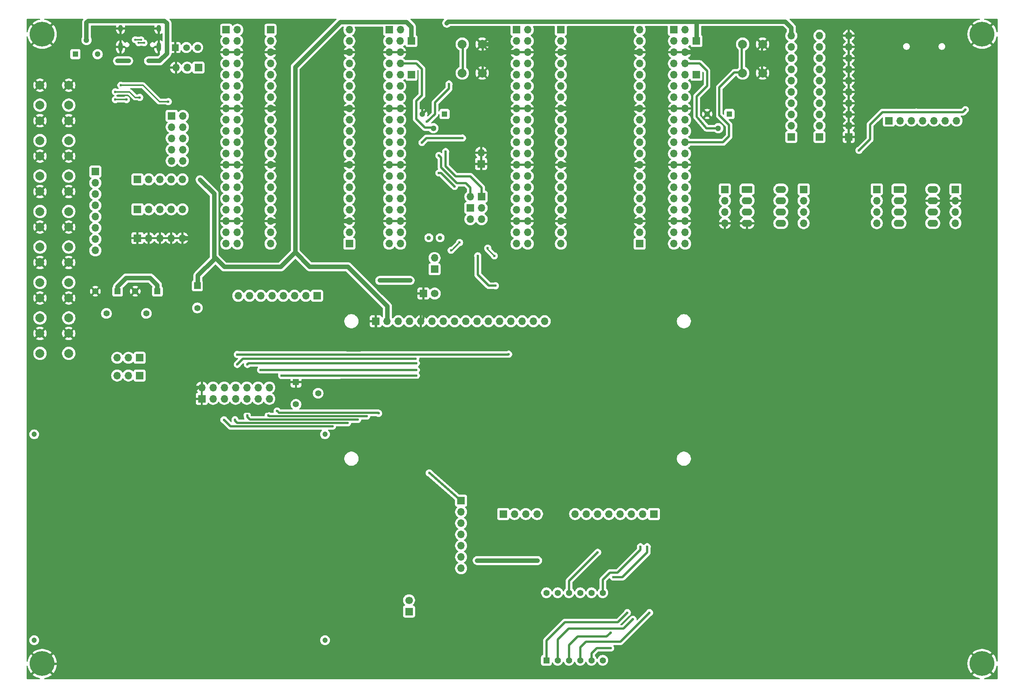
<source format=gbl>
G04 #@! TF.GenerationSoftware,KiCad,Pcbnew,9.0.2*
G04 #@! TF.CreationDate,2025-06-16T17:13:33+02:00*
G04 #@! TF.ProjectId,board,626f6172-642e-46b6-9963-61645f706362,rev?*
G04 #@! TF.SameCoordinates,Original*
G04 #@! TF.FileFunction,Copper,L2,Bot*
G04 #@! TF.FilePolarity,Positive*
%FSLAX46Y46*%
G04 Gerber Fmt 4.6, Leading zero omitted, Abs format (unit mm)*
G04 Created by KiCad (PCBNEW 9.0.2) date 2025-06-16 17:13:33*
%MOMM*%
%LPD*%
G01*
G04 APERTURE LIST*
G04 Aperture macros list*
%AMRoundRect*
0 Rectangle with rounded corners*
0 $1 Rounding radius*
0 $2 $3 $4 $5 $6 $7 $8 $9 X,Y pos of 4 corners*
0 Add a 4 corners polygon primitive as box body*
4,1,4,$2,$3,$4,$5,$6,$7,$8,$9,$2,$3,0*
0 Add four circle primitives for the rounded corners*
1,1,$1+$1,$2,$3*
1,1,$1+$1,$4,$5*
1,1,$1+$1,$6,$7*
1,1,$1+$1,$8,$9*
0 Add four rect primitives between the rounded corners*
20,1,$1+$1,$2,$3,$4,$5,0*
20,1,$1+$1,$4,$5,$6,$7,0*
20,1,$1+$1,$6,$7,$8,$9,0*
20,1,$1+$1,$8,$9,$2,$3,0*%
G04 Aperture macros list end*
G04 #@! TA.AperFunction,ComponentPad*
%ADD10R,1.700000X1.700000*%
G04 #@! TD*
G04 #@! TA.AperFunction,ComponentPad*
%ADD11C,1.700000*%
G04 #@! TD*
G04 #@! TA.AperFunction,ComponentPad*
%ADD12O,1.700000X1.700000*%
G04 #@! TD*
G04 #@! TA.AperFunction,ComponentPad*
%ADD13C,3.600000*%
G04 #@! TD*
G04 #@! TA.AperFunction,ConnectorPad*
%ADD14C,5.600000*%
G04 #@! TD*
G04 #@! TA.AperFunction,ComponentPad*
%ADD15RoundRect,0.250000X-0.950000X-0.550000X0.950000X-0.550000X0.950000X0.550000X-0.950000X0.550000X0*%
G04 #@! TD*
G04 #@! TA.AperFunction,ComponentPad*
%ADD16O,2.400000X1.600000*%
G04 #@! TD*
G04 #@! TA.AperFunction,ComponentPad*
%ADD17C,2.000000*%
G04 #@! TD*
G04 #@! TA.AperFunction,ComponentPad*
%ADD18R,1.300000X1.300000*%
G04 #@! TD*
G04 #@! TA.AperFunction,ComponentPad*
%ADD19C,1.300000*%
G04 #@! TD*
G04 #@! TA.AperFunction,ComponentPad*
%ADD20R,1.500000X1.500000*%
G04 #@! TD*
G04 #@! TA.AperFunction,ComponentPad*
%ADD21C,1.500000*%
G04 #@! TD*
G04 #@! TA.AperFunction,ComponentPad*
%ADD22C,1.000000*%
G04 #@! TD*
G04 #@! TA.AperFunction,ComponentPad*
%ADD23C,1.400000*%
G04 #@! TD*
G04 #@! TA.AperFunction,HeatsinkPad*
%ADD24O,1.000000X2.100000*%
G04 #@! TD*
G04 #@! TA.AperFunction,HeatsinkPad*
%ADD25O,1.000000X1.600000*%
G04 #@! TD*
G04 #@! TA.AperFunction,ComponentPad*
%ADD26R,1.425000X1.425000*%
G04 #@! TD*
G04 #@! TA.AperFunction,ComponentPad*
%ADD27C,1.425000*%
G04 #@! TD*
G04 #@! TA.AperFunction,ComponentPad*
%ADD28R,1.400000X1.400000*%
G04 #@! TD*
G04 #@! TA.AperFunction,WasherPad*
%ADD29C,1.200000*%
G04 #@! TD*
G04 #@! TA.AperFunction,ViaPad*
%ADD30C,0.500000*%
G04 #@! TD*
G04 #@! TA.AperFunction,ViaPad*
%ADD31C,0.600000*%
G04 #@! TD*
G04 #@! TA.AperFunction,Conductor*
%ADD32C,0.300000*%
G04 #@! TD*
G04 #@! TA.AperFunction,Conductor*
%ADD33C,1.016000*%
G04 #@! TD*
G04 #@! TA.AperFunction,Conductor*
%ADD34C,0.508000*%
G04 #@! TD*
G04 #@! TA.AperFunction,Conductor*
%ADD35C,0.304800*%
G04 #@! TD*
G04 APERTURE END LIST*
D10*
X86750000Y-134250000D03*
D11*
X86750000Y-131710000D03*
D10*
X142000000Y-112250000D03*
D12*
X139460000Y-112250000D03*
X136920000Y-112250000D03*
X134380000Y-112250000D03*
X131840000Y-112250000D03*
X129300000Y-112250000D03*
X126760000Y-112250000D03*
X124220000Y-112250000D03*
D10*
X25500000Y-43500000D03*
D12*
X28040000Y-43500000D03*
X30580000Y-43500000D03*
X33120000Y-43500000D03*
X35660000Y-43500000D03*
D10*
X121000000Y-3000000D03*
D12*
X121000000Y-5540000D03*
X121000000Y-8080000D03*
X121000000Y-10620000D03*
X121000000Y-13160000D03*
X121000000Y-15700000D03*
X121000000Y-18240000D03*
X121000000Y-20780000D03*
X121000000Y-23320000D03*
X121000000Y-25860000D03*
X121000000Y-28400000D03*
X121000000Y-30940000D03*
X121000000Y-33480000D03*
X121000000Y-36020000D03*
X121000000Y-38560000D03*
X121000000Y-41100000D03*
X121000000Y-43640000D03*
X121000000Y-46180000D03*
X121000000Y-48720000D03*
X121000000Y-51260000D03*
D13*
X4000000Y-4000000D03*
D14*
X4000000Y-4000000D03*
D10*
X26000000Y-81000000D03*
D12*
X23460000Y-81000000D03*
X20920000Y-81000000D03*
D10*
X185928000Y-27178000D03*
D12*
X185928000Y-24638000D03*
X185928000Y-22098000D03*
X185928000Y-19558000D03*
X185928000Y-17018000D03*
X185928000Y-14478000D03*
X185928000Y-11938000D03*
X185928000Y-9398000D03*
X185928000Y-6858000D03*
X185928000Y-4318000D03*
D10*
X25500000Y-50000000D03*
D12*
X28040000Y-50000000D03*
X30580000Y-50000000D03*
X33120000Y-50000000D03*
X35660000Y-50000000D03*
D13*
X216000000Y-146000000D03*
D14*
X216000000Y-146000000D03*
D10*
X138780000Y-51260000D03*
D12*
X138780000Y-48720000D03*
X138780000Y-46180000D03*
X138780000Y-43640000D03*
X138780000Y-41100000D03*
X138780000Y-38560000D03*
X138780000Y-36020000D03*
X138780000Y-33480000D03*
X138780000Y-30940000D03*
X138780000Y-28400000D03*
X138780000Y-25860000D03*
X138780000Y-23320000D03*
X138780000Y-20780000D03*
X138780000Y-18240000D03*
X138780000Y-15700000D03*
X138780000Y-13160000D03*
X138780000Y-10620000D03*
X138780000Y-8080000D03*
X138780000Y-5540000D03*
X138780000Y-3000000D03*
D15*
X197250000Y-39000000D03*
D16*
X197250000Y-41540000D03*
X197250000Y-44080000D03*
X197250000Y-46620000D03*
X204870000Y-46620000D03*
X204870000Y-44080000D03*
X204870000Y-41540000D03*
X204870000Y-39000000D03*
D10*
X87290000Y-5540000D03*
X45500000Y-3000000D03*
D12*
X48040000Y-3000000D03*
X45500000Y-5540000D03*
X48040000Y-5540000D03*
X45500000Y-8080000D03*
X48040000Y-8080000D03*
X45500000Y-10620000D03*
X48040000Y-10620000D03*
X45500000Y-13160000D03*
X48040000Y-13160000D03*
X45500000Y-15700000D03*
X48040000Y-15700000D03*
X45500000Y-18240000D03*
X48040000Y-18240000D03*
X45500000Y-20780000D03*
X48040000Y-20780000D03*
X45500000Y-23320000D03*
X48040000Y-23320000D03*
X45500000Y-25860000D03*
X48040000Y-25860000D03*
X45500000Y-28400000D03*
X48040000Y-28400000D03*
X45500000Y-30940000D03*
X48040000Y-30940000D03*
X45500000Y-33480000D03*
X48040000Y-33480000D03*
X45500000Y-36020000D03*
X48040000Y-36020000D03*
X45500000Y-38560000D03*
X48040000Y-38560000D03*
X45500000Y-41100000D03*
X48040000Y-41100000D03*
X45500000Y-43640000D03*
X48040000Y-43640000D03*
X45500000Y-46180000D03*
X48040000Y-46180000D03*
X45500000Y-48720000D03*
X48040000Y-48720000D03*
X45500000Y-51260000D03*
X48040000Y-51260000D03*
D10*
X103124000Y-40640000D03*
D12*
X100584000Y-40640000D03*
D10*
X16000000Y-35000000D03*
D12*
X16000000Y-37540000D03*
X16000000Y-40080000D03*
X16000000Y-42620000D03*
X16000000Y-45160000D03*
X16000000Y-47700000D03*
X16000000Y-50240000D03*
X16000000Y-52780000D03*
D10*
X25500000Y-36750000D03*
D12*
X28040000Y-36750000D03*
X30580000Y-36750000D03*
X33120000Y-36750000D03*
X35660000Y-36750000D03*
D10*
X210000000Y-39000000D03*
D12*
X210000000Y-41540000D03*
X210000000Y-44080000D03*
X210000000Y-46620000D03*
D10*
X192250000Y-39000000D03*
D12*
X192250000Y-41540000D03*
X192250000Y-44080000D03*
X192250000Y-46620000D03*
D17*
X10000000Y-20000000D03*
X3500000Y-20000000D03*
X10000000Y-15500000D03*
X3500000Y-15500000D03*
D10*
X79250000Y-68750000D03*
D12*
X81790000Y-68750000D03*
X84330000Y-68750000D03*
X86870000Y-68750000D03*
X89410000Y-68750000D03*
X91950000Y-68750000D03*
X94490000Y-68750000D03*
X97030000Y-68750000D03*
X99570000Y-68750000D03*
X102110000Y-68750000D03*
X104650000Y-68750000D03*
X107190000Y-68750000D03*
X109730000Y-68750000D03*
X112270000Y-68750000D03*
X114810000Y-68750000D03*
X117350000Y-68750000D03*
D10*
X175750000Y-39000000D03*
D12*
X175750000Y-41540000D03*
X175750000Y-44080000D03*
X175750000Y-46620000D03*
D10*
X151580000Y-13160000D03*
D18*
X94750000Y-22000000D03*
D19*
X92250000Y-25200000D03*
X89750000Y-22000000D03*
D20*
X34000000Y-7000000D03*
D21*
X36540000Y-7000000D03*
X39080000Y-7000000D03*
D18*
X159000000Y-22000000D03*
D19*
X156500000Y-25200000D03*
X154000000Y-22000000D03*
D10*
X33210000Y-22420000D03*
D12*
X35750000Y-22420000D03*
X33210000Y-24960000D03*
X35750000Y-24960000D03*
X33210000Y-27500000D03*
X35750000Y-27500000D03*
X33210000Y-30040000D03*
X35750000Y-30040000D03*
X33210000Y-32580000D03*
X35750000Y-32580000D03*
D10*
X195000000Y-23500000D03*
D12*
X197540000Y-23500000D03*
X200080000Y-23500000D03*
X202620000Y-23500000D03*
X205160000Y-23500000D03*
X207700000Y-23500000D03*
X210240000Y-23500000D03*
D17*
X162000000Y-12750000D03*
X162000000Y-6250000D03*
X166500000Y-12750000D03*
X166500000Y-6250000D03*
D22*
X93756000Y-49930000D03*
X91216000Y-49930000D03*
D10*
X87290000Y-13160000D03*
D17*
X10000000Y-44000000D03*
X3500000Y-44000000D03*
X10000000Y-39500000D03*
X3500000Y-39500000D03*
D20*
X39000000Y-60750000D03*
D23*
X39000000Y-65750000D03*
D18*
X11500000Y-8500000D03*
D19*
X14000000Y-5300000D03*
X16500000Y-8500000D03*
D24*
X30320000Y-6880000D03*
D25*
X30320000Y-2700000D03*
D24*
X21680000Y-6880000D03*
D25*
X21680000Y-2700000D03*
D17*
X10000000Y-28000000D03*
X3500000Y-28000000D03*
X10000000Y-23500000D03*
X3500000Y-23500000D03*
D13*
X4000000Y-146000000D03*
D14*
X4000000Y-146000000D03*
D10*
X179324000Y-27178000D03*
D12*
X179324000Y-24638000D03*
X179324000Y-22098000D03*
X179324000Y-19558000D03*
X179324000Y-17018000D03*
X179324000Y-14478000D03*
X179324000Y-11938000D03*
X179324000Y-9398000D03*
X179324000Y-6858000D03*
X179324000Y-4318000D03*
D17*
X10000000Y-68000000D03*
X3500000Y-68000000D03*
X10000000Y-63500000D03*
X3500000Y-63500000D03*
D10*
X172974000Y-27178000D03*
D12*
X172974000Y-24638000D03*
X172974000Y-22098000D03*
X172974000Y-19558000D03*
X172974000Y-17018000D03*
X172974000Y-14478000D03*
X172974000Y-11938000D03*
X172974000Y-9398000D03*
X172974000Y-6858000D03*
X172974000Y-4318000D03*
D10*
X151580000Y-5540000D03*
D17*
X10000000Y-60000000D03*
X3500000Y-60000000D03*
X10000000Y-55500000D03*
X3500000Y-55500000D03*
D26*
X117750000Y-145250000D03*
D27*
X120290000Y-145250000D03*
X122830000Y-145250000D03*
X125370000Y-145250000D03*
X127910000Y-145250000D03*
X130450000Y-145250000D03*
X130450000Y-130010000D03*
X127910000Y-130010000D03*
X125370000Y-130010000D03*
X122830000Y-130010000D03*
X120290000Y-130010000D03*
X117750000Y-130010000D03*
D10*
X98500000Y-109250000D03*
D12*
X98500000Y-111790000D03*
X98500000Y-114330000D03*
X98500000Y-116870000D03*
X98500000Y-119410000D03*
X98500000Y-121950000D03*
X98500000Y-124490000D03*
D10*
X111000000Y-3000000D03*
D12*
X113540000Y-3000000D03*
X111000000Y-5540000D03*
X113540000Y-5540000D03*
X111000000Y-8080000D03*
X113540000Y-8080000D03*
X111000000Y-10620000D03*
X113540000Y-10620000D03*
X111000000Y-13160000D03*
X113540000Y-13160000D03*
X111000000Y-15700000D03*
X113540000Y-15700000D03*
X111000000Y-18240000D03*
X113540000Y-18240000D03*
X111000000Y-20780000D03*
X113540000Y-20780000D03*
X111000000Y-23320000D03*
X113540000Y-23320000D03*
X111000000Y-25860000D03*
X113540000Y-25860000D03*
X111000000Y-28400000D03*
X113540000Y-28400000D03*
X111000000Y-30940000D03*
X113540000Y-30940000D03*
X111000000Y-33480000D03*
X113540000Y-33480000D03*
X111000000Y-36020000D03*
X113540000Y-36020000D03*
X111000000Y-38560000D03*
X113540000Y-38560000D03*
X111000000Y-41100000D03*
X113540000Y-41100000D03*
X111000000Y-43640000D03*
X113540000Y-43640000D03*
X111000000Y-46180000D03*
X113540000Y-46180000D03*
X111000000Y-48720000D03*
X113540000Y-48720000D03*
X111000000Y-51260000D03*
X113540000Y-51260000D03*
D10*
X108000000Y-112250000D03*
D12*
X110540000Y-112250000D03*
X113080000Y-112250000D03*
X115620000Y-112250000D03*
D10*
X146500000Y-3000000D03*
D12*
X149040000Y-3000000D03*
X146500000Y-5540000D03*
X149040000Y-5540000D03*
X146500000Y-8080000D03*
X149040000Y-8080000D03*
X146500000Y-10620000D03*
X149040000Y-10620000D03*
X146500000Y-13160000D03*
X149040000Y-13160000D03*
X146500000Y-15700000D03*
X149040000Y-15700000D03*
X146500000Y-18240000D03*
X149040000Y-18240000D03*
X146500000Y-20780000D03*
X149040000Y-20780000D03*
X146500000Y-23320000D03*
X149040000Y-23320000D03*
X146500000Y-25860000D03*
X149040000Y-25860000D03*
X146500000Y-28400000D03*
X149040000Y-28400000D03*
X146500000Y-30940000D03*
X149040000Y-30940000D03*
X146500000Y-33480000D03*
X149040000Y-33480000D03*
X146500000Y-36020000D03*
X149040000Y-36020000D03*
X146500000Y-38560000D03*
X149040000Y-38560000D03*
X146500000Y-41100000D03*
X149040000Y-41100000D03*
X146500000Y-43640000D03*
X149040000Y-43640000D03*
X146500000Y-46180000D03*
X149040000Y-46180000D03*
X146500000Y-48720000D03*
X149040000Y-48720000D03*
X146500000Y-51260000D03*
X149040000Y-51260000D03*
D10*
X73280000Y-51260000D03*
D12*
X73280000Y-48720000D03*
X73280000Y-46180000D03*
X73280000Y-43640000D03*
X73280000Y-41100000D03*
X73280000Y-38560000D03*
X73280000Y-36020000D03*
X73280000Y-33480000D03*
X73280000Y-30940000D03*
X73280000Y-28400000D03*
X73280000Y-25860000D03*
X73280000Y-23320000D03*
X73280000Y-20780000D03*
X73280000Y-18240000D03*
X73280000Y-15700000D03*
X73280000Y-13160000D03*
X73280000Y-10620000D03*
X73280000Y-8080000D03*
X73280000Y-5540000D03*
X73280000Y-3000000D03*
D17*
X10000000Y-36000000D03*
X3500000Y-36000000D03*
X10000000Y-31500000D03*
X3500000Y-31500000D03*
D10*
X66000000Y-63000000D03*
D12*
X63460000Y-63000000D03*
X60920000Y-63000000D03*
X58380000Y-63000000D03*
X55840000Y-63000000D03*
X53300000Y-63000000D03*
X50760000Y-63000000D03*
X48220000Y-63000000D03*
D23*
X61250000Y-87500000D03*
X66250000Y-85000000D03*
D28*
X61250000Y-82500000D03*
D10*
X90000000Y-62500000D03*
D11*
X92540000Y-62500000D03*
D10*
X26000000Y-77000000D03*
D12*
X23460000Y-77000000D03*
X20920000Y-77000000D03*
D17*
X10000000Y-76000000D03*
X3500000Y-76000000D03*
X10000000Y-71500000D03*
X3500000Y-71500000D03*
D10*
X39250000Y-11534000D03*
D12*
X36710000Y-11534000D03*
X34170000Y-11534000D03*
D17*
X10000000Y-52000000D03*
X3500000Y-52000000D03*
X10000000Y-47500000D03*
X3500000Y-47500000D03*
D29*
X2200000Y-94275000D03*
X2200000Y-140725000D03*
X67800000Y-94275000D03*
X67800000Y-140725000D03*
D23*
X25000000Y-62000000D03*
X27500000Y-67000000D03*
D28*
X30000000Y-62000000D03*
D10*
X55500000Y-3000000D03*
D12*
X55500000Y-5540000D03*
X55500000Y-8080000D03*
X55500000Y-10620000D03*
X55500000Y-13160000D03*
X55500000Y-15700000D03*
X55500000Y-18240000D03*
X55500000Y-20780000D03*
X55500000Y-23320000D03*
X55500000Y-25860000D03*
X55500000Y-28400000D03*
X55500000Y-30940000D03*
X55500000Y-33480000D03*
X55500000Y-36020000D03*
X55500000Y-38560000D03*
X55500000Y-41100000D03*
X55500000Y-43640000D03*
X55500000Y-46180000D03*
X55500000Y-48720000D03*
X55500000Y-51260000D03*
D10*
X103000000Y-33250000D03*
D12*
X103000000Y-30710000D03*
D10*
X40000000Y-86250000D03*
D12*
X40000000Y-83710000D03*
X42540000Y-86250000D03*
X42540000Y-83710000D03*
X45080000Y-86250000D03*
X45080000Y-83710000D03*
X47620000Y-86250000D03*
X47620000Y-83710000D03*
X50160000Y-86250000D03*
X50160000Y-83710000D03*
X52700000Y-86250000D03*
X52700000Y-83710000D03*
X55240000Y-86250000D03*
X55240000Y-83710000D03*
D10*
X92500000Y-57025000D03*
D12*
X92500000Y-54485000D03*
D10*
X100584000Y-43180000D03*
D12*
X103124000Y-43180000D03*
X100584000Y-45720000D03*
X103124000Y-45720000D03*
D10*
X82250000Y-3000000D03*
D12*
X84790000Y-3000000D03*
X82250000Y-5540000D03*
X84750000Y-5540000D03*
X82250000Y-8080000D03*
X84790000Y-8080000D03*
X82250000Y-10620000D03*
X84790000Y-10620000D03*
X82250000Y-13160000D03*
X84790000Y-13160000D03*
X82250000Y-15700000D03*
X84790000Y-15700000D03*
X82250000Y-18240000D03*
X84790000Y-18240000D03*
X82250000Y-20780000D03*
X84790000Y-20780000D03*
X82250000Y-23320000D03*
X84790000Y-23320000D03*
X82250000Y-25860000D03*
X84790000Y-25860000D03*
X82250000Y-28400000D03*
X84790000Y-28400000D03*
X82250000Y-30940000D03*
X84790000Y-30940000D03*
X82250000Y-33480000D03*
X84790000Y-33480000D03*
X82250000Y-36020000D03*
X84790000Y-36020000D03*
X82250000Y-38560000D03*
X84790000Y-38560000D03*
X82250000Y-41100000D03*
X84790000Y-41100000D03*
X82250000Y-43640000D03*
X84790000Y-43640000D03*
X82250000Y-46180000D03*
X84790000Y-46180000D03*
X82250000Y-48720000D03*
X84790000Y-48720000D03*
X82250000Y-51260000D03*
X84790000Y-51260000D03*
D17*
X98750000Y-12750000D03*
X98750000Y-6250000D03*
X103250000Y-12750000D03*
X103250000Y-6250000D03*
D10*
X158000000Y-39000000D03*
D12*
X158000000Y-41540000D03*
X158000000Y-44080000D03*
X158000000Y-46620000D03*
D15*
X163000000Y-39000000D03*
D16*
X163000000Y-41540000D03*
X163000000Y-44080000D03*
X163000000Y-46620000D03*
X170620000Y-46620000D03*
X170620000Y-44080000D03*
X170620000Y-41540000D03*
X170620000Y-39000000D03*
D23*
X16000000Y-62000000D03*
X18500000Y-67000000D03*
D28*
X21000000Y-62000000D03*
D13*
X216000000Y-4000000D03*
D14*
X216000000Y-4000000D03*
D30*
X27000000Y-5950000D03*
X26300000Y-5250000D03*
X25000000Y-5250000D03*
X25750000Y-5950000D03*
D31*
X16750000Y-25750000D03*
X18500000Y-16750000D03*
X66250000Y-54500000D03*
X66250000Y-58000000D03*
X63250000Y-47250000D03*
X58750000Y-47250000D03*
X64000000Y-5750000D03*
X67750000Y-8000000D03*
X55000000Y-90000000D03*
X166437000Y-31563000D03*
X191250000Y-16750000D03*
X188250000Y-30200000D03*
X106250000Y-60750000D03*
X102250000Y-54000000D03*
X80150000Y-59550000D03*
X87000000Y-59550000D03*
X188722000Y-25400000D03*
X214884000Y-104140000D03*
X214884000Y-129540000D03*
X212500000Y-7250000D03*
X191250000Y-6750000D03*
X214884000Y-56134000D03*
X214884000Y-78486000D03*
X163830000Y-23368000D03*
X216000000Y-33500000D03*
X36322000Y-90000000D03*
X90297000Y-52197000D03*
X1500000Y-73250000D03*
X15550000Y-20600000D03*
X1500000Y-56000000D03*
X163068000Y-28194000D03*
X84000000Y-120500000D03*
X37846000Y-114046000D03*
X71500000Y-82000000D03*
X120396000Y-71120000D03*
X24892000Y-136144000D03*
X82250000Y-111000000D03*
X1500000Y-40000000D03*
X42500000Y-74750000D03*
X21000000Y-11500000D03*
X176200000Y-31900000D03*
X200750000Y-31750000D03*
X101750000Y-48500000D03*
X1500000Y-24000000D03*
X72898000Y-75342500D03*
X34050000Y-4750000D03*
X96750000Y-44750000D03*
X94250000Y-102500000D03*
X2500000Y-13000000D03*
X41000000Y-46250000D03*
X86868000Y-95123000D03*
X33000000Y-68000000D03*
X58500000Y-85000000D03*
X212250000Y-21000000D03*
X97028000Y-38354000D03*
X115750000Y-122750000D03*
X89662000Y-28448000D03*
X112000000Y-122750000D03*
X98150000Y-51000000D03*
X98806000Y-27432000D03*
X96250000Y-52750000D03*
X102000000Y-122750000D03*
X108750000Y-122750000D03*
X93472000Y-35306000D03*
X201168000Y-21590000D03*
X93472000Y-31369000D03*
X94996000Y-30480000D03*
X90750000Y-23750000D03*
X95758000Y-15240000D03*
X23000000Y-18750000D03*
X20500000Y-18750000D03*
X95250000Y-1500000D03*
X39624000Y-36830000D03*
X129300000Y-120900000D03*
X141000000Y-134500000D03*
X138938000Y-119634000D03*
X132842000Y-126492000D03*
X140462000Y-119634000D03*
X136000000Y-134500000D03*
X132250000Y-139000000D03*
X137250000Y-136000000D03*
X132240000Y-142500000D03*
X77216000Y-90170000D03*
X57000000Y-89000000D03*
X79883000Y-89535000D03*
X88392000Y-78232000D03*
X50292000Y-78500000D03*
X50250000Y-90000000D03*
X75184000Y-90932000D03*
X88250000Y-77250000D03*
X48000000Y-78500000D03*
X45000000Y-91000000D03*
X69469000Y-92456000D03*
X53250000Y-79750000D03*
X88392000Y-79756000D03*
X88392000Y-81026000D03*
X58000000Y-81000000D03*
X47500000Y-91000000D03*
X72898000Y-91694000D03*
X109220000Y-76200000D03*
X48000000Y-76250000D03*
X20500000Y-17000000D03*
X26000000Y-18250000D03*
X21750000Y-15500000D03*
X32450000Y-19200000D03*
X91313000Y-102997000D03*
X106000000Y-54000000D03*
X104500000Y-52250000D03*
X28000000Y-10000000D03*
X21000000Y-10000000D03*
X23500000Y-10000000D03*
D32*
X25750000Y-5950000D02*
X27000000Y-5950000D01*
X25000000Y-5250000D02*
X26300000Y-5250000D01*
D33*
X176200000Y-31900000D02*
X176200000Y-33274000D01*
X176200000Y-33274000D02*
X172466000Y-33274000D01*
D34*
X16750000Y-25750000D02*
X16175000Y-26325000D01*
D35*
X20550000Y-30700000D02*
X16175000Y-26325000D01*
D33*
X95250000Y-1500000D02*
X95600000Y-1150000D01*
X95600000Y-1150000D02*
X171600000Y-1150000D01*
X171600000Y-1150000D02*
X172974000Y-2524000D01*
X172974000Y-2524000D02*
X172974000Y-4318000D01*
X151600000Y-1400000D02*
X151600000Y-5520000D01*
X151600000Y-5520000D02*
X151580000Y-5540000D01*
D35*
X155519000Y-5281000D02*
X158050000Y-2750000D01*
X158050000Y-2750000D02*
X163000000Y-2750000D01*
X163000000Y-2750000D02*
X166500000Y-6250000D01*
D33*
X149040000Y-8080000D02*
X151580000Y-8080000D01*
D34*
X16750000Y-12650000D02*
X16750000Y-16750000D01*
D35*
X18500000Y-16750000D02*
X16750000Y-16750000D01*
X20500000Y-17000000D02*
X23700000Y-17000000D01*
X23700000Y-17000000D02*
X24950000Y-18250000D01*
X24950000Y-18250000D02*
X26000000Y-18250000D01*
X23000000Y-18750000D02*
X20500000Y-18750000D01*
X21750000Y-15500000D02*
X26750000Y-15500000D01*
X26750000Y-15500000D02*
X30450000Y-19200000D01*
X30450000Y-19200000D02*
X32450000Y-19200000D01*
D33*
X61087000Y-53213000D02*
X61087000Y-11430000D01*
X61087000Y-11430000D02*
X71267000Y-1250000D01*
X71267000Y-1250000D02*
X86200000Y-1250000D01*
X86200000Y-1250000D02*
X87290000Y-2340000D01*
X87290000Y-2340000D02*
X87290000Y-5540000D01*
X66250000Y-47250000D02*
X66250000Y-54500000D01*
X63250000Y-47250000D02*
X66250000Y-47250000D01*
D34*
X70300000Y-58000000D02*
X79250000Y-66950000D01*
D33*
X66250000Y-58000000D02*
X70300000Y-58000000D01*
D34*
X79250000Y-66950000D02*
X79250000Y-68750000D01*
D33*
X58320000Y-46180000D02*
X58750000Y-46610000D01*
X58750000Y-46610000D02*
X58750000Y-47250000D01*
X66250000Y-47250000D02*
X68600000Y-47250000D01*
X68600000Y-47250000D02*
X70250000Y-45600000D01*
X61900000Y-5750000D02*
X64000000Y-5750000D01*
X58850000Y-8800000D02*
X61900000Y-5750000D01*
X73280000Y-8080000D02*
X67830000Y-8080000D01*
X111000000Y-8080000D02*
X107730000Y-8080000D01*
X107730000Y-8080000D02*
X105900000Y-6250000D01*
X105900000Y-6250000D02*
X103250000Y-6250000D01*
X121000000Y-8080000D02*
X125000000Y-8080000D01*
X125000000Y-8080000D02*
X124800000Y-19450000D01*
X165735000Y-30861000D02*
X166437000Y-31563000D01*
D34*
X188250000Y-30200000D02*
X190754000Y-27696000D01*
X190754000Y-27696000D02*
X190754000Y-24384000D01*
X190754000Y-24384000D02*
X193548000Y-21590000D01*
X193548000Y-21590000D02*
X201168000Y-21590000D01*
X212250000Y-21000000D02*
X211660000Y-21590000D01*
X211660000Y-21590000D02*
X201168000Y-21590000D01*
D33*
X185928000Y-27178000D02*
X185928000Y-32512000D01*
X185928000Y-32512000D02*
X185166000Y-33274000D01*
X178816000Y-33274000D02*
X181500000Y-33274000D01*
X181976000Y-33274000D02*
X181500000Y-33274000D01*
X135250000Y-32250000D02*
X135250000Y-45250000D01*
X135250000Y-45250000D02*
X136180000Y-46180000D01*
X136180000Y-46180000D02*
X138780000Y-46180000D01*
X135250000Y-19700000D02*
X135250000Y-32250000D01*
X135250000Y-32250000D02*
X136480000Y-33480000D01*
X136480000Y-33480000D02*
X138780000Y-33480000D01*
X135250000Y-19700000D02*
X136350000Y-20800000D01*
X135250000Y-8080000D02*
X135250000Y-19700000D01*
X121000000Y-8080000D02*
X135250000Y-8080000D01*
X136350000Y-20800000D02*
X136370000Y-20780000D01*
X136370000Y-20780000D02*
X138780000Y-20780000D01*
X135250000Y-8080000D02*
X138780000Y-8080000D01*
X124800000Y-32200000D02*
X124800000Y-44600000D01*
X124800000Y-44600000D02*
X123220000Y-46180000D01*
X123220000Y-46180000D02*
X121000000Y-46180000D01*
X124800000Y-19450000D02*
X124800000Y-32200000D01*
X124800000Y-32200000D02*
X123520000Y-33480000D01*
X123520000Y-33480000D02*
X121000000Y-33480000D01*
X124800000Y-19450000D02*
X123470000Y-20780000D01*
X123470000Y-20780000D02*
X121000000Y-20780000D01*
D34*
X161834000Y-6148000D02*
X161834000Y-12648000D01*
X161834000Y-12648000D02*
X160072000Y-12648000D01*
X160072000Y-12648000D02*
X156750000Y-15970000D01*
X156750000Y-15970000D02*
X156750000Y-22300000D01*
X156750000Y-22300000D02*
X158950000Y-24500000D01*
X158950000Y-24500000D02*
X158950000Y-27050000D01*
X158950000Y-27050000D02*
X157600000Y-28400000D01*
X157600000Y-28400000D02*
X149040000Y-28400000D01*
X155519000Y-10231000D02*
X155519000Y-5281000D01*
X155519000Y-10231000D02*
X153368000Y-8080000D01*
X156500000Y-25200000D02*
X153839296Y-25200000D01*
X153839296Y-25200000D02*
X151638000Y-22606000D01*
X153964000Y-12264000D02*
X152320000Y-10620000D01*
X151638000Y-22606000D02*
X151638000Y-18034000D01*
X152320000Y-10620000D02*
X149040000Y-10620000D01*
X151638000Y-18034000D02*
X153964000Y-15708000D01*
X153964000Y-15708000D02*
X153964000Y-12264000D01*
X153368000Y-8080000D02*
X151580000Y-8080000D01*
X102250000Y-58250000D02*
X104750000Y-60750000D01*
X102250000Y-54000000D02*
X102250000Y-58250000D01*
X104750000Y-60750000D02*
X106250000Y-60750000D01*
X89410000Y-68750000D02*
X90000000Y-68160000D01*
X90000000Y-68160000D02*
X90000000Y-62500000D01*
D33*
X87000000Y-59550000D02*
X80150000Y-59550000D01*
D34*
X58000000Y-81000000D02*
X58026000Y-81026000D01*
X58026000Y-81026000D02*
X88392000Y-81026000D01*
X88250000Y-77250000D02*
X49242000Y-77250000D01*
X49242000Y-77250000D02*
X48006000Y-78486000D01*
D33*
X70970000Y-20780000D02*
X73280000Y-20780000D01*
X39450000Y-50000000D02*
X40050000Y-49400000D01*
D34*
X103378000Y-12700000D02*
X103378000Y-6200000D01*
D33*
X174000000Y-33274000D02*
X178816000Y-33274000D01*
X70250000Y-45600000D02*
X70250000Y-34450000D01*
D34*
X97450000Y-101550000D02*
X97450000Y-88151000D01*
X58500000Y-85550000D02*
X58500000Y-85000000D01*
X94250000Y-102500000D02*
X96500000Y-102500000D01*
X21650000Y-2700000D02*
X21680000Y-2700000D01*
X39226000Y-83710000D02*
X37846000Y-85090000D01*
D33*
X58850000Y-34400000D02*
X58850000Y-21650000D01*
D34*
X120396000Y-63896000D02*
X108585000Y-52085000D01*
X108585000Y-33655000D02*
X105640000Y-30710000D01*
X21680000Y-5230000D02*
X21680000Y-2700000D01*
D35*
X22098000Y-35433000D02*
X21207500Y-34542500D01*
D34*
X115189000Y-72644000D02*
X99822000Y-88011000D01*
D33*
X181500000Y-33274000D02*
X185166000Y-33274000D01*
X70250000Y-21500000D02*
X70250000Y-9150000D01*
D34*
X96500000Y-102500000D02*
X97450000Y-101550000D01*
D33*
X40100000Y-47900000D02*
X40100000Y-47150000D01*
D35*
X100500000Y-48500000D02*
X96750000Y-44750000D01*
D34*
X36322000Y-122301000D02*
X36322000Y-114200000D01*
D33*
X185674000Y-32766000D02*
X186944000Y-31496000D01*
D34*
X89750000Y-22000000D02*
X89750000Y-19900000D01*
D35*
X15550000Y-25600000D02*
X15550000Y-20600000D01*
D34*
X166334000Y-6148000D02*
X166334000Y-12648000D01*
D33*
X58130000Y-8080000D02*
X55500000Y-8080000D01*
D34*
X99822000Y-88011000D02*
X97310000Y-88011000D01*
D35*
X20550000Y-33885000D02*
X20550000Y-30700000D01*
D34*
X89750000Y-19900000D02*
X94050000Y-15600000D01*
D33*
X185166000Y-33274000D02*
X185674000Y-32766000D01*
D34*
X17900000Y-11500000D02*
X16750000Y-12650000D01*
X94050000Y-13950000D02*
X96600000Y-13950000D01*
X42500000Y-74750000D02*
X40000000Y-77250000D01*
X22861500Y-135761500D02*
X36322000Y-122301000D01*
X38193000Y-83600000D02*
X39890000Y-83600000D01*
X100950000Y-15050000D02*
X103250000Y-12750000D01*
D33*
X55500000Y-46180000D02*
X58320000Y-46180000D01*
D34*
X75787500Y-75342500D02*
X79340000Y-71790000D01*
X12573000Y-146050000D02*
X22861500Y-135761500D01*
X94050000Y-15600000D02*
X94050000Y-13950000D01*
D33*
X58850000Y-34400000D02*
X57930000Y-33480000D01*
X40050000Y-49400000D02*
X40100000Y-49350000D01*
X70250000Y-9150000D02*
X71320000Y-8080000D01*
D34*
X37846000Y-114046000D02*
X36476000Y-114046000D01*
D35*
X25400000Y-50038000D02*
X23495000Y-50038000D01*
D33*
X57930000Y-33480000D02*
X55500000Y-33480000D01*
D34*
X54896000Y-89154000D02*
X58500000Y-85550000D01*
X83820000Y-106680000D02*
X83800000Y-106700000D01*
D33*
X71220000Y-33480000D02*
X73280000Y-33480000D01*
D35*
X23495000Y-50038000D02*
X22098000Y-48641000D01*
D34*
X82200000Y-105100000D02*
X82200000Y-99800000D01*
D33*
X58320000Y-46180000D02*
X58850000Y-45650000D01*
X71320000Y-8080000D02*
X73280000Y-8080000D01*
D34*
X97700000Y-15050000D02*
X100950000Y-15050000D01*
X16750000Y-19400000D02*
X15550000Y-20600000D01*
X108585000Y-52085000D02*
X108585000Y-33655000D01*
X93980000Y-88011000D02*
X86868000Y-95123000D01*
D33*
X73280000Y-46180000D02*
X70830000Y-46180000D01*
D34*
X40000000Y-77250000D02*
X40000000Y-83710000D01*
D33*
X70250000Y-21500000D02*
X70970000Y-20780000D01*
D34*
X96600000Y-13950000D02*
X97700000Y-15050000D01*
D35*
X21207500Y-34542500D02*
X20550000Y-33885000D01*
D34*
X97450000Y-88151000D02*
X97310000Y-88011000D01*
X82296000Y-110998000D02*
X83818000Y-110998000D01*
D35*
X21207500Y-34542500D02*
X21082000Y-34417000D01*
D34*
X71500000Y-82000000D02*
X105750000Y-82000000D01*
X16750000Y-16750000D02*
X16750000Y-19400000D01*
X97310000Y-88011000D02*
X93980000Y-88011000D01*
D33*
X163068000Y-28194000D02*
X165735000Y-30861000D01*
D34*
X120396000Y-71120000D02*
X120396000Y-63896000D01*
D33*
X57980000Y-20780000D02*
X55500000Y-20780000D01*
X58850000Y-45650000D02*
X58850000Y-34400000D01*
D34*
X21000000Y-11500000D02*
X17900000Y-11500000D01*
X83820000Y-120320000D02*
X84000000Y-120500000D01*
X40000000Y-83710000D02*
X39226000Y-83710000D01*
D35*
X15500000Y-25650000D02*
X15550000Y-25600000D01*
D34*
X72898000Y-75342500D02*
X75787500Y-75342500D01*
D33*
X166437000Y-31563000D02*
X168148000Y-33274000D01*
X58850000Y-8800000D02*
X58130000Y-8080000D01*
X35660000Y-50000000D02*
X39450000Y-50000000D01*
D34*
X37846000Y-87884000D02*
X39116000Y-89154000D01*
X83800000Y-106700000D02*
X82200000Y-105100000D01*
D33*
X70830000Y-46180000D02*
X70250000Y-45600000D01*
D35*
X16175000Y-26325000D02*
X15500000Y-25650000D01*
D34*
X83820000Y-118590000D02*
X83820000Y-120320000D01*
D33*
X40100000Y-47150000D02*
X41000000Y-46250000D01*
D34*
X39116000Y-89154000D02*
X54896000Y-89154000D01*
D33*
X40100000Y-49350000D02*
X40100000Y-47900000D01*
D34*
X105640000Y-30710000D02*
X103000000Y-30710000D01*
D35*
X101750000Y-48500000D02*
X100500000Y-48500000D01*
D33*
X58850000Y-21650000D02*
X58850000Y-8800000D01*
D34*
X36322000Y-85471000D02*
X38193000Y-83600000D01*
X118872000Y-72644000D02*
X115189000Y-72644000D01*
X83820000Y-118590000D02*
X83820000Y-106680000D01*
D33*
X200660000Y-31496000D02*
X186944000Y-31496000D01*
D34*
X79340000Y-71790000D02*
X79340000Y-68828000D01*
X37846000Y-85090000D02*
X37846000Y-87884000D01*
X24892000Y-136144000D02*
X23244000Y-136144000D01*
X36322000Y-114200000D02*
X36322000Y-85471000D01*
X21680000Y-2700000D02*
X30320000Y-2700000D01*
X120396000Y-71120000D02*
X118872000Y-72644000D01*
D33*
X168148000Y-33274000D02*
X172466000Y-33274000D01*
X70250000Y-34450000D02*
X70250000Y-21500000D01*
D34*
X30320000Y-6880000D02*
X30320000Y-2700000D01*
X21680000Y-5230000D02*
X21680000Y-6880000D01*
X82200000Y-99800000D02*
X86750000Y-95250000D01*
X105750000Y-82000000D02*
X105791500Y-82041500D01*
D35*
X22098000Y-48641000D02*
X22098000Y-35433000D01*
D33*
X58850000Y-21650000D02*
X57980000Y-20780000D01*
D34*
X3810000Y-146050000D02*
X12573000Y-146050000D01*
X19371000Y-2921000D02*
X21680000Y-5230000D01*
D33*
X70250000Y-34450000D02*
X71220000Y-33480000D01*
D34*
X90678000Y-27432000D02*
X89662000Y-28448000D01*
X102118000Y-122750000D02*
X102108000Y-122740000D01*
D33*
X108750000Y-122750000D02*
X115750000Y-122750000D01*
D34*
X93980000Y-35306000D02*
X97028000Y-38354000D01*
D33*
X30000000Y-60607000D02*
X28393000Y-59000000D01*
D35*
X98150000Y-51000000D02*
X96400000Y-52750000D01*
X96400000Y-52750000D02*
X96250000Y-52750000D01*
D33*
X28393000Y-59000000D02*
X22950000Y-59000000D01*
X108750000Y-122750000D02*
X102118000Y-122750000D01*
D34*
X93472000Y-35306000D02*
X93980000Y-35306000D01*
D33*
X21000000Y-60950000D02*
X21000000Y-62000000D01*
X22950000Y-59000000D02*
X21000000Y-60950000D01*
D34*
X98806000Y-27432000D02*
X90678000Y-27432000D01*
D33*
X30000000Y-62000000D02*
X30000000Y-60607000D01*
D34*
X89662000Y-11862000D02*
X88420000Y-10620000D01*
X89662000Y-17780000D02*
X89662000Y-11862000D01*
X88420000Y-10620000D02*
X84790000Y-10620000D01*
X88392000Y-19050000D02*
X89662000Y-17780000D01*
X88392000Y-23114000D02*
X88392000Y-19050000D01*
X92202000Y-25046000D02*
X90324000Y-25046000D01*
X90324000Y-25046000D02*
X88392000Y-23114000D01*
X100584000Y-38608000D02*
X100584000Y-40640000D01*
X93980000Y-34036000D02*
X97536000Y-37592000D01*
X97536000Y-37592000D02*
X99568000Y-37592000D01*
X99568000Y-37592000D02*
X100584000Y-38608000D01*
X93472000Y-31369000D02*
X93980000Y-31877000D01*
X93980000Y-31877000D02*
X93980000Y-34036000D01*
X97282000Y-36068000D02*
X100584000Y-36068000D01*
X100584000Y-36068000D02*
X103124000Y-38608000D01*
X103124000Y-38608000D02*
X103124000Y-40640000D01*
X94996000Y-33782000D02*
X97282000Y-36068000D01*
X94996000Y-30480000D02*
X94996000Y-33782000D01*
X92600000Y-19414000D02*
X92600000Y-22000000D01*
X95758000Y-15240000D02*
X95758000Y-16256000D01*
X92600000Y-22000000D02*
X90850000Y-23750000D01*
X98878000Y-6200000D02*
X98878000Y-12700000D01*
X95758000Y-16256000D02*
X92600000Y-19414000D01*
X90850000Y-23750000D02*
X90750000Y-23750000D01*
D33*
X39116000Y-58434000D02*
X39116000Y-60745000D01*
X81880000Y-65380000D02*
X81880000Y-66250000D01*
X45085000Y-56515000D02*
X57785000Y-56515000D01*
X42799000Y-40005000D02*
X42799000Y-54229000D01*
X57785000Y-56515000D02*
X61087000Y-53213000D01*
X42799000Y-54229000D02*
X42799000Y-54751000D01*
X42799000Y-54229000D02*
X45085000Y-56515000D01*
X61087000Y-53213000D02*
X64324000Y-56450000D01*
X81880000Y-66250000D02*
X81880000Y-68828000D01*
X42799000Y-54751000D02*
X39116000Y-58434000D01*
X64324000Y-56450000D02*
X72950000Y-56450000D01*
X39624000Y-36830000D02*
X42799000Y-40005000D01*
X72950000Y-56450000D02*
X81880000Y-65380000D01*
D34*
X128778000Y-121412000D02*
X122830000Y-127360000D01*
X122830000Y-127360000D02*
X122830000Y-130010000D01*
X129300000Y-120900000D02*
X128778000Y-121412000D01*
X125370000Y-142346000D02*
X125370000Y-145140000D01*
X134450000Y-141050000D02*
X126666000Y-141050000D01*
X141000000Y-134500000D02*
X134450000Y-141050000D01*
X126666000Y-141050000D02*
X125370000Y-142346000D01*
X133774000Y-125476000D02*
X132080000Y-125476000D01*
X130450000Y-127106000D02*
X130450000Y-130010000D01*
X132080000Y-125476000D02*
X130450000Y-127106000D01*
X138938000Y-119634000D02*
X138938000Y-120312000D01*
X138938000Y-120312000D02*
X133774000Y-125476000D01*
X132842000Y-126492000D02*
X134874000Y-126492000D01*
X140462000Y-120904000D02*
X140462000Y-119634000D01*
X134874000Y-126492000D02*
X140462000Y-120904000D01*
X133848000Y-136652000D02*
X121920000Y-136652000D01*
X121920000Y-136652000D02*
X117750000Y-140822000D01*
X136000000Y-134500000D02*
X133848000Y-136652000D01*
X117750000Y-140822000D02*
X117750000Y-145250000D01*
X131350000Y-139900000D02*
X124768000Y-139900000D01*
X122830000Y-141838000D02*
X122830000Y-145250000D01*
X124768000Y-139900000D02*
X122830000Y-141838000D01*
X132250000Y-139000000D02*
X131350000Y-139900000D01*
X135150000Y-138100000D02*
X122758000Y-138100000D01*
X137250000Y-136000000D02*
X135150000Y-138100000D01*
X120290000Y-140568000D02*
X120290000Y-145250000D01*
X122758000Y-138100000D02*
X120290000Y-140568000D01*
X132240000Y-142500000D02*
X129100000Y-142500000D01*
X129100000Y-142500000D02*
X127910000Y-143690000D01*
X127910000Y-143690000D02*
X127910000Y-145250000D01*
X127762000Y-145102000D02*
X127762000Y-145288000D01*
X55170000Y-90170000D02*
X55000000Y-90000000D01*
X77216000Y-90170000D02*
X55170000Y-90170000D01*
X79756000Y-89408000D02*
X57408000Y-89408000D01*
X57408000Y-89408000D02*
X57018339Y-89018339D01*
X79883000Y-89535000D02*
X79756000Y-89408000D01*
X50560000Y-78232000D02*
X50292000Y-78500000D01*
X88392000Y-78232000D02*
X50560000Y-78232000D01*
X75184000Y-90932000D02*
X50850000Y-90932000D01*
X50250000Y-90332000D02*
X50250000Y-90000000D01*
X50850000Y-90932000D02*
X50250000Y-90332000D01*
X69469000Y-92456000D02*
X46482000Y-92456000D01*
X46482000Y-92456000D02*
X45000000Y-91000000D01*
X53340000Y-79756000D02*
X88392000Y-79756000D01*
X48006000Y-91694000D02*
X47498000Y-91186000D01*
X72898000Y-91694000D02*
X48006000Y-91694000D01*
X47498000Y-91186000D02*
X47498000Y-90932000D01*
X48000000Y-76250000D02*
X88036268Y-76250000D01*
X88036268Y-76250000D02*
X109170000Y-76250000D01*
X109170000Y-76250000D02*
X109220000Y-76200000D01*
X91313000Y-102997000D02*
X98500000Y-109250000D01*
X98500000Y-109250000D02*
X98602800Y-109347000D01*
D35*
X104500000Y-52500000D02*
X106000000Y-54000000D01*
X104500000Y-52250000D02*
X104500000Y-52500000D01*
D33*
X14000000Y-1400000D02*
X14000000Y-5300000D01*
X32150000Y-1550000D02*
X31609000Y-1009000D01*
X23500000Y-10000000D02*
X21000000Y-10000000D01*
X31609000Y-1009000D02*
X14391000Y-1009000D01*
X32150000Y-8350000D02*
X32150000Y-1550000D01*
X14391000Y-1009000D02*
X14000000Y-1400000D01*
X30500000Y-10000000D02*
X32150000Y-8350000D01*
X28000000Y-10000000D02*
X30500000Y-10000000D01*
X172466000Y-33274000D02*
X174000000Y-33274000D01*
G04 #@! TA.AperFunction,Conductor*
G36*
X705703Y-146487347D02*
G01*
X743477Y-146546125D01*
X746117Y-146556869D01*
X795030Y-146802781D01*
X795033Y-146802792D01*
X889157Y-147113078D01*
X1013238Y-147412635D01*
X1013240Y-147412640D01*
X1166079Y-147698580D01*
X1166090Y-147698598D01*
X1346212Y-147968170D01*
X1346222Y-147968184D01*
X1495890Y-148150554D01*
X1495891Y-148150555D01*
X2705747Y-146940698D01*
X2779588Y-147042330D01*
X2957670Y-147220412D01*
X3059300Y-147294251D01*
X1849443Y-148504107D01*
X1849444Y-148504108D01*
X2031815Y-148653777D01*
X2031829Y-148653787D01*
X2301401Y-148833909D01*
X2301419Y-148833920D01*
X2587359Y-148986759D01*
X2587364Y-148986761D01*
X2886921Y-149110842D01*
X3197207Y-149204966D01*
X3197218Y-149204969D01*
X3443130Y-149253883D01*
X3505041Y-149286267D01*
X3539615Y-149346983D01*
X3535876Y-149416753D01*
X3495010Y-149473425D01*
X3429992Y-149499006D01*
X3418939Y-149499500D01*
X624500Y-149499500D01*
X557461Y-149479815D01*
X511706Y-149427011D01*
X500500Y-149375500D01*
X500500Y-146581060D01*
X520185Y-146514021D01*
X572989Y-146468266D01*
X642147Y-146458322D01*
X705703Y-146487347D01*
G37*
G04 #@! TD.AperFunction*
G04 #@! TA.AperFunction,Conductor*
G36*
X40250000Y-85816988D02*
G01*
X40192993Y-85784075D01*
X40065826Y-85750000D01*
X39934174Y-85750000D01*
X39807007Y-85784075D01*
X39750000Y-85816988D01*
X39750000Y-84143012D01*
X39807007Y-84175925D01*
X39934174Y-84210000D01*
X40065826Y-84210000D01*
X40192993Y-84175925D01*
X40250000Y-84143012D01*
X40250000Y-85816988D01*
G37*
G04 #@! TD.AperFunction*
G04 #@! TA.AperFunction,Conductor*
G36*
X47574075Y-45987007D02*
G01*
X47540000Y-46114174D01*
X47540000Y-46245826D01*
X47574075Y-46372993D01*
X47606988Y-46430000D01*
X45933012Y-46430000D01*
X45965925Y-46372993D01*
X46000000Y-46245826D01*
X46000000Y-46114174D01*
X45965925Y-45987007D01*
X45933012Y-45930000D01*
X47606988Y-45930000D01*
X47574075Y-45987007D01*
G37*
G04 #@! TD.AperFunction*
G04 #@! TA.AperFunction,Conductor*
G36*
X47574075Y-33287007D02*
G01*
X47540000Y-33414174D01*
X47540000Y-33545826D01*
X47574075Y-33672993D01*
X47606988Y-33730000D01*
X45933012Y-33730000D01*
X45965925Y-33672993D01*
X46000000Y-33545826D01*
X46000000Y-33414174D01*
X45965925Y-33287007D01*
X45933012Y-33230000D01*
X47606988Y-33230000D01*
X47574075Y-33287007D01*
G37*
G04 #@! TD.AperFunction*
G04 #@! TA.AperFunction,Conductor*
G36*
X47574075Y-20587007D02*
G01*
X47540000Y-20714174D01*
X47540000Y-20845826D01*
X47574075Y-20972993D01*
X47606988Y-21030000D01*
X45933012Y-21030000D01*
X45965925Y-20972993D01*
X46000000Y-20845826D01*
X46000000Y-20714174D01*
X45965925Y-20587007D01*
X45933012Y-20530000D01*
X47606988Y-20530000D01*
X47574075Y-20587007D01*
G37*
G04 #@! TD.AperFunction*
G04 #@! TA.AperFunction,Conductor*
G36*
X47574075Y-7887007D02*
G01*
X47540000Y-8014174D01*
X47540000Y-8145826D01*
X47574075Y-8272993D01*
X47606988Y-8330000D01*
X45933012Y-8330000D01*
X45965925Y-8272993D01*
X46000000Y-8145826D01*
X46000000Y-8014174D01*
X45965925Y-7887007D01*
X45933012Y-7830000D01*
X47606988Y-7830000D01*
X47574075Y-7887007D01*
G37*
G04 #@! TD.AperFunction*
G04 #@! TA.AperFunction,Conductor*
G36*
X27574075Y-49807007D02*
G01*
X27540000Y-49934174D01*
X27540000Y-50065826D01*
X27574075Y-50192993D01*
X27606988Y-50250000D01*
X25933012Y-50250000D01*
X25965925Y-50192993D01*
X26000000Y-50065826D01*
X26000000Y-49934174D01*
X25965925Y-49807007D01*
X25933012Y-49750000D01*
X27606988Y-49750000D01*
X27574075Y-49807007D01*
G37*
G04 #@! TD.AperFunction*
G04 #@! TA.AperFunction,Conductor*
G36*
X30114075Y-49807007D02*
G01*
X30080000Y-49934174D01*
X30080000Y-50065826D01*
X30114075Y-50192993D01*
X30146988Y-50250000D01*
X28473012Y-50250000D01*
X28505925Y-50192993D01*
X28540000Y-50065826D01*
X28540000Y-49934174D01*
X28505925Y-49807007D01*
X28473012Y-49750000D01*
X30146988Y-49750000D01*
X30114075Y-49807007D01*
G37*
G04 #@! TD.AperFunction*
G04 #@! TA.AperFunction,Conductor*
G36*
X32654075Y-49807007D02*
G01*
X32620000Y-49934174D01*
X32620000Y-50065826D01*
X32654075Y-50192993D01*
X32686988Y-50250000D01*
X31013012Y-50250000D01*
X31045925Y-50192993D01*
X31080000Y-50065826D01*
X31080000Y-49934174D01*
X31045925Y-49807007D01*
X31013012Y-49750000D01*
X32686988Y-49750000D01*
X32654075Y-49807007D01*
G37*
G04 #@! TD.AperFunction*
G04 #@! TA.AperFunction,Conductor*
G36*
X35194075Y-49807007D02*
G01*
X35160000Y-49934174D01*
X35160000Y-50065826D01*
X35194075Y-50192993D01*
X35226988Y-50250000D01*
X33553012Y-50250000D01*
X33585925Y-50192993D01*
X33620000Y-50065826D01*
X33620000Y-49934174D01*
X33585925Y-49807007D01*
X33553012Y-49750000D01*
X35226988Y-49750000D01*
X35194075Y-49807007D01*
G37*
G04 #@! TD.AperFunction*
G04 #@! TA.AperFunction,Conductor*
G36*
X103250000Y-32816988D02*
G01*
X103192993Y-32784075D01*
X103065826Y-32750000D01*
X102934174Y-32750000D01*
X102807007Y-32784075D01*
X102750000Y-32816988D01*
X102750000Y-31143012D01*
X102807007Y-31175925D01*
X102934174Y-31210000D01*
X103065826Y-31210000D01*
X103192993Y-31175925D01*
X103250000Y-31143012D01*
X103250000Y-32816988D01*
G37*
G04 #@! TD.AperFunction*
G04 #@! TA.AperFunction,Conductor*
G36*
X186178000Y-26744988D02*
G01*
X186120993Y-26712075D01*
X185993826Y-26678000D01*
X185862174Y-26678000D01*
X185735007Y-26712075D01*
X185678000Y-26744988D01*
X185678000Y-25071012D01*
X185735007Y-25103925D01*
X185862174Y-25138000D01*
X185993826Y-25138000D01*
X186120993Y-25103925D01*
X186178000Y-25071012D01*
X186178000Y-26744988D01*
G37*
G04 #@! TD.AperFunction*
G04 #@! TA.AperFunction,Conductor*
G36*
X186178000Y-24204988D02*
G01*
X186120993Y-24172075D01*
X185993826Y-24138000D01*
X185862174Y-24138000D01*
X185735007Y-24172075D01*
X185678000Y-24204988D01*
X185678000Y-22531012D01*
X185735007Y-22563925D01*
X185862174Y-22598000D01*
X185993826Y-22598000D01*
X186120993Y-22563925D01*
X186178000Y-22531012D01*
X186178000Y-24204988D01*
G37*
G04 #@! TD.AperFunction*
G04 #@! TA.AperFunction,Conductor*
G36*
X186178000Y-21664988D02*
G01*
X186120993Y-21632075D01*
X185993826Y-21598000D01*
X185862174Y-21598000D01*
X185735007Y-21632075D01*
X185678000Y-21664988D01*
X185678000Y-19991012D01*
X185735007Y-20023925D01*
X185862174Y-20058000D01*
X185993826Y-20058000D01*
X186120993Y-20023925D01*
X186178000Y-19991012D01*
X186178000Y-21664988D01*
G37*
G04 #@! TD.AperFunction*
G04 #@! TA.AperFunction,Conductor*
G36*
X186178000Y-19124988D02*
G01*
X186120993Y-19092075D01*
X185993826Y-19058000D01*
X185862174Y-19058000D01*
X185735007Y-19092075D01*
X185678000Y-19124988D01*
X185678000Y-17451012D01*
X185735007Y-17483925D01*
X185862174Y-17518000D01*
X185993826Y-17518000D01*
X186120993Y-17483925D01*
X186178000Y-17451012D01*
X186178000Y-19124988D01*
G37*
G04 #@! TD.AperFunction*
G04 #@! TA.AperFunction,Conductor*
G36*
X186178000Y-16584988D02*
G01*
X186120993Y-16552075D01*
X185993826Y-16518000D01*
X185862174Y-16518000D01*
X185735007Y-16552075D01*
X185678000Y-16584988D01*
X185678000Y-14911012D01*
X185735007Y-14943925D01*
X185862174Y-14978000D01*
X185993826Y-14978000D01*
X186120993Y-14943925D01*
X186178000Y-14911012D01*
X186178000Y-16584988D01*
G37*
G04 #@! TD.AperFunction*
G04 #@! TA.AperFunction,Conductor*
G36*
X186178000Y-14044988D02*
G01*
X186120993Y-14012075D01*
X185993826Y-13978000D01*
X185862174Y-13978000D01*
X185735007Y-14012075D01*
X185678000Y-14044988D01*
X185678000Y-12371012D01*
X185735007Y-12403925D01*
X185862174Y-12438000D01*
X185993826Y-12438000D01*
X186120993Y-12403925D01*
X186178000Y-12371012D01*
X186178000Y-14044988D01*
G37*
G04 #@! TD.AperFunction*
G04 #@! TA.AperFunction,Conductor*
G36*
X186178000Y-11504988D02*
G01*
X186120993Y-11472075D01*
X185993826Y-11438000D01*
X185862174Y-11438000D01*
X185735007Y-11472075D01*
X185678000Y-11504988D01*
X185678000Y-9831012D01*
X185735007Y-9863925D01*
X185862174Y-9898000D01*
X185993826Y-9898000D01*
X186120993Y-9863925D01*
X186178000Y-9831012D01*
X186178000Y-11504988D01*
G37*
G04 #@! TD.AperFunction*
G04 #@! TA.AperFunction,Conductor*
G36*
X186178000Y-8964988D02*
G01*
X186120993Y-8932075D01*
X185993826Y-8898000D01*
X185862174Y-8898000D01*
X185735007Y-8932075D01*
X185678000Y-8964988D01*
X185678000Y-7291012D01*
X185735007Y-7323925D01*
X185862174Y-7358000D01*
X185993826Y-7358000D01*
X186120993Y-7323925D01*
X186178000Y-7291012D01*
X186178000Y-8964988D01*
G37*
G04 #@! TD.AperFunction*
G04 #@! TA.AperFunction,Conductor*
G36*
X186178000Y-6424988D02*
G01*
X186120993Y-6392075D01*
X185993826Y-6358000D01*
X185862174Y-6358000D01*
X185735007Y-6392075D01*
X185678000Y-6424988D01*
X185678000Y-4751012D01*
X185735007Y-4783925D01*
X185862174Y-4818000D01*
X185993826Y-4818000D01*
X186120993Y-4783925D01*
X186178000Y-4751012D01*
X186178000Y-6424988D01*
G37*
G04 #@! TD.AperFunction*
G04 #@! TA.AperFunction,Conductor*
G36*
X13240942Y-520185D02*
G01*
X13286697Y-572989D01*
X13296641Y-642147D01*
X13267616Y-705703D01*
X13261584Y-712181D01*
X13216649Y-757115D01*
X13216646Y-757119D01*
X13106282Y-922289D01*
X13106277Y-922298D01*
X13030256Y-1105830D01*
X13030254Y-1105838D01*
X12991500Y-1300666D01*
X12991500Y-4715326D01*
X12977985Y-4771621D01*
X12933789Y-4858360D01*
X12933787Y-4858363D01*
X12877829Y-5030589D01*
X12849500Y-5209448D01*
X12849500Y-5390551D01*
X12877829Y-5569410D01*
X12933787Y-5741636D01*
X12933788Y-5741639D01*
X12980315Y-5832951D01*
X13013781Y-5898632D01*
X13016006Y-5902997D01*
X13122441Y-6049494D01*
X13122445Y-6049499D01*
X13250500Y-6177554D01*
X13250505Y-6177558D01*
X13357380Y-6255206D01*
X13397006Y-6283996D01*
X13502484Y-6337740D01*
X13558360Y-6366211D01*
X13558363Y-6366212D01*
X13644476Y-6394191D01*
X13730591Y-6422171D01*
X13813429Y-6435291D01*
X13909449Y-6450500D01*
X13909454Y-6450500D01*
X14090551Y-6450500D01*
X14177259Y-6436765D01*
X14269409Y-6422171D01*
X14441639Y-6366211D01*
X14602994Y-6283996D01*
X14675243Y-6231504D01*
X20680000Y-6231504D01*
X20680000Y-6630000D01*
X21380000Y-6630000D01*
X21380000Y-7130000D01*
X20680000Y-7130000D01*
X20680000Y-7528495D01*
X20718427Y-7721681D01*
X20718430Y-7721693D01*
X20793807Y-7903671D01*
X20793814Y-7903684D01*
X20903248Y-8067462D01*
X20903251Y-8067466D01*
X21042533Y-8206748D01*
X21042537Y-8206751D01*
X21206315Y-8316185D01*
X21206328Y-8316192D01*
X21388308Y-8391569D01*
X21430000Y-8399862D01*
X21430000Y-7596988D01*
X21439940Y-7614205D01*
X21495795Y-7670060D01*
X21564204Y-7709556D01*
X21640504Y-7730000D01*
X21719496Y-7730000D01*
X21795796Y-7709556D01*
X21864205Y-7670060D01*
X21920060Y-7614205D01*
X21930000Y-7596988D01*
X21930000Y-8399862D01*
X21971690Y-8391569D01*
X21971692Y-8391569D01*
X22153671Y-8316192D01*
X22153684Y-8316185D01*
X22317462Y-8206751D01*
X22317466Y-8206748D01*
X22456748Y-8067466D01*
X22456751Y-8067462D01*
X22566185Y-7903684D01*
X22566192Y-7903671D01*
X22641569Y-7721693D01*
X22641572Y-7721681D01*
X22679999Y-7528495D01*
X22680000Y-7528492D01*
X22680000Y-7130000D01*
X21980000Y-7130000D01*
X21980000Y-6630000D01*
X22535536Y-6630000D01*
X22602575Y-6649685D01*
X22642923Y-6692000D01*
X22649482Y-6703361D01*
X22649484Y-6703364D01*
X22649485Y-6703365D01*
X22756635Y-6810515D01*
X22864495Y-6872788D01*
X22879968Y-6881722D01*
X22887865Y-6886281D01*
X23034234Y-6925500D01*
X23034236Y-6925500D01*
X23185764Y-6925500D01*
X23185766Y-6925500D01*
X23332135Y-6886281D01*
X23463365Y-6810515D01*
X23570515Y-6703365D01*
X23646281Y-6572135D01*
X23685500Y-6425766D01*
X23685500Y-6274234D01*
X23646281Y-6127865D01*
X23645802Y-6127036D01*
X23606182Y-6058412D01*
X23570515Y-5996635D01*
X23463365Y-5889485D01*
X23365446Y-5832951D01*
X23332136Y-5813719D01*
X23258950Y-5794109D01*
X23185766Y-5774500D01*
X23034234Y-5774500D01*
X22887863Y-5813719D01*
X22756635Y-5889485D01*
X22750189Y-5894432D01*
X22748099Y-5891709D01*
X22700217Y-5917466D01*
X22630558Y-5912043D01*
X22574888Y-5869821D01*
X22569299Y-5860976D01*
X22456751Y-5692537D01*
X22456748Y-5692533D01*
X22317466Y-5553251D01*
X22317462Y-5553248D01*
X22153684Y-5443814D01*
X22153671Y-5443807D01*
X21971691Y-5368429D01*
X21971683Y-5368427D01*
X21930000Y-5360135D01*
X21930000Y-6163011D01*
X21920060Y-6145795D01*
X21864205Y-6089940D01*
X21795796Y-6050444D01*
X21719496Y-6030000D01*
X21640504Y-6030000D01*
X21564204Y-6050444D01*
X21495795Y-6089940D01*
X21439940Y-6145795D01*
X21430000Y-6163011D01*
X21430000Y-5360136D01*
X21429999Y-5360135D01*
X21388316Y-5368427D01*
X21388308Y-5368429D01*
X21206328Y-5443807D01*
X21206315Y-5443814D01*
X21042537Y-5553248D01*
X21042533Y-5553251D01*
X20903251Y-5692533D01*
X20903248Y-5692537D01*
X20793814Y-5856315D01*
X20793807Y-5856328D01*
X20718430Y-6038306D01*
X20718427Y-6038318D01*
X20680000Y-6231504D01*
X14675243Y-6231504D01*
X14749501Y-6177553D01*
X14877553Y-6049501D01*
X14983996Y-5902994D01*
X15066211Y-5741639D01*
X15122171Y-5569409D01*
X15137433Y-5473048D01*
X15150500Y-5390551D01*
X15150500Y-5323920D01*
X24249499Y-5323920D01*
X24278340Y-5468907D01*
X24278343Y-5468917D01*
X24334912Y-5605488D01*
X24334919Y-5605501D01*
X24417048Y-5728415D01*
X24417051Y-5728419D01*
X24521580Y-5832948D01*
X24521584Y-5832951D01*
X24644498Y-5915080D01*
X24644511Y-5915087D01*
X24772700Y-5968184D01*
X24781087Y-5971658D01*
X24781091Y-5971658D01*
X24781092Y-5971659D01*
X24916413Y-5998577D01*
X24978324Y-6030962D01*
X25012898Y-6091678D01*
X25013838Y-6096002D01*
X25028340Y-6168907D01*
X25028343Y-6168917D01*
X25084912Y-6305488D01*
X25084919Y-6305501D01*
X25167048Y-6428415D01*
X25167051Y-6428419D01*
X25271580Y-6532948D01*
X25271584Y-6532951D01*
X25394498Y-6615080D01*
X25394511Y-6615087D01*
X25515030Y-6665007D01*
X25531087Y-6671658D01*
X25531091Y-6671658D01*
X25531092Y-6671659D01*
X25676079Y-6700500D01*
X25676082Y-6700500D01*
X25823920Y-6700500D01*
X25927378Y-6679920D01*
X25968913Y-6671658D01*
X26105495Y-6615084D01*
X26105496Y-6615083D01*
X26111122Y-6612753D01*
X26111479Y-6613614D01*
X26163840Y-6600500D01*
X26586160Y-6600500D01*
X26638520Y-6613614D01*
X26638878Y-6612753D01*
X26644504Y-6615083D01*
X26644505Y-6615084D01*
X26781087Y-6671658D01*
X26781091Y-6671658D01*
X26781092Y-6671659D01*
X26926079Y-6700500D01*
X26926082Y-6700500D01*
X27073920Y-6700500D01*
X27177378Y-6679920D01*
X27218913Y-6671658D01*
X27355495Y-6615084D01*
X27478416Y-6532951D01*
X27582951Y-6428416D01*
X27665084Y-6305495D01*
X27721658Y-6168913D01*
X27738366Y-6084919D01*
X27750500Y-6023920D01*
X27750500Y-5876079D01*
X27721659Y-5731092D01*
X27721658Y-5731091D01*
X27721658Y-5731087D01*
X27710003Y-5702949D01*
X27665087Y-5594511D01*
X27665080Y-5594498D01*
X27582951Y-5471584D01*
X27582948Y-5471580D01*
X27478419Y-5367051D01*
X27478415Y-5367048D01*
X27355501Y-5284919D01*
X27355488Y-5284912D01*
X27218917Y-5228343D01*
X27218907Y-5228340D01*
X27135646Y-5211778D01*
X27073735Y-5179392D01*
X27039161Y-5118676D01*
X27038221Y-5114352D01*
X27021659Y-5031094D01*
X27021659Y-5031092D01*
X27021658Y-5031087D01*
X27016458Y-5018532D01*
X26965087Y-4894511D01*
X26965080Y-4894498D01*
X26882951Y-4771584D01*
X26882948Y-4771580D01*
X26778419Y-4667051D01*
X26778415Y-4667048D01*
X26655501Y-4584919D01*
X26655488Y-4584912D01*
X26518917Y-4528343D01*
X26518907Y-4528340D01*
X26373920Y-4499500D01*
X26373918Y-4499500D01*
X26226082Y-4499500D01*
X26226080Y-4499500D01*
X26081092Y-4528340D01*
X26081086Y-4528342D01*
X25988948Y-4566507D01*
X25950300Y-4582516D01*
X25938878Y-4587247D01*
X25938520Y-4586385D01*
X25886160Y-4599500D01*
X25413840Y-4599500D01*
X25361479Y-4586385D01*
X25361122Y-4587247D01*
X25355495Y-4584916D01*
X25218913Y-4528342D01*
X25218907Y-4528340D01*
X25073920Y-4499500D01*
X25073918Y-4499500D01*
X24926082Y-4499500D01*
X24926080Y-4499500D01*
X24781092Y-4528340D01*
X24781082Y-4528343D01*
X24644511Y-4584912D01*
X24644498Y-4584919D01*
X24521584Y-4667048D01*
X24521580Y-4667051D01*
X24417051Y-4771580D01*
X24417048Y-4771584D01*
X24334919Y-4894498D01*
X24334912Y-4894511D01*
X24278343Y-5031082D01*
X24278340Y-5031092D01*
X24249500Y-5176079D01*
X24249500Y-5176082D01*
X24249500Y-5323918D01*
X24249500Y-5323920D01*
X24249499Y-5323920D01*
X15150500Y-5323920D01*
X15150500Y-5209452D01*
X15147322Y-5189386D01*
X15147322Y-5189384D01*
X15124030Y-5042330D01*
X15122171Y-5030591D01*
X15077955Y-4894505D01*
X15066212Y-4858363D01*
X15066210Y-4858360D01*
X15057337Y-4840946D01*
X15029569Y-4786447D01*
X15022015Y-4771621D01*
X15008500Y-4715326D01*
X15008500Y-2141500D01*
X15028185Y-2074461D01*
X15080989Y-2028706D01*
X15132500Y-2017500D01*
X20585398Y-2017500D01*
X20652437Y-2037185D01*
X20698192Y-2089989D01*
X20708136Y-2159147D01*
X20707015Y-2165691D01*
X20680000Y-2301504D01*
X20680000Y-2450000D01*
X21380000Y-2450000D01*
X21380000Y-2950000D01*
X20680000Y-2950000D01*
X20680000Y-3098495D01*
X20718427Y-3291681D01*
X20718430Y-3291693D01*
X20793807Y-3473671D01*
X20793814Y-3473684D01*
X20903248Y-3637462D01*
X20903251Y-3637466D01*
X21042533Y-3776748D01*
X21042537Y-3776751D01*
X21206315Y-3886185D01*
X21206328Y-3886192D01*
X21388308Y-3961569D01*
X21430000Y-3969862D01*
X21430000Y-3166988D01*
X21439940Y-3184205D01*
X21495795Y-3240060D01*
X21564204Y-3279556D01*
X21640504Y-3300000D01*
X21719496Y-3300000D01*
X21795796Y-3279556D01*
X21864205Y-3240060D01*
X21920060Y-3184205D01*
X21930000Y-3166988D01*
X21930000Y-3969862D01*
X21971690Y-3961569D01*
X21971692Y-3961569D01*
X22153671Y-3886192D01*
X22153684Y-3886185D01*
X22317462Y-3776751D01*
X22317466Y-3776748D01*
X22456748Y-3637466D01*
X22456751Y-3637462D01*
X22566185Y-3473684D01*
X22566192Y-3473671D01*
X22641569Y-3291693D01*
X22641572Y-3291681D01*
X22679999Y-3098495D01*
X22680000Y-3098492D01*
X22680000Y-2950000D01*
X21980000Y-2950000D01*
X21980000Y-2450000D01*
X22680000Y-2450000D01*
X22680000Y-2301508D01*
X22679999Y-2301504D01*
X22652985Y-2165691D01*
X22659212Y-2096099D01*
X22702075Y-2040922D01*
X22767965Y-2017678D01*
X22774602Y-2017500D01*
X29225398Y-2017500D01*
X29292437Y-2037185D01*
X29338192Y-2089989D01*
X29348136Y-2159147D01*
X29347015Y-2165691D01*
X29320000Y-2301504D01*
X29320000Y-2450000D01*
X30020000Y-2450000D01*
X30020000Y-2950000D01*
X29320000Y-2950000D01*
X29320000Y-3098495D01*
X29358427Y-3291681D01*
X29358430Y-3291693D01*
X29433807Y-3473671D01*
X29433814Y-3473684D01*
X29543248Y-3637462D01*
X29543251Y-3637466D01*
X29682533Y-3776748D01*
X29682537Y-3776751D01*
X29846315Y-3886185D01*
X29846328Y-3886192D01*
X30028308Y-3961569D01*
X30070000Y-3969862D01*
X30070000Y-3166988D01*
X30079940Y-3184205D01*
X30135795Y-3240060D01*
X30204204Y-3279556D01*
X30280504Y-3300000D01*
X30359496Y-3300000D01*
X30435796Y-3279556D01*
X30504205Y-3240060D01*
X30560060Y-3184205D01*
X30570000Y-3166988D01*
X30570000Y-3969862D01*
X30611690Y-3961569D01*
X30611692Y-3961569D01*
X30793671Y-3886192D01*
X30793684Y-3886185D01*
X30948609Y-3782667D01*
X31015286Y-3761789D01*
X31082666Y-3780273D01*
X31129357Y-3832252D01*
X31141500Y-3885769D01*
X31141500Y-5444230D01*
X31121815Y-5511269D01*
X31069011Y-5557024D01*
X30999853Y-5566968D01*
X30948609Y-5547332D01*
X30793684Y-5443814D01*
X30793671Y-5443807D01*
X30611691Y-5368429D01*
X30611683Y-5368427D01*
X30570000Y-5360135D01*
X30570000Y-6163011D01*
X30560060Y-6145795D01*
X30504205Y-6089940D01*
X30435796Y-6050444D01*
X30359496Y-6030000D01*
X30280504Y-6030000D01*
X30204204Y-6050444D01*
X30135795Y-6089940D01*
X30079940Y-6145795D01*
X30070000Y-6163011D01*
X30070000Y-5360136D01*
X30069999Y-5360135D01*
X30028316Y-5368427D01*
X30028308Y-5368429D01*
X29846328Y-5443807D01*
X29846315Y-5443814D01*
X29682537Y-5553248D01*
X29682533Y-5553251D01*
X29543248Y-5692536D01*
X29430427Y-5861387D01*
X29429003Y-5860435D01*
X29385742Y-5904451D01*
X29317600Y-5919892D01*
X29251927Y-5896041D01*
X29249907Y-5894306D01*
X29249811Y-5894432D01*
X29243367Y-5889487D01*
X29243365Y-5889485D01*
X29145446Y-5832951D01*
X29112136Y-5813719D01*
X29038950Y-5794109D01*
X28965766Y-5774500D01*
X28814234Y-5774500D01*
X28667863Y-5813719D01*
X28536635Y-5889485D01*
X28536632Y-5889487D01*
X28429487Y-5996632D01*
X28429485Y-5996635D01*
X28353719Y-6127863D01*
X28320994Y-6249999D01*
X28314500Y-6274234D01*
X28314500Y-6425766D01*
X28324287Y-6462292D01*
X28353719Y-6572136D01*
X28388472Y-6632328D01*
X28429485Y-6703365D01*
X28536635Y-6810515D01*
X28644495Y-6872788D01*
X28659968Y-6881722D01*
X28667865Y-6886281D01*
X28814234Y-6925500D01*
X28814236Y-6925500D01*
X28965764Y-6925500D01*
X28965766Y-6925500D01*
X29112135Y-6886281D01*
X29243365Y-6810515D01*
X29350515Y-6703365D01*
X29357077Y-6692000D01*
X29407644Y-6643784D01*
X29464464Y-6630000D01*
X30020000Y-6630000D01*
X30020000Y-7130000D01*
X29320000Y-7130000D01*
X29320000Y-7528495D01*
X29358427Y-7721681D01*
X29358430Y-7721693D01*
X29433807Y-7903671D01*
X29433814Y-7903684D01*
X29543248Y-8067462D01*
X29543251Y-8067466D01*
X29682533Y-8206748D01*
X29682537Y-8206751D01*
X29846315Y-8316185D01*
X29846328Y-8316192D01*
X30028308Y-8391569D01*
X30070000Y-8399862D01*
X30070000Y-7596988D01*
X30079940Y-7614205D01*
X30135795Y-7670060D01*
X30204204Y-7709556D01*
X30280504Y-7730000D01*
X30359496Y-7730000D01*
X30435796Y-7709556D01*
X30504205Y-7670060D01*
X30560060Y-7614205D01*
X30570000Y-7596988D01*
X30570000Y-8452403D01*
X30550315Y-8519442D01*
X30533681Y-8540084D01*
X30118585Y-8955181D01*
X30057262Y-8988666D01*
X30030904Y-8991500D01*
X27900666Y-8991500D01*
X27705838Y-9030254D01*
X27705830Y-9030256D01*
X27522298Y-9106277D01*
X27522289Y-9106282D01*
X27357119Y-9216646D01*
X27357115Y-9216649D01*
X27216649Y-9357115D01*
X27216646Y-9357119D01*
X27106282Y-9522289D01*
X27106277Y-9522298D01*
X27030256Y-9705830D01*
X27030254Y-9705838D01*
X26991500Y-9900666D01*
X26991500Y-10099333D01*
X27030254Y-10294161D01*
X27030256Y-10294169D01*
X27106277Y-10477701D01*
X27106282Y-10477710D01*
X27216646Y-10642880D01*
X27216649Y-10642884D01*
X27357115Y-10783350D01*
X27357119Y-10783353D01*
X27522289Y-10893717D01*
X27522295Y-10893720D01*
X27522296Y-10893721D01*
X27705831Y-10969744D01*
X27900666Y-11008499D01*
X27900670Y-11008500D01*
X27900671Y-11008500D01*
X30599330Y-11008500D01*
X30599331Y-11008499D01*
X30794169Y-10969744D01*
X30977704Y-10893721D01*
X31142881Y-10783353D01*
X31283353Y-10642881D01*
X32933353Y-8992881D01*
X33043721Y-8827704D01*
X33119744Y-8644169D01*
X33130779Y-8588691D01*
X33158500Y-8449329D01*
X33158500Y-8366216D01*
X33159473Y-8358496D01*
X33170447Y-8333312D01*
X33178185Y-8306961D01*
X33184202Y-8301746D01*
X33187385Y-8294444D01*
X33210233Y-8279190D01*
X33230989Y-8261206D01*
X33240162Y-8259210D01*
X33245496Y-8255650D01*
X33257489Y-8255440D01*
X33282500Y-8250000D01*
X33750000Y-8250000D01*
X33750000Y-7315686D01*
X33754394Y-7320080D01*
X33845606Y-7372741D01*
X33947339Y-7400000D01*
X34052661Y-7400000D01*
X34154394Y-7372741D01*
X34245606Y-7320080D01*
X34250000Y-7315686D01*
X34250000Y-8250000D01*
X34797828Y-8250000D01*
X34797844Y-8249999D01*
X34857372Y-8243598D01*
X34857379Y-8243596D01*
X34992086Y-8193354D01*
X34992093Y-8193350D01*
X35107187Y-8107190D01*
X35107190Y-8107187D01*
X35193350Y-7992093D01*
X35193354Y-7992086D01*
X35243596Y-7857379D01*
X35243598Y-7857372D01*
X35249999Y-7797844D01*
X35250000Y-7797827D01*
X35250000Y-7733578D01*
X35269685Y-7666539D01*
X35322489Y-7620784D01*
X35391647Y-7610840D01*
X35455203Y-7639865D01*
X35474314Y-7660688D01*
X35586172Y-7814646D01*
X35725354Y-7953828D01*
X35884595Y-8069524D01*
X35958513Y-8107187D01*
X36059970Y-8158882D01*
X36059972Y-8158882D01*
X36059975Y-8158884D01*
X36157315Y-8190512D01*
X36247173Y-8219709D01*
X36441578Y-8250500D01*
X36441583Y-8250500D01*
X36638422Y-8250500D01*
X36832826Y-8219709D01*
X36872706Y-8206751D01*
X37020025Y-8158884D01*
X37195405Y-8069524D01*
X37354646Y-7953828D01*
X37493828Y-7814646D01*
X37609524Y-7655405D01*
X37671936Y-7532914D01*
X37699515Y-7478787D01*
X37747489Y-7427990D01*
X37815310Y-7411195D01*
X37881445Y-7433732D01*
X37920485Y-7478787D01*
X38010474Y-7655403D01*
X38028273Y-7679901D01*
X38126172Y-7814646D01*
X38265354Y-7953828D01*
X38424595Y-8069524D01*
X38498513Y-8107187D01*
X38599970Y-8158882D01*
X38599972Y-8158882D01*
X38599975Y-8158884D01*
X38697315Y-8190512D01*
X38787173Y-8219709D01*
X38981578Y-8250500D01*
X38981583Y-8250500D01*
X39178422Y-8250500D01*
X39372826Y-8219709D01*
X39412706Y-8206751D01*
X39560025Y-8158884D01*
X39735405Y-8069524D01*
X39894646Y-7953828D01*
X40033828Y-7814646D01*
X40149524Y-7655405D01*
X40238884Y-7480025D01*
X40299709Y-7292826D01*
X40309910Y-7228419D01*
X40330500Y-7098422D01*
X40330500Y-6901577D01*
X40299709Y-6707173D01*
X40255174Y-6570110D01*
X40238884Y-6519975D01*
X40238882Y-6519972D01*
X40238882Y-6519970D01*
X40189050Y-6422170D01*
X40149524Y-6344595D01*
X40033828Y-6185354D01*
X39894646Y-6046172D01*
X39735405Y-5930476D01*
X39714633Y-5919892D01*
X39560029Y-5841117D01*
X39372826Y-5780290D01*
X39178422Y-5749500D01*
X39178417Y-5749500D01*
X38981583Y-5749500D01*
X38981578Y-5749500D01*
X38787173Y-5780290D01*
X38599970Y-5841117D01*
X38424594Y-5930476D01*
X38358898Y-5978208D01*
X38265354Y-6046172D01*
X38265352Y-6046174D01*
X38265351Y-6046174D01*
X38126174Y-6185351D01*
X38126174Y-6185352D01*
X38126172Y-6185354D01*
X38101978Y-6218654D01*
X38010476Y-6344594D01*
X37920485Y-6521213D01*
X37872511Y-6572009D01*
X37804690Y-6588804D01*
X37738555Y-6566267D01*
X37699515Y-6521213D01*
X37649050Y-6422170D01*
X37609524Y-6344595D01*
X37493828Y-6185354D01*
X37354646Y-6046172D01*
X37195405Y-5930476D01*
X37174633Y-5919892D01*
X37020029Y-5841117D01*
X36832826Y-5780290D01*
X36638422Y-5749500D01*
X36638417Y-5749500D01*
X36441583Y-5749500D01*
X36441578Y-5749500D01*
X36247173Y-5780290D01*
X36059970Y-5841117D01*
X35884594Y-5930476D01*
X35818898Y-5978208D01*
X35725354Y-6046172D01*
X35725352Y-6046174D01*
X35725351Y-6046174D01*
X35586174Y-6185351D01*
X35586174Y-6185352D01*
X35586172Y-6185354D01*
X35527273Y-6266421D01*
X35474318Y-6339307D01*
X35418988Y-6381972D01*
X35349374Y-6387951D01*
X35287579Y-6355345D01*
X35253222Y-6294506D01*
X35250000Y-6266421D01*
X35250000Y-6202172D01*
X35249999Y-6202155D01*
X35243598Y-6142627D01*
X35243596Y-6142620D01*
X35193354Y-6007913D01*
X35193350Y-6007906D01*
X35107190Y-5892812D01*
X35107187Y-5892809D01*
X34992093Y-5806649D01*
X34992086Y-5806645D01*
X34857379Y-5756403D01*
X34857372Y-5756401D01*
X34797844Y-5750000D01*
X34250000Y-5750000D01*
X34250000Y-6684314D01*
X34245606Y-6679920D01*
X34154394Y-6627259D01*
X34052661Y-6600000D01*
X33947339Y-6600000D01*
X33845606Y-6627259D01*
X33754394Y-6679920D01*
X33750000Y-6684314D01*
X33750000Y-5750000D01*
X33282500Y-5750000D01*
X33215461Y-5730315D01*
X33169706Y-5677511D01*
X33158500Y-5626000D01*
X33158500Y-2102135D01*
X44149500Y-2102135D01*
X44149500Y-3897870D01*
X44149501Y-3897876D01*
X44155908Y-3957483D01*
X44206202Y-4092328D01*
X44206206Y-4092335D01*
X44292452Y-4207544D01*
X44292455Y-4207547D01*
X44407664Y-4293793D01*
X44407671Y-4293797D01*
X44539082Y-4342810D01*
X44595016Y-4384681D01*
X44619433Y-4450145D01*
X44604582Y-4518418D01*
X44583431Y-4546673D01*
X44469889Y-4660215D01*
X44344951Y-4832179D01*
X44248444Y-5021585D01*
X44248443Y-5021587D01*
X44248443Y-5021588D01*
X44230000Y-5078349D01*
X44182753Y-5223760D01*
X44160058Y-5367051D01*
X44149500Y-5433713D01*
X44149500Y-5646287D01*
X44156825Y-5692533D01*
X44162508Y-5728419D01*
X44182754Y-5856243D01*
X44245545Y-6049494D01*
X44248444Y-6058414D01*
X44344951Y-6247820D01*
X44469890Y-6419786D01*
X44620213Y-6570109D01*
X44792179Y-6695048D01*
X44792181Y-6695049D01*
X44792184Y-6695051D01*
X44801493Y-6699794D01*
X44852290Y-6747766D01*
X44869087Y-6815587D01*
X44846552Y-6881722D01*
X44801502Y-6920762D01*
X44792443Y-6925378D01*
X44620540Y-7050272D01*
X44620535Y-7050276D01*
X44470276Y-7200535D01*
X44470272Y-7200540D01*
X44345379Y-7372442D01*
X44248904Y-7561782D01*
X44183242Y-7763870D01*
X44183242Y-7763873D01*
X44172769Y-7830000D01*
X45066988Y-7830000D01*
X45034075Y-7887007D01*
X45000000Y-8014174D01*
X45000000Y-8145826D01*
X45034075Y-8272993D01*
X45066988Y-8330000D01*
X44172769Y-8330000D01*
X44183242Y-8396126D01*
X44183242Y-8396129D01*
X44248904Y-8598217D01*
X44345379Y-8787557D01*
X44470272Y-8959459D01*
X44470276Y-8959464D01*
X44620535Y-9109723D01*
X44620540Y-9109727D01*
X44792444Y-9234622D01*
X44801495Y-9239234D01*
X44852292Y-9287208D01*
X44869087Y-9355029D01*
X44846550Y-9421164D01*
X44801499Y-9460202D01*
X44792182Y-9464949D01*
X44620213Y-9589890D01*
X44469890Y-9740213D01*
X44344951Y-9912179D01*
X44248444Y-10101585D01*
X44182753Y-10303760D01*
X44149500Y-10513713D01*
X44149500Y-10726286D01*
X44177502Y-10903087D01*
X44182754Y-10936243D01*
X44247604Y-11135831D01*
X44248444Y-11138414D01*
X44344951Y-11327820D01*
X44469890Y-11499786D01*
X44620213Y-11650109D01*
X44792182Y-11775050D01*
X44800946Y-11779516D01*
X44851742Y-11827491D01*
X44868536Y-11895312D01*
X44845998Y-11961447D01*
X44800946Y-12000484D01*
X44792182Y-12004949D01*
X44620213Y-12129890D01*
X44469890Y-12280213D01*
X44344951Y-12452179D01*
X44248444Y-12641585D01*
X44182753Y-12843760D01*
X44149500Y-13053713D01*
X44149500Y-13266286D01*
X44181797Y-13470205D01*
X44182754Y-13476243D01*
X44222489Y-13598535D01*
X44248444Y-13678414D01*
X44344951Y-13867820D01*
X44469890Y-14039786D01*
X44620213Y-14190109D01*
X44792182Y-14315050D01*
X44800946Y-14319516D01*
X44851742Y-14367491D01*
X44868536Y-14435312D01*
X44845998Y-14501447D01*
X44800946Y-14540484D01*
X44792182Y-14544949D01*
X44620213Y-14669890D01*
X44469890Y-14820213D01*
X44344951Y-14992179D01*
X44248444Y-15181585D01*
X44182753Y-15383760D01*
X44149500Y-15593713D01*
X44149500Y-15806286D01*
X44181810Y-16010288D01*
X44182754Y-16016243D01*
X44246888Y-16213627D01*
X44248444Y-16218414D01*
X44344951Y-16407820D01*
X44469890Y-16579786D01*
X44620213Y-16730109D01*
X44792182Y-16855050D01*
X44800946Y-16859516D01*
X44851742Y-16907491D01*
X44868536Y-16975312D01*
X44845998Y-17041447D01*
X44800946Y-17080484D01*
X44792182Y-17084949D01*
X44620213Y-17209890D01*
X44469890Y-17360213D01*
X44344951Y-17532179D01*
X44248444Y-17721585D01*
X44248443Y-17721587D01*
X44248443Y-17721588D01*
X44234625Y-17764116D01*
X44182753Y-17923760D01*
X44149500Y-18133713D01*
X44149500Y-18346286D01*
X44181302Y-18547080D01*
X44182754Y-18556243D01*
X44248029Y-18757139D01*
X44248444Y-18758414D01*
X44344951Y-18947820D01*
X44469890Y-19119786D01*
X44620213Y-19270109D01*
X44792179Y-19395048D01*
X44792181Y-19395049D01*
X44792184Y-19395051D01*
X44801493Y-19399794D01*
X44852290Y-19447766D01*
X44869087Y-19515587D01*
X44846552Y-19581722D01*
X44801502Y-19620762D01*
X44792443Y-19625378D01*
X44620540Y-19750272D01*
X44620535Y-19750276D01*
X44470276Y-19900535D01*
X44470272Y-19900540D01*
X44345379Y-20072442D01*
X44248904Y-20261782D01*
X44183242Y-20463870D01*
X44183242Y-20463873D01*
X44172769Y-20530000D01*
X45066988Y-20530000D01*
X45034075Y-20587007D01*
X45000000Y-20714174D01*
X45000000Y-20845826D01*
X45034075Y-20972993D01*
X45066988Y-21030000D01*
X44172769Y-21030000D01*
X44183242Y-21096126D01*
X44183242Y-21096129D01*
X44248904Y-21298217D01*
X44345379Y-21487557D01*
X44470272Y-21659459D01*
X44470276Y-21659464D01*
X44620535Y-21809723D01*
X44620540Y-21809727D01*
X44792444Y-21934622D01*
X44801495Y-21939234D01*
X44852292Y-21987208D01*
X44869087Y-22055029D01*
X44846550Y-22121164D01*
X44801499Y-22160202D01*
X44792182Y-22164949D01*
X44620213Y-22289890D01*
X44469890Y-22440213D01*
X44344951Y-22612179D01*
X44248444Y-22801585D01*
X44182753Y-23003760D01*
X44163059Y-23128104D01*
X44149500Y-23213713D01*
X44149500Y-23426287D01*
X44153273Y-23450109D01*
X44181376Y-23627547D01*
X44182754Y-23636243D01*
X44248214Y-23837708D01*
X44248444Y-23838414D01*
X44344951Y-24027820D01*
X44469890Y-24199786D01*
X44620213Y-24350109D01*
X44792182Y-24475050D01*
X44800946Y-24479516D01*
X44851742Y-24527491D01*
X44868536Y-24595312D01*
X44845998Y-24661447D01*
X44800946Y-24700484D01*
X44792182Y-24704949D01*
X44620213Y-24829890D01*
X44469890Y-24980213D01*
X44344951Y-25152179D01*
X44248444Y-25341585D01*
X44182753Y-25543760D01*
X44149500Y-25753713D01*
X44149500Y-25966286D01*
X44181367Y-26167491D01*
X44182754Y-26176243D01*
X44237570Y-26344949D01*
X44248444Y-26378414D01*
X44344951Y-26567820D01*
X44469890Y-26739786D01*
X44620213Y-26890109D01*
X44792182Y-27015050D01*
X44800946Y-27019516D01*
X44851742Y-27067491D01*
X44868536Y-27135312D01*
X44845998Y-27201447D01*
X44800946Y-27240484D01*
X44792182Y-27244949D01*
X44620213Y-27369890D01*
X44469890Y-27520213D01*
X44344951Y-27692179D01*
X44248444Y-27881585D01*
X44182753Y-28083760D01*
X44149500Y-28293713D01*
X44149500Y-28506286D01*
X44181367Y-28707491D01*
X44182754Y-28716243D01*
X44237570Y-28884949D01*
X44248444Y-28918414D01*
X44344951Y-29107820D01*
X44469890Y-29279786D01*
X44620213Y-29430109D01*
X44792182Y-29555050D01*
X44800946Y-29559516D01*
X44851742Y-29607491D01*
X44868536Y-29675312D01*
X44845998Y-29741447D01*
X44800946Y-29780484D01*
X44792182Y-29784949D01*
X44620213Y-29909890D01*
X44469890Y-30060213D01*
X44344951Y-30232179D01*
X44248444Y-30421585D01*
X44182753Y-30623760D01*
X44163200Y-30747213D01*
X44149500Y-30833713D01*
X44149500Y-31046287D01*
X44159534Y-31109644D01*
X44181367Y-31247491D01*
X44182754Y-31256243D01*
X44237570Y-31424949D01*
X44248444Y-31458414D01*
X44344951Y-31647820D01*
X44469890Y-31819786D01*
X44620213Y-31970109D01*
X44792179Y-32095048D01*
X44792181Y-32095049D01*
X44792184Y-32095051D01*
X44801493Y-32099794D01*
X44852290Y-32147766D01*
X44869087Y-32215587D01*
X44846552Y-32281722D01*
X44801502Y-32320762D01*
X44792443Y-32325378D01*
X44620540Y-32450272D01*
X44620535Y-32450276D01*
X44470276Y-32600535D01*
X44470272Y-32600540D01*
X44345379Y-32772442D01*
X44248904Y-32961782D01*
X44183242Y-33163870D01*
X44183242Y-33163873D01*
X44172769Y-33230000D01*
X45066988Y-33230000D01*
X45034075Y-33287007D01*
X45000000Y-33414174D01*
X45000000Y-33545826D01*
X45034075Y-33672993D01*
X45066988Y-33730000D01*
X44172769Y-33730000D01*
X44183242Y-33796126D01*
X44183242Y-33796129D01*
X44248904Y-33998217D01*
X44345379Y-34187557D01*
X44470272Y-34359459D01*
X44470276Y-34359464D01*
X44620535Y-34509723D01*
X44620540Y-34509727D01*
X44792444Y-34634622D01*
X44801495Y-34639234D01*
X44852292Y-34687208D01*
X44869087Y-34755029D01*
X44846550Y-34821164D01*
X44801499Y-34860202D01*
X44792182Y-34864949D01*
X44620213Y-34989890D01*
X44469890Y-35140213D01*
X44344951Y-35312179D01*
X44248444Y-35501585D01*
X44182753Y-35703760D01*
X44149500Y-35913713D01*
X44149500Y-36126286D01*
X44176030Y-36293793D01*
X44182754Y-36336243D01*
X44247604Y-36535831D01*
X44248444Y-36538414D01*
X44344951Y-36727820D01*
X44469890Y-36899786D01*
X44620213Y-37050109D01*
X44792182Y-37175050D01*
X44800946Y-37179516D01*
X44851742Y-37227491D01*
X44868536Y-37295312D01*
X44845998Y-37361447D01*
X44800946Y-37400484D01*
X44792182Y-37404949D01*
X44620213Y-37529890D01*
X44469890Y-37680213D01*
X44344951Y-37852179D01*
X44248444Y-38041585D01*
X44182753Y-38243760D01*
X44149500Y-38453713D01*
X44149500Y-38666286D01*
X44180860Y-38864289D01*
X44182754Y-38876243D01*
X44243564Y-39063397D01*
X44248444Y-39078414D01*
X44344951Y-39267820D01*
X44469890Y-39439786D01*
X44620213Y-39590109D01*
X44792182Y-39715050D01*
X44800946Y-39719516D01*
X44851742Y-39767491D01*
X44868536Y-39835312D01*
X44845998Y-39901447D01*
X44800946Y-39940484D01*
X44792182Y-39944949D01*
X44620213Y-40069890D01*
X44469890Y-40220213D01*
X44344951Y-40392179D01*
X44248444Y-40581585D01*
X44182753Y-40783760D01*
X44154873Y-40959792D01*
X44149500Y-40993713D01*
X44149500Y-41206287D01*
X44152285Y-41223870D01*
X44177901Y-41385606D01*
X44182754Y-41416243D01*
X44241642Y-41597482D01*
X44248444Y-41618414D01*
X44344951Y-41807820D01*
X44469890Y-41979786D01*
X44620213Y-42130109D01*
X44792182Y-42255050D01*
X44800946Y-42259516D01*
X44851742Y-42307491D01*
X44868536Y-42375312D01*
X44845998Y-42441447D01*
X44800946Y-42480484D01*
X44792182Y-42484949D01*
X44620213Y-42609890D01*
X44469890Y-42760213D01*
X44344951Y-42932179D01*
X44248444Y-43121585D01*
X44182753Y-43323760D01*
X44154873Y-43499792D01*
X44149500Y-43533713D01*
X44149500Y-43746287D01*
X44154055Y-43775048D01*
X44162361Y-43827491D01*
X44182754Y-43956243D01*
X44242527Y-44140205D01*
X44248444Y-44158414D01*
X44344951Y-44347820D01*
X44469890Y-44519786D01*
X44620213Y-44670109D01*
X44792179Y-44795048D01*
X44792181Y-44795049D01*
X44792184Y-44795051D01*
X44801493Y-44799794D01*
X44852290Y-44847766D01*
X44869087Y-44915587D01*
X44846552Y-44981722D01*
X44801502Y-45020762D01*
X44792443Y-45025378D01*
X44620540Y-45150272D01*
X44620535Y-45150276D01*
X44470276Y-45300535D01*
X44470272Y-45300540D01*
X44345379Y-45472442D01*
X44248904Y-45661782D01*
X44183242Y-45863870D01*
X44183242Y-45863873D01*
X44172769Y-45930000D01*
X45066988Y-45930000D01*
X45034075Y-45987007D01*
X45000000Y-46114174D01*
X45000000Y-46245826D01*
X45034075Y-46372993D01*
X45066988Y-46430000D01*
X44172769Y-46430000D01*
X44183242Y-46496126D01*
X44183242Y-46496129D01*
X44248904Y-46698217D01*
X44345379Y-46887557D01*
X44470272Y-47059459D01*
X44470276Y-47059464D01*
X44620535Y-47209723D01*
X44620540Y-47209727D01*
X44792444Y-47334622D01*
X44801495Y-47339234D01*
X44852292Y-47387208D01*
X44869087Y-47455029D01*
X44846550Y-47521164D01*
X44801499Y-47560202D01*
X44792182Y-47564949D01*
X44620213Y-47689890D01*
X44469890Y-47840213D01*
X44344951Y-48012179D01*
X44248444Y-48201585D01*
X44182753Y-48403760D01*
X44149500Y-48613713D01*
X44149500Y-48826286D01*
X44180765Y-49023690D01*
X44182754Y-49036243D01*
X44235861Y-49199690D01*
X44248444Y-49238414D01*
X44344951Y-49427820D01*
X44469890Y-49599786D01*
X44620213Y-49750109D01*
X44792182Y-49875050D01*
X44800946Y-49879516D01*
X44851742Y-49927491D01*
X44868536Y-49995312D01*
X44845998Y-50061447D01*
X44800946Y-50100484D01*
X44792182Y-50104949D01*
X44620213Y-50229890D01*
X44469890Y-50380213D01*
X44344951Y-50552179D01*
X44248444Y-50741585D01*
X44182753Y-50943760D01*
X44149500Y-51153713D01*
X44149500Y-51366286D01*
X44177109Y-51540606D01*
X44182754Y-51576243D01*
X44245624Y-51769737D01*
X44248444Y-51778414D01*
X44344951Y-51967820D01*
X44469890Y-52139786D01*
X44620213Y-52290109D01*
X44792179Y-52415048D01*
X44792181Y-52415049D01*
X44792184Y-52415051D01*
X44981588Y-52511557D01*
X45183757Y-52577246D01*
X45393713Y-52610500D01*
X45393714Y-52610500D01*
X45606286Y-52610500D01*
X45606287Y-52610500D01*
X45816243Y-52577246D01*
X46018412Y-52511557D01*
X46207816Y-52415051D01*
X46268694Y-52370821D01*
X46379786Y-52290109D01*
X46379788Y-52290106D01*
X46379792Y-52290104D01*
X46530104Y-52139792D01*
X46530106Y-52139788D01*
X46530109Y-52139786D01*
X46655048Y-51967820D01*
X46655047Y-51967820D01*
X46655051Y-51967816D01*
X46659514Y-51959054D01*
X46707488Y-51908259D01*
X46775308Y-51891463D01*
X46841444Y-51913999D01*
X46880486Y-51959056D01*
X46884951Y-51967820D01*
X47009890Y-52139786D01*
X47160213Y-52290109D01*
X47332179Y-52415048D01*
X47332181Y-52415049D01*
X47332184Y-52415051D01*
X47521588Y-52511557D01*
X47723757Y-52577246D01*
X47933713Y-52610500D01*
X47933714Y-52610500D01*
X48146286Y-52610500D01*
X48146287Y-52610500D01*
X48356243Y-52577246D01*
X48558412Y-52511557D01*
X48747816Y-52415051D01*
X48808694Y-52370821D01*
X48919786Y-52290109D01*
X48919788Y-52290106D01*
X48919792Y-52290104D01*
X49070104Y-52139792D01*
X49070106Y-52139788D01*
X49070109Y-52139786D01*
X49195048Y-51967820D01*
X49195047Y-51967820D01*
X49195051Y-51967816D01*
X49291557Y-51778412D01*
X49357246Y-51576243D01*
X49390500Y-51366287D01*
X49390500Y-51153713D01*
X49357246Y-50943757D01*
X49291557Y-50741588D01*
X49195051Y-50552184D01*
X49195049Y-50552181D01*
X49195048Y-50552179D01*
X49070109Y-50380213D01*
X48919786Y-50229890D01*
X48747820Y-50104951D01*
X48747115Y-50104591D01*
X48739054Y-50100485D01*
X48688259Y-50052512D01*
X48671463Y-49984692D01*
X48693999Y-49918556D01*
X48739054Y-49879515D01*
X48747816Y-49875051D01*
X48837554Y-49809853D01*
X48919786Y-49750109D01*
X48919788Y-49750106D01*
X48919792Y-49750104D01*
X49070104Y-49599792D01*
X49070106Y-49599788D01*
X49070109Y-49599786D01*
X49195048Y-49427820D01*
X49195047Y-49427820D01*
X49195051Y-49427816D01*
X49291557Y-49238412D01*
X49357246Y-49036243D01*
X49390500Y-48826287D01*
X49390500Y-48613713D01*
X49357246Y-48403757D01*
X49291557Y-48201588D01*
X49195051Y-48012184D01*
X49195049Y-48012181D01*
X49195048Y-48012179D01*
X49070109Y-47840213D01*
X48919786Y-47689890D01*
X48747817Y-47564949D01*
X48738504Y-47560204D01*
X48687707Y-47512230D01*
X48670912Y-47444409D01*
X48693449Y-47378274D01*
X48738507Y-47339232D01*
X48747558Y-47334620D01*
X48919459Y-47209727D01*
X48919464Y-47209723D01*
X49069723Y-47059464D01*
X49069727Y-47059459D01*
X49194620Y-46887557D01*
X49291095Y-46698217D01*
X49356757Y-46496129D01*
X49356757Y-46496126D01*
X49367231Y-46430000D01*
X48473012Y-46430000D01*
X48505925Y-46372993D01*
X48540000Y-46245826D01*
X48540000Y-46114174D01*
X48505925Y-45987007D01*
X48473012Y-45930000D01*
X49367231Y-45930000D01*
X49356757Y-45863873D01*
X49356757Y-45863870D01*
X49291095Y-45661782D01*
X49194620Y-45472442D01*
X49069727Y-45300540D01*
X49069723Y-45300535D01*
X48919464Y-45150276D01*
X48919459Y-45150272D01*
X48747555Y-45025377D01*
X48738500Y-45020763D01*
X48687706Y-44972788D01*
X48670912Y-44904966D01*
X48693451Y-44838832D01*
X48738508Y-44799793D01*
X48747816Y-44795051D01*
X48868256Y-44707547D01*
X48919786Y-44670109D01*
X48919788Y-44670106D01*
X48919792Y-44670104D01*
X49070104Y-44519792D01*
X49070106Y-44519788D01*
X49070109Y-44519786D01*
X49195048Y-44347820D01*
X49195047Y-44347820D01*
X49195051Y-44347816D01*
X49291557Y-44158412D01*
X49357246Y-43956243D01*
X49390500Y-43746287D01*
X49390500Y-43533713D01*
X49357246Y-43323757D01*
X49291557Y-43121588D01*
X49195051Y-42932184D01*
X49195049Y-42932181D01*
X49195048Y-42932179D01*
X49070109Y-42760213D01*
X48919786Y-42609890D01*
X48747820Y-42484951D01*
X48747115Y-42484591D01*
X48739054Y-42480485D01*
X48688259Y-42432512D01*
X48671463Y-42364692D01*
X48693999Y-42298556D01*
X48739054Y-42259515D01*
X48747816Y-42255051D01*
X48815049Y-42206204D01*
X48919786Y-42130109D01*
X48919788Y-42130106D01*
X48919792Y-42130104D01*
X49070104Y-41979792D01*
X49070106Y-41979788D01*
X49070109Y-41979786D01*
X49195048Y-41807820D01*
X49195047Y-41807820D01*
X49195051Y-41807816D01*
X49291557Y-41618412D01*
X49357246Y-41416243D01*
X49390500Y-41206287D01*
X49390500Y-40993713D01*
X49357246Y-40783757D01*
X49291557Y-40581588D01*
X49195051Y-40392184D01*
X49195049Y-40392181D01*
X49195048Y-40392179D01*
X49070109Y-40220213D01*
X48919786Y-40069890D01*
X48747820Y-39944951D01*
X48747115Y-39944591D01*
X48739054Y-39940485D01*
X48688259Y-39892512D01*
X48671463Y-39824692D01*
X48693999Y-39758556D01*
X48739054Y-39719515D01*
X48747816Y-39715051D01*
X48892548Y-39609898D01*
X48919786Y-39590109D01*
X48919788Y-39590106D01*
X48919792Y-39590104D01*
X49070104Y-39439792D01*
X49070106Y-39439788D01*
X49070109Y-39439786D01*
X49195048Y-39267820D01*
X49195047Y-39267820D01*
X49195051Y-39267816D01*
X49291557Y-39078412D01*
X49357246Y-38876243D01*
X49390500Y-38666287D01*
X49390500Y-38453713D01*
X49357246Y-38243757D01*
X49291557Y-38041588D01*
X49195051Y-37852184D01*
X49195049Y-37852181D01*
X49195048Y-37852179D01*
X49070109Y-37680213D01*
X48919786Y-37529890D01*
X48747820Y-37404951D01*
X48747115Y-37404591D01*
X48739054Y-37400485D01*
X48688259Y-37352512D01*
X48671463Y-37284692D01*
X48693999Y-37218556D01*
X48739054Y-37179515D01*
X48747816Y-37175051D01*
X48817862Y-37124160D01*
X48919786Y-37050109D01*
X48919788Y-37050106D01*
X48919792Y-37050104D01*
X49070104Y-36899792D01*
X49070106Y-36899788D01*
X49070109Y-36899786D01*
X49195048Y-36727820D01*
X49195047Y-36727820D01*
X49195051Y-36727816D01*
X49291557Y-36538412D01*
X49357246Y-36336243D01*
X49390500Y-36126287D01*
X49390500Y-35913713D01*
X49357246Y-35703757D01*
X49291557Y-35501588D01*
X49195051Y-35312184D01*
X49195049Y-35312181D01*
X49195048Y-35312179D01*
X49070109Y-35140213D01*
X48919786Y-34989890D01*
X48747817Y-34864949D01*
X48738504Y-34860204D01*
X48687707Y-34812230D01*
X48670912Y-34744409D01*
X48693449Y-34678274D01*
X48738507Y-34639232D01*
X48747558Y-34634620D01*
X48919459Y-34509727D01*
X48919464Y-34509723D01*
X49069723Y-34359464D01*
X49069727Y-34359459D01*
X49194620Y-34187557D01*
X49291095Y-33998217D01*
X49356757Y-33796129D01*
X49356757Y-33796126D01*
X49367231Y-33730000D01*
X48473012Y-33730000D01*
X48505925Y-33672993D01*
X48540000Y-33545826D01*
X48540000Y-33414174D01*
X48505925Y-33287007D01*
X48473012Y-33230000D01*
X49367231Y-33230000D01*
X49356757Y-33163873D01*
X49356757Y-33163870D01*
X49291095Y-32961782D01*
X49194620Y-32772442D01*
X49069727Y-32600540D01*
X49069723Y-32600535D01*
X48919464Y-32450276D01*
X48919459Y-32450272D01*
X48747555Y-32325377D01*
X48738500Y-32320763D01*
X48687706Y-32272788D01*
X48670912Y-32204966D01*
X48693451Y-32138832D01*
X48738508Y-32099793D01*
X48747816Y-32095051D01*
X48861414Y-32012518D01*
X48919786Y-31970109D01*
X48919788Y-31970106D01*
X48919792Y-31970104D01*
X49070104Y-31819792D01*
X49070106Y-31819788D01*
X49070109Y-31819786D01*
X49195048Y-31647820D01*
X49195047Y-31647820D01*
X49195051Y-31647816D01*
X49291557Y-31458412D01*
X49357246Y-31256243D01*
X49390500Y-31046287D01*
X49390500Y-30833713D01*
X49357246Y-30623757D01*
X49291557Y-30421588D01*
X49195051Y-30232184D01*
X49195049Y-30232181D01*
X49195048Y-30232179D01*
X49070109Y-30060213D01*
X48919786Y-29909890D01*
X48747820Y-29784951D01*
X48747115Y-29784591D01*
X48739054Y-29780485D01*
X48688259Y-29732512D01*
X48671463Y-29664692D01*
X48693999Y-29598556D01*
X48739054Y-29559515D01*
X48747816Y-29555051D01*
X48822900Y-29500500D01*
X48919786Y-29430109D01*
X48919788Y-29430106D01*
X48919792Y-29430104D01*
X49070104Y-29279792D01*
X49070106Y-29279788D01*
X49070109Y-29279786D01*
X49195048Y-29107820D01*
X49195047Y-29107820D01*
X49195051Y-29107816D01*
X49291557Y-28918412D01*
X49357246Y-28716243D01*
X49390500Y-28506287D01*
X49390500Y-28293713D01*
X49357246Y-28083757D01*
X49291557Y-27881588D01*
X49195051Y-27692184D01*
X49195049Y-27692181D01*
X49195048Y-27692179D01*
X49070109Y-27520213D01*
X48919786Y-27369890D01*
X48747820Y-27244951D01*
X48745612Y-27243826D01*
X48739054Y-27240485D01*
X48688259Y-27192512D01*
X48671463Y-27124692D01*
X48693999Y-27058556D01*
X48739054Y-27019515D01*
X48747816Y-27015051D01*
X48793878Y-26981585D01*
X48919786Y-26890109D01*
X48919788Y-26890106D01*
X48919792Y-26890104D01*
X49070104Y-26739792D01*
X49070106Y-26739788D01*
X49070109Y-26739786D01*
X49195048Y-26567820D01*
X49195047Y-26567820D01*
X49195051Y-26567816D01*
X49291557Y-26378412D01*
X49357246Y-26176243D01*
X49390500Y-25966287D01*
X49390500Y-25753713D01*
X49357246Y-25543757D01*
X49291557Y-25341588D01*
X49195051Y-25152184D01*
X49195049Y-25152181D01*
X49195048Y-25152179D01*
X49070109Y-24980213D01*
X48919786Y-24829890D01*
X48747820Y-24704951D01*
X48745612Y-24703826D01*
X48739054Y-24700485D01*
X48688259Y-24652512D01*
X48671463Y-24584692D01*
X48693999Y-24518556D01*
X48739054Y-24479515D01*
X48747816Y-24475051D01*
X48789168Y-24445007D01*
X48919786Y-24350109D01*
X48919788Y-24350106D01*
X48919792Y-24350104D01*
X49070104Y-24199792D01*
X49070106Y-24199788D01*
X49070109Y-24199786D01*
X49195048Y-24027820D01*
X49195047Y-24027820D01*
X49195051Y-24027816D01*
X49291557Y-23838412D01*
X49357246Y-23636243D01*
X49390500Y-23426287D01*
X49390500Y-23213713D01*
X49357246Y-23003757D01*
X49291557Y-22801588D01*
X49195051Y-22612184D01*
X49195049Y-22612181D01*
X49195048Y-22612179D01*
X49070109Y-22440213D01*
X48919786Y-22289890D01*
X48747817Y-22164949D01*
X48738504Y-22160204D01*
X48687707Y-22112230D01*
X48670912Y-22044409D01*
X48693449Y-21978274D01*
X48738507Y-21939232D01*
X48747558Y-21934620D01*
X48919459Y-21809727D01*
X48919464Y-21809723D01*
X49069723Y-21659464D01*
X49069727Y-21659459D01*
X49194620Y-21487557D01*
X49291095Y-21298217D01*
X49356757Y-21096129D01*
X49356757Y-21096126D01*
X49367231Y-21030000D01*
X48473012Y-21030000D01*
X48505925Y-20972993D01*
X48540000Y-20845826D01*
X48540000Y-20714174D01*
X48505925Y-20587007D01*
X48473012Y-20530000D01*
X49367231Y-20530000D01*
X49356757Y-20463873D01*
X49356757Y-20463870D01*
X49291095Y-20261782D01*
X49194620Y-20072442D01*
X49069727Y-19900540D01*
X49069723Y-19900535D01*
X48919464Y-19750276D01*
X48919459Y-19750272D01*
X48747555Y-19625377D01*
X48738500Y-19620763D01*
X48687706Y-19572788D01*
X48670912Y-19504966D01*
X48693451Y-19438832D01*
X48738508Y-19399793D01*
X48747816Y-19395051D01*
X48827007Y-19337515D01*
X48919786Y-19270109D01*
X48919788Y-19270106D01*
X48919792Y-19270104D01*
X49070104Y-19119792D01*
X49070106Y-19119788D01*
X49070109Y-19119786D01*
X49195048Y-18947820D01*
X49195047Y-18947820D01*
X49195051Y-18947816D01*
X49291557Y-18758412D01*
X49357246Y-18556243D01*
X49390500Y-18346287D01*
X49390500Y-18133713D01*
X49357246Y-17923757D01*
X49291557Y-17721588D01*
X49195051Y-17532184D01*
X49195049Y-17532181D01*
X49195048Y-17532179D01*
X49070109Y-17360213D01*
X48919786Y-17209890D01*
X48747820Y-17084951D01*
X48745612Y-17083826D01*
X48739054Y-17080485D01*
X48688259Y-17032512D01*
X48671463Y-16964692D01*
X48693999Y-16898556D01*
X48739054Y-16859515D01*
X48747816Y-16855051D01*
X48789168Y-16825007D01*
X48919786Y-16730109D01*
X48919788Y-16730106D01*
X48919792Y-16730104D01*
X49070104Y-16579792D01*
X49070106Y-16579788D01*
X49070109Y-16579786D01*
X49195048Y-16407820D01*
X49195047Y-16407820D01*
X49195051Y-16407816D01*
X49291557Y-16218412D01*
X49357246Y-16016243D01*
X49390500Y-15806287D01*
X49390500Y-15593713D01*
X49357246Y-15383757D01*
X49291557Y-15181588D01*
X49195051Y-14992184D01*
X49195049Y-14992181D01*
X49195048Y-14992179D01*
X49070109Y-14820213D01*
X48919786Y-14669890D01*
X48747820Y-14544951D01*
X48745612Y-14543826D01*
X48739054Y-14540485D01*
X48688259Y-14492512D01*
X48671463Y-14424692D01*
X48693999Y-14358556D01*
X48739054Y-14319515D01*
X48747816Y-14315051D01*
X48799721Y-14277340D01*
X48919786Y-14190109D01*
X48919788Y-14190106D01*
X48919792Y-14190104D01*
X49070104Y-14039792D01*
X49070106Y-14039788D01*
X49070109Y-14039786D01*
X49195048Y-13867820D01*
X49195047Y-13867820D01*
X49195051Y-13867816D01*
X49291557Y-13678412D01*
X49357246Y-13476243D01*
X49390500Y-13266287D01*
X49390500Y-13053713D01*
X49357246Y-12843757D01*
X49291557Y-12641588D01*
X49195051Y-12452184D01*
X49195049Y-12452181D01*
X49195048Y-12452179D01*
X49070109Y-12280213D01*
X48919786Y-12129890D01*
X48747820Y-12004951D01*
X48745612Y-12003826D01*
X48739054Y-12000485D01*
X48688259Y-11952512D01*
X48671463Y-11884692D01*
X48693999Y-11818556D01*
X48739054Y-11779515D01*
X48747816Y-11775051D01*
X48813963Y-11726993D01*
X48919786Y-11650109D01*
X48919788Y-11650106D01*
X48919792Y-11650104D01*
X49070104Y-11499792D01*
X49070106Y-11499788D01*
X49070109Y-11499786D01*
X49195048Y-11327820D01*
X49195047Y-11327820D01*
X49195051Y-11327816D01*
X49291557Y-11138412D01*
X49357246Y-10936243D01*
X49390500Y-10726287D01*
X49390500Y-10513713D01*
X49357246Y-10303757D01*
X49291557Y-10101588D01*
X49195051Y-9912184D01*
X49195049Y-9912181D01*
X49195048Y-9912179D01*
X49070109Y-9740213D01*
X48919786Y-9589890D01*
X48747817Y-9464949D01*
X48738504Y-9460204D01*
X48687707Y-9412230D01*
X48670912Y-9344409D01*
X48693449Y-9278274D01*
X48738507Y-9239232D01*
X48747558Y-9234620D01*
X48919459Y-9109727D01*
X48919464Y-9109723D01*
X49069723Y-8959464D01*
X49069727Y-8959459D01*
X49194620Y-8787557D01*
X49291095Y-8598217D01*
X49356757Y-8396129D01*
X49356757Y-8396126D01*
X49367231Y-8330000D01*
X48473012Y-8330000D01*
X48505925Y-8272993D01*
X48540000Y-8145826D01*
X48540000Y-8014174D01*
X48505925Y-7887007D01*
X48473012Y-7830000D01*
X49367231Y-7830000D01*
X49356757Y-7763873D01*
X49356757Y-7763870D01*
X49291095Y-7561782D01*
X49194620Y-7372442D01*
X49069727Y-7200540D01*
X49069723Y-7200535D01*
X48919464Y-7050276D01*
X48919459Y-7050272D01*
X48747555Y-6925377D01*
X48738500Y-6920763D01*
X48687706Y-6872788D01*
X48670912Y-6804966D01*
X48693451Y-6738832D01*
X48738508Y-6699793D01*
X48747816Y-6695051D01*
X48857882Y-6615084D01*
X48919786Y-6570109D01*
X48919788Y-6570106D01*
X48919792Y-6570104D01*
X49070104Y-6419792D01*
X49070106Y-6419788D01*
X49070109Y-6419786D01*
X49189682Y-6255206D01*
X49195051Y-6247816D01*
X49291557Y-6058412D01*
X49357246Y-5856243D01*
X49390500Y-5646287D01*
X49390500Y-5433713D01*
X49357246Y-5223757D01*
X49291557Y-5021588D01*
X49195051Y-4832184D01*
X49195049Y-4832181D01*
X49195048Y-4832179D01*
X49070109Y-4660213D01*
X48919786Y-4509890D01*
X48747820Y-4384951D01*
X48739451Y-4380687D01*
X48739054Y-4380485D01*
X48688259Y-4332512D01*
X48671463Y-4264692D01*
X48693999Y-4198556D01*
X48739054Y-4159515D01*
X48747816Y-4155051D01*
X48834138Y-4092335D01*
X48919786Y-4030109D01*
X48919788Y-4030106D01*
X48919792Y-4030104D01*
X49070104Y-3879792D01*
X49070106Y-3879788D01*
X49070109Y-3879786D01*
X49195048Y-3707820D01*
X49195047Y-3707820D01*
X49195051Y-3707816D01*
X49291557Y-3518412D01*
X49357246Y-3316243D01*
X49390500Y-3106287D01*
X49390500Y-2893713D01*
X49357246Y-2683757D01*
X49291557Y-2481588D01*
X49195051Y-2292184D01*
X49150591Y-2230989D01*
X49107511Y-2171694D01*
X49107508Y-2171691D01*
X49099983Y-2161334D01*
X49070104Y-2120208D01*
X49052031Y-2102135D01*
X54149500Y-2102135D01*
X54149500Y-3897870D01*
X54149501Y-3897876D01*
X54155908Y-3957483D01*
X54206202Y-4092328D01*
X54206206Y-4092335D01*
X54292452Y-4207544D01*
X54292455Y-4207547D01*
X54407664Y-4293793D01*
X54407671Y-4293797D01*
X54539082Y-4342810D01*
X54595016Y-4384681D01*
X54619433Y-4450145D01*
X54604582Y-4518418D01*
X54583431Y-4546673D01*
X54469889Y-4660215D01*
X54344951Y-4832179D01*
X54248444Y-5021585D01*
X54248443Y-5021587D01*
X54248443Y-5021588D01*
X54230000Y-5078349D01*
X54182753Y-5223760D01*
X54160058Y-5367051D01*
X54149500Y-5433713D01*
X54149500Y-5646287D01*
X54156825Y-5692533D01*
X54162508Y-5728419D01*
X54182754Y-5856243D01*
X54245545Y-6049494D01*
X54248444Y-6058414D01*
X54344951Y-6247820D01*
X54469890Y-6419786D01*
X54620213Y-6570109D01*
X54792179Y-6695048D01*
X54792181Y-6695049D01*
X54792184Y-6695051D01*
X54801493Y-6699794D01*
X54852290Y-6747766D01*
X54869087Y-6815587D01*
X54846552Y-6881722D01*
X54801502Y-6920762D01*
X54792443Y-6925378D01*
X54620540Y-7050272D01*
X54620535Y-7050276D01*
X54470276Y-7200535D01*
X54470272Y-7200540D01*
X54345379Y-7372442D01*
X54248904Y-7561782D01*
X54183242Y-7763870D01*
X54183242Y-7763873D01*
X54172769Y-7830000D01*
X55066988Y-7830000D01*
X55034075Y-7887007D01*
X55000000Y-8014174D01*
X55000000Y-8145826D01*
X55034075Y-8272993D01*
X55066988Y-8330000D01*
X54172769Y-8330000D01*
X54183242Y-8396126D01*
X54183242Y-8396129D01*
X54248904Y-8598217D01*
X54345379Y-8787557D01*
X54470272Y-8959459D01*
X54470276Y-8959464D01*
X54620535Y-9109723D01*
X54620540Y-9109727D01*
X54792444Y-9234622D01*
X54801495Y-9239234D01*
X54852292Y-9287208D01*
X54869087Y-9355029D01*
X54846550Y-9421164D01*
X54801499Y-9460202D01*
X54792182Y-9464949D01*
X54620213Y-9589890D01*
X54469890Y-9740213D01*
X54344951Y-9912179D01*
X54248444Y-10101585D01*
X54182753Y-10303760D01*
X54149500Y-10513713D01*
X54149500Y-10726286D01*
X54177502Y-10903087D01*
X54182754Y-10936243D01*
X54247604Y-11135831D01*
X54248444Y-11138414D01*
X54344951Y-11327820D01*
X54469890Y-11499786D01*
X54620213Y-11650109D01*
X54792182Y-11775050D01*
X54800946Y-11779516D01*
X54851742Y-11827491D01*
X54868536Y-11895312D01*
X54845998Y-11961447D01*
X54800946Y-12000484D01*
X54792182Y-12004949D01*
X54620213Y-12129890D01*
X54469890Y-12280213D01*
X54344951Y-12452179D01*
X54248444Y-12641585D01*
X54182753Y-12843760D01*
X54149500Y-13053713D01*
X54149500Y-13266286D01*
X54181797Y-13470205D01*
X54182754Y-13476243D01*
X54222489Y-13598535D01*
X54248444Y-13678414D01*
X54344951Y-13867820D01*
X54469890Y-14039786D01*
X54620213Y-14190109D01*
X54792182Y-14315050D01*
X54800946Y-14319516D01*
X54851742Y-14367491D01*
X54868536Y-14435312D01*
X54845998Y-14501447D01*
X54800946Y-14540484D01*
X54792182Y-14544949D01*
X54620213Y-14669890D01*
X54469890Y-14820213D01*
X54344951Y-14992179D01*
X54248444Y-15181585D01*
X54182753Y-15383760D01*
X54149500Y-15593713D01*
X54149500Y-15806286D01*
X54181810Y-16010288D01*
X54182754Y-16016243D01*
X54246888Y-16213627D01*
X54248444Y-16218414D01*
X54344951Y-16407820D01*
X54469890Y-16579786D01*
X54620213Y-16730109D01*
X54792182Y-16855050D01*
X54800946Y-16859516D01*
X54851742Y-16907491D01*
X54868536Y-16975312D01*
X54845998Y-17041447D01*
X54800946Y-17080484D01*
X54792182Y-17084949D01*
X54620213Y-17209890D01*
X54469890Y-17360213D01*
X54344951Y-17532179D01*
X54248444Y-17721585D01*
X54248443Y-17721587D01*
X54248443Y-17721588D01*
X54234625Y-17764116D01*
X54182753Y-17923760D01*
X54149500Y-18133713D01*
X54149500Y-18346286D01*
X54181302Y-18547080D01*
X54182754Y-18556243D01*
X54248029Y-18757139D01*
X54248444Y-18758414D01*
X54344951Y-18947820D01*
X54469890Y-19119786D01*
X54620213Y-19270109D01*
X54792179Y-19395048D01*
X54792181Y-19395049D01*
X54792184Y-19395051D01*
X54801493Y-19399794D01*
X54852290Y-19447766D01*
X54869087Y-19515587D01*
X54846552Y-19581722D01*
X54801502Y-19620762D01*
X54792443Y-19625378D01*
X54620540Y-19750272D01*
X54620535Y-19750276D01*
X54470276Y-19900535D01*
X54470272Y-19900540D01*
X54345379Y-20072442D01*
X54248904Y-20261782D01*
X54183242Y-20463870D01*
X54183242Y-20463873D01*
X54172769Y-20530000D01*
X55066988Y-20530000D01*
X55034075Y-20587007D01*
X55000000Y-20714174D01*
X55000000Y-20845826D01*
X55034075Y-20972993D01*
X55066988Y-21030000D01*
X54172769Y-21030000D01*
X54183242Y-21096126D01*
X54183242Y-21096129D01*
X54248904Y-21298217D01*
X54345379Y-21487557D01*
X54470272Y-21659459D01*
X54470276Y-21659464D01*
X54620535Y-21809723D01*
X54620540Y-21809727D01*
X54792444Y-21934622D01*
X54801495Y-21939234D01*
X54852292Y-21987208D01*
X54869087Y-22055029D01*
X54846550Y-22121164D01*
X54801499Y-22160202D01*
X54792182Y-22164949D01*
X54620213Y-22289890D01*
X54469890Y-22440213D01*
X54344951Y-22612179D01*
X54248444Y-22801585D01*
X54182753Y-23003760D01*
X54163059Y-23128104D01*
X54149500Y-23213713D01*
X54149500Y-23426287D01*
X54153273Y-23450109D01*
X54181376Y-23627547D01*
X54182754Y-23636243D01*
X54248214Y-23837708D01*
X54248444Y-23838414D01*
X54344951Y-24027820D01*
X54469890Y-24199786D01*
X54620213Y-24350109D01*
X54792182Y-24475050D01*
X54800946Y-24479516D01*
X54851742Y-24527491D01*
X54868536Y-24595312D01*
X54845998Y-24661447D01*
X54800946Y-24700484D01*
X54792182Y-24704949D01*
X54620213Y-24829890D01*
X54469890Y-24980213D01*
X54344951Y-25152179D01*
X54248444Y-25341585D01*
X54182753Y-25543760D01*
X54149500Y-25753713D01*
X54149500Y-25966286D01*
X54181367Y-26167491D01*
X54182754Y-26176243D01*
X54237570Y-26344949D01*
X54248444Y-26378414D01*
X54344951Y-26567820D01*
X54469890Y-26739786D01*
X54620213Y-26890109D01*
X54792182Y-27015050D01*
X54800946Y-27019516D01*
X54851742Y-27067491D01*
X54868536Y-27135312D01*
X54845998Y-27201447D01*
X54800946Y-27240484D01*
X54792182Y-27244949D01*
X54620213Y-27369890D01*
X54469890Y-27520213D01*
X54344951Y-27692179D01*
X54248444Y-27881585D01*
X54182753Y-28083760D01*
X54149500Y-28293713D01*
X54149500Y-28506286D01*
X54181367Y-28707491D01*
X54182754Y-28716243D01*
X54237570Y-28884949D01*
X54248444Y-28918414D01*
X54344951Y-29107820D01*
X54469890Y-29279786D01*
X54620213Y-29430109D01*
X54792182Y-29555050D01*
X54800946Y-29559516D01*
X54851742Y-29607491D01*
X54868536Y-29675312D01*
X54845998Y-29741447D01*
X54800946Y-29780484D01*
X54792182Y-29784949D01*
X54620213Y-29909890D01*
X54469890Y-30060213D01*
X54344951Y-30232179D01*
X54248444Y-30421585D01*
X54182753Y-30623760D01*
X54163200Y-30747213D01*
X54149500Y-30833713D01*
X54149500Y-31046287D01*
X54159534Y-31109644D01*
X54181367Y-31247491D01*
X54182754Y-31256243D01*
X54237570Y-31424949D01*
X54248444Y-31458414D01*
X54344951Y-31647820D01*
X54469890Y-31819786D01*
X54620213Y-31970109D01*
X54792179Y-32095048D01*
X54792181Y-32095049D01*
X54792184Y-32095051D01*
X54801493Y-32099794D01*
X54852290Y-32147766D01*
X54869087Y-32215587D01*
X54846552Y-32281722D01*
X54801502Y-32320762D01*
X54792443Y-32325378D01*
X54620540Y-32450272D01*
X54620535Y-32450276D01*
X54470276Y-32600535D01*
X54470272Y-32600540D01*
X54345379Y-32772442D01*
X54248904Y-32961782D01*
X54183242Y-33163870D01*
X54183242Y-33163873D01*
X54172769Y-33230000D01*
X55066988Y-33230000D01*
X55034075Y-33287007D01*
X55000000Y-33414174D01*
X55000000Y-33545826D01*
X55034075Y-33672993D01*
X55066988Y-33730000D01*
X54172769Y-33730000D01*
X54183242Y-33796126D01*
X54183242Y-33796129D01*
X54248904Y-33998217D01*
X54345379Y-34187557D01*
X54470272Y-34359459D01*
X54470276Y-34359464D01*
X54620535Y-34509723D01*
X54620540Y-34509727D01*
X54792444Y-34634622D01*
X54801495Y-34639234D01*
X54852292Y-34687208D01*
X54869087Y-34755029D01*
X54846550Y-34821164D01*
X54801499Y-34860202D01*
X54792182Y-34864949D01*
X54620213Y-34989890D01*
X54469890Y-35140213D01*
X54344951Y-35312179D01*
X54248444Y-35501585D01*
X54182753Y-35703760D01*
X54149500Y-35913713D01*
X54149500Y-36126286D01*
X54176030Y-36293793D01*
X54182754Y-36336243D01*
X54247604Y-36535831D01*
X54248444Y-36538414D01*
X54344951Y-36727820D01*
X54469890Y-36899786D01*
X54620213Y-37050109D01*
X54792182Y-37175050D01*
X54800946Y-37179516D01*
X54851742Y-37227491D01*
X54868536Y-37295312D01*
X54845998Y-37361447D01*
X54800946Y-37400484D01*
X54792182Y-37404949D01*
X54620213Y-37529890D01*
X54469890Y-37680213D01*
X54344951Y-37852179D01*
X54248444Y-38041585D01*
X54182753Y-38243760D01*
X54149500Y-38453713D01*
X54149500Y-38666286D01*
X54180860Y-38864289D01*
X54182754Y-38876243D01*
X54243564Y-39063397D01*
X54248444Y-39078414D01*
X54344951Y-39267820D01*
X54469890Y-39439786D01*
X54620213Y-39590109D01*
X54792182Y-39715050D01*
X54800946Y-39719516D01*
X54851742Y-39767491D01*
X54868536Y-39835312D01*
X54845998Y-39901447D01*
X54800946Y-39940484D01*
X54792182Y-39944949D01*
X54620213Y-40069890D01*
X54469890Y-40220213D01*
X54344951Y-40392179D01*
X54248444Y-40581585D01*
X54182753Y-40783760D01*
X54154873Y-40959792D01*
X54149500Y-40993713D01*
X54149500Y-41206287D01*
X54152285Y-41223870D01*
X54177901Y-41385606D01*
X54182754Y-41416243D01*
X54241642Y-41597482D01*
X54248444Y-41618414D01*
X54344951Y-41807820D01*
X54469890Y-41979786D01*
X54620213Y-42130109D01*
X54792182Y-42255050D01*
X54800946Y-42259516D01*
X54851742Y-42307491D01*
X54868536Y-42375312D01*
X54845998Y-42441447D01*
X54800946Y-42480484D01*
X54792182Y-42484949D01*
X54620213Y-42609890D01*
X54469890Y-42760213D01*
X54344951Y-42932179D01*
X54248444Y-43121585D01*
X54182753Y-43323760D01*
X54154873Y-43499792D01*
X54149500Y-43533713D01*
X54149500Y-43746287D01*
X54154055Y-43775048D01*
X54162361Y-43827491D01*
X54182754Y-43956243D01*
X54242527Y-44140205D01*
X54248444Y-44158414D01*
X54344951Y-44347820D01*
X54469890Y-44519786D01*
X54620213Y-44670109D01*
X54792179Y-44795048D01*
X54792181Y-44795049D01*
X54792184Y-44795051D01*
X54801493Y-44799794D01*
X54852290Y-44847766D01*
X54869087Y-44915587D01*
X54846552Y-44981722D01*
X54801502Y-45020762D01*
X54792443Y-45025378D01*
X54620540Y-45150272D01*
X54620535Y-45150276D01*
X54470276Y-45300535D01*
X54470272Y-45300540D01*
X54345379Y-45472442D01*
X54248904Y-45661782D01*
X54183242Y-45863870D01*
X54183242Y-45863873D01*
X54172769Y-45930000D01*
X55066988Y-45930000D01*
X55034075Y-45987007D01*
X55000000Y-46114174D01*
X55000000Y-46245826D01*
X55034075Y-46372993D01*
X55066988Y-46430000D01*
X54172769Y-46430000D01*
X54183242Y-46496126D01*
X54183242Y-46496129D01*
X54248904Y-46698217D01*
X54345379Y-46887557D01*
X54470272Y-47059459D01*
X54470276Y-47059464D01*
X54620535Y-47209723D01*
X54620540Y-47209727D01*
X54792444Y-47334622D01*
X54801495Y-47339234D01*
X54852292Y-47387208D01*
X54869087Y-47455029D01*
X54846550Y-47521164D01*
X54801499Y-47560202D01*
X54792182Y-47564949D01*
X54620213Y-47689890D01*
X54469890Y-47840213D01*
X54344951Y-48012179D01*
X54248444Y-48201585D01*
X54182753Y-48403760D01*
X54149500Y-48613713D01*
X54149500Y-48826286D01*
X54180765Y-49023690D01*
X54182754Y-49036243D01*
X54235861Y-49199690D01*
X54248444Y-49238414D01*
X54344951Y-49427820D01*
X54469890Y-49599786D01*
X54620213Y-49750109D01*
X54792182Y-49875050D01*
X54800946Y-49879516D01*
X54851742Y-49927491D01*
X54868536Y-49995312D01*
X54845998Y-50061447D01*
X54800946Y-50100484D01*
X54792182Y-50104949D01*
X54620213Y-50229890D01*
X54469890Y-50380213D01*
X54344951Y-50552179D01*
X54248444Y-50741585D01*
X54182753Y-50943760D01*
X54149500Y-51153713D01*
X54149500Y-51366286D01*
X54177109Y-51540606D01*
X54182754Y-51576243D01*
X54245624Y-51769737D01*
X54248444Y-51778414D01*
X54344951Y-51967820D01*
X54469890Y-52139786D01*
X54620213Y-52290109D01*
X54792179Y-52415048D01*
X54792181Y-52415049D01*
X54792184Y-52415051D01*
X54981588Y-52511557D01*
X55183757Y-52577246D01*
X55393713Y-52610500D01*
X55393714Y-52610500D01*
X55606286Y-52610500D01*
X55606287Y-52610500D01*
X55816243Y-52577246D01*
X56018412Y-52511557D01*
X56207816Y-52415051D01*
X56268694Y-52370821D01*
X56379786Y-52290109D01*
X56379788Y-52290106D01*
X56379792Y-52290104D01*
X56530104Y-52139792D01*
X56530106Y-52139788D01*
X56530109Y-52139786D01*
X56655048Y-51967820D01*
X56655047Y-51967820D01*
X56655051Y-51967816D01*
X56751557Y-51778412D01*
X56817246Y-51576243D01*
X56850500Y-51366287D01*
X56850500Y-51153713D01*
X56817246Y-50943757D01*
X56751557Y-50741588D01*
X56655051Y-50552184D01*
X56655049Y-50552181D01*
X56655048Y-50552179D01*
X56530109Y-50380213D01*
X56379786Y-50229890D01*
X56207820Y-50104951D01*
X56207115Y-50104591D01*
X56199054Y-50100485D01*
X56148259Y-50052512D01*
X56131463Y-49984692D01*
X56153999Y-49918556D01*
X56199054Y-49879515D01*
X56207816Y-49875051D01*
X56297554Y-49809853D01*
X56379786Y-49750109D01*
X56379788Y-49750106D01*
X56379792Y-49750104D01*
X56530104Y-49599792D01*
X56530106Y-49599788D01*
X56530109Y-49599786D01*
X56655048Y-49427820D01*
X56655047Y-49427820D01*
X56655051Y-49427816D01*
X56751557Y-49238412D01*
X56817246Y-49036243D01*
X56850500Y-48826287D01*
X56850500Y-48613713D01*
X56817246Y-48403757D01*
X56751557Y-48201588D01*
X56655051Y-48012184D01*
X56655049Y-48012181D01*
X56655048Y-48012179D01*
X56530109Y-47840213D01*
X56379786Y-47689890D01*
X56207817Y-47564949D01*
X56198504Y-47560204D01*
X56147707Y-47512230D01*
X56130912Y-47444409D01*
X56153449Y-47378274D01*
X56198507Y-47339232D01*
X56207558Y-47334620D01*
X56379459Y-47209727D01*
X56379464Y-47209723D01*
X56529723Y-47059464D01*
X56529727Y-47059459D01*
X56654620Y-46887557D01*
X56751095Y-46698217D01*
X56816757Y-46496129D01*
X56816757Y-46496126D01*
X56827231Y-46430000D01*
X55933012Y-46430000D01*
X55965925Y-46372993D01*
X56000000Y-46245826D01*
X56000000Y-46114174D01*
X55965925Y-45987007D01*
X55933012Y-45930000D01*
X56827231Y-45930000D01*
X56816757Y-45863873D01*
X56816757Y-45863870D01*
X56751095Y-45661782D01*
X56654620Y-45472442D01*
X56529727Y-45300540D01*
X56529723Y-45300535D01*
X56379464Y-45150276D01*
X56379459Y-45150272D01*
X56207555Y-45025377D01*
X56198500Y-45020763D01*
X56147706Y-44972788D01*
X56130912Y-44904966D01*
X56153451Y-44838832D01*
X56198508Y-44799793D01*
X56207816Y-44795051D01*
X56328256Y-44707547D01*
X56379786Y-44670109D01*
X56379788Y-44670106D01*
X56379792Y-44670104D01*
X56530104Y-44519792D01*
X56530106Y-44519788D01*
X56530109Y-44519786D01*
X56655048Y-44347820D01*
X56655047Y-44347820D01*
X56655051Y-44347816D01*
X56751557Y-44158412D01*
X56817246Y-43956243D01*
X56850500Y-43746287D01*
X56850500Y-43533713D01*
X56817246Y-43323757D01*
X56751557Y-43121588D01*
X56655051Y-42932184D01*
X56655049Y-42932181D01*
X56655048Y-42932179D01*
X56530109Y-42760213D01*
X56379786Y-42609890D01*
X56207820Y-42484951D01*
X56207115Y-42484591D01*
X56199054Y-42480485D01*
X56148259Y-42432512D01*
X56131463Y-42364692D01*
X56153999Y-42298556D01*
X56199054Y-42259515D01*
X56207816Y-42255051D01*
X56275049Y-42206204D01*
X56379786Y-42130109D01*
X56379788Y-42130106D01*
X56379792Y-42130104D01*
X56530104Y-41979792D01*
X56530106Y-41979788D01*
X56530109Y-41979786D01*
X56655048Y-41807820D01*
X56655047Y-41807820D01*
X56655051Y-41807816D01*
X56751557Y-41618412D01*
X56817246Y-41416243D01*
X56850500Y-41206287D01*
X56850500Y-40993713D01*
X56817246Y-40783757D01*
X56751557Y-40581588D01*
X56655051Y-40392184D01*
X56655049Y-40392181D01*
X56655048Y-40392179D01*
X56530109Y-40220213D01*
X56379786Y-40069890D01*
X56207820Y-39944951D01*
X56207115Y-39944591D01*
X56199054Y-39940485D01*
X56148259Y-39892512D01*
X56131463Y-39824692D01*
X56153999Y-39758556D01*
X56199054Y-39719515D01*
X56207816Y-39715051D01*
X56352548Y-39609898D01*
X56379786Y-39590109D01*
X56379788Y-39590106D01*
X56379792Y-39590104D01*
X56530104Y-39439792D01*
X56530106Y-39439788D01*
X56530109Y-39439786D01*
X56655048Y-39267820D01*
X56655047Y-39267820D01*
X56655051Y-39267816D01*
X56751557Y-39078412D01*
X56817246Y-38876243D01*
X56850500Y-38666287D01*
X56850500Y-38453713D01*
X56817246Y-38243757D01*
X56751557Y-38041588D01*
X56655051Y-37852184D01*
X56655049Y-37852181D01*
X56655048Y-37852179D01*
X56530109Y-37680213D01*
X56379786Y-37529890D01*
X56207820Y-37404951D01*
X56207115Y-37404591D01*
X56199054Y-37400485D01*
X56148259Y-37352512D01*
X56131463Y-37284692D01*
X56153999Y-37218556D01*
X56199054Y-37179515D01*
X56207816Y-37175051D01*
X56277862Y-37124160D01*
X56379786Y-37050109D01*
X56379788Y-37050106D01*
X56379792Y-37050104D01*
X56530104Y-36899792D01*
X56530106Y-36899788D01*
X56530109Y-36899786D01*
X56655048Y-36727820D01*
X56655047Y-36727820D01*
X56655051Y-36727816D01*
X56751557Y-36538412D01*
X56817246Y-36336243D01*
X56850500Y-36126287D01*
X56850500Y-35913713D01*
X56817246Y-35703757D01*
X56751557Y-35501588D01*
X56655051Y-35312184D01*
X56655049Y-35312181D01*
X56655048Y-35312179D01*
X56530109Y-35140213D01*
X56379786Y-34989890D01*
X56207817Y-34864949D01*
X56198504Y-34860204D01*
X56147707Y-34812230D01*
X56130912Y-34744409D01*
X56153449Y-34678274D01*
X56198507Y-34639232D01*
X56207558Y-34634620D01*
X56379459Y-34509727D01*
X56379464Y-34509723D01*
X56529723Y-34359464D01*
X56529727Y-34359459D01*
X56654620Y-34187557D01*
X56751095Y-33998217D01*
X56816757Y-33796129D01*
X56816757Y-33796126D01*
X56827231Y-33730000D01*
X55933012Y-33730000D01*
X55965925Y-33672993D01*
X56000000Y-33545826D01*
X56000000Y-33414174D01*
X55965925Y-33287007D01*
X55933012Y-33230000D01*
X56827231Y-33230000D01*
X56816757Y-33163873D01*
X56816757Y-33163870D01*
X56751095Y-32961782D01*
X56654620Y-32772442D01*
X56529727Y-32600540D01*
X56529723Y-32600535D01*
X56379464Y-32450276D01*
X56379459Y-32450272D01*
X56207555Y-32325377D01*
X56198500Y-32320763D01*
X56147706Y-32272788D01*
X56130912Y-32204966D01*
X56153451Y-32138832D01*
X56198508Y-32099793D01*
X56207816Y-32095051D01*
X56321414Y-32012518D01*
X56379786Y-31970109D01*
X56379788Y-31970106D01*
X56379792Y-31970104D01*
X56530104Y-31819792D01*
X56530106Y-31819788D01*
X56530109Y-31819786D01*
X56655048Y-31647820D01*
X56655047Y-31647820D01*
X56655051Y-31647816D01*
X56751557Y-31458412D01*
X56817246Y-31256243D01*
X56850500Y-31046287D01*
X56850500Y-30833713D01*
X56817246Y-30623757D01*
X56751557Y-30421588D01*
X56655051Y-30232184D01*
X56655049Y-30232181D01*
X56655048Y-30232179D01*
X56530109Y-30060213D01*
X56379786Y-29909890D01*
X56207820Y-29784951D01*
X56207115Y-29784591D01*
X56199054Y-29780485D01*
X56148259Y-29732512D01*
X56131463Y-29664692D01*
X56153999Y-29598556D01*
X56199054Y-29559515D01*
X56207816Y-29555051D01*
X56282900Y-29500500D01*
X56379786Y-29430109D01*
X56379788Y-29430106D01*
X56379792Y-29430104D01*
X56530104Y-29279792D01*
X56530106Y-29279788D01*
X56530109Y-29279786D01*
X56655048Y-29107820D01*
X56655047Y-29107820D01*
X56655051Y-29107816D01*
X56751557Y-28918412D01*
X56817246Y-28716243D01*
X56850500Y-28506287D01*
X56850500Y-28293713D01*
X56817246Y-28083757D01*
X56751557Y-27881588D01*
X56655051Y-27692184D01*
X56655049Y-27692181D01*
X56655048Y-27692179D01*
X56530109Y-27520213D01*
X56379786Y-27369890D01*
X56207820Y-27244951D01*
X56205612Y-27243826D01*
X56199054Y-27240485D01*
X56148259Y-27192512D01*
X56131463Y-27124692D01*
X56153999Y-27058556D01*
X56199054Y-27019515D01*
X56207816Y-27015051D01*
X56253878Y-26981585D01*
X56379786Y-26890109D01*
X56379788Y-26890106D01*
X56379792Y-26890104D01*
X56530104Y-26739792D01*
X56530106Y-26739788D01*
X56530109Y-26739786D01*
X56655048Y-26567820D01*
X56655047Y-26567820D01*
X56655051Y-26567816D01*
X56751557Y-26378412D01*
X56817246Y-26176243D01*
X56850500Y-25966287D01*
X56850500Y-25753713D01*
X56817246Y-25543757D01*
X56751557Y-25341588D01*
X56655051Y-25152184D01*
X56655049Y-25152181D01*
X56655048Y-25152179D01*
X56530109Y-24980213D01*
X56379786Y-24829890D01*
X56207820Y-24704951D01*
X56205612Y-24703826D01*
X56199054Y-24700485D01*
X56148259Y-24652512D01*
X56131463Y-24584692D01*
X56153999Y-24518556D01*
X56199054Y-24479515D01*
X56207816Y-24475051D01*
X56249168Y-24445007D01*
X56379786Y-24350109D01*
X56379788Y-24350106D01*
X56379792Y-24350104D01*
X56530104Y-24199792D01*
X56530106Y-24199788D01*
X56530109Y-24199786D01*
X56655048Y-24027820D01*
X56655047Y-24027820D01*
X56655051Y-24027816D01*
X56751557Y-23838412D01*
X56817246Y-23636243D01*
X56850500Y-23426287D01*
X56850500Y-23213713D01*
X56817246Y-23003757D01*
X56751557Y-22801588D01*
X56655051Y-22612184D01*
X56655049Y-22612181D01*
X56655048Y-22612179D01*
X56530109Y-22440213D01*
X56379786Y-22289890D01*
X56207817Y-22164949D01*
X56198504Y-22160204D01*
X56147707Y-22112230D01*
X56130912Y-22044409D01*
X56153449Y-21978274D01*
X56198507Y-21939232D01*
X56207558Y-21934620D01*
X56379459Y-21809727D01*
X56379464Y-21809723D01*
X56529723Y-21659464D01*
X56529727Y-21659459D01*
X56654620Y-21487557D01*
X56751095Y-21298217D01*
X56816757Y-21096129D01*
X56816757Y-21096126D01*
X56827231Y-21030000D01*
X55933012Y-21030000D01*
X55965925Y-20972993D01*
X56000000Y-20845826D01*
X56000000Y-20714174D01*
X55965925Y-20587007D01*
X55933012Y-20530000D01*
X56827231Y-20530000D01*
X56816757Y-20463873D01*
X56816757Y-20463870D01*
X56751095Y-20261782D01*
X56654620Y-20072442D01*
X56529727Y-19900540D01*
X56529723Y-19900535D01*
X56379464Y-19750276D01*
X56379459Y-19750272D01*
X56207555Y-19625377D01*
X56198500Y-19620763D01*
X56147706Y-19572788D01*
X56130912Y-19504966D01*
X56153451Y-19438832D01*
X56198508Y-19399793D01*
X56207816Y-19395051D01*
X56287007Y-19337515D01*
X56379786Y-19270109D01*
X56379788Y-19270106D01*
X56379792Y-19270104D01*
X56530104Y-19119792D01*
X56530106Y-19119788D01*
X56530109Y-19119786D01*
X56655048Y-18947820D01*
X56655047Y-18947820D01*
X56655051Y-18947816D01*
X56751557Y-18758412D01*
X56817246Y-18556243D01*
X56850500Y-18346287D01*
X56850500Y-18133713D01*
X56817246Y-17923757D01*
X56751557Y-17721588D01*
X56655051Y-17532184D01*
X56655049Y-17532181D01*
X56655048Y-17532179D01*
X56530109Y-17360213D01*
X56379786Y-17209890D01*
X56207820Y-17084951D01*
X56205612Y-17083826D01*
X56199054Y-17080485D01*
X56148259Y-17032512D01*
X56131463Y-16964692D01*
X56153999Y-16898556D01*
X56199054Y-16859515D01*
X56207816Y-16855051D01*
X56249168Y-16825007D01*
X56379786Y-16730109D01*
X56379788Y-16730106D01*
X56379792Y-16730104D01*
X56530104Y-16579792D01*
X56530106Y-16579788D01*
X56530109Y-16579786D01*
X56655048Y-16407820D01*
X56655047Y-16407820D01*
X56655051Y-16407816D01*
X56751557Y-16218412D01*
X56817246Y-16016243D01*
X56850500Y-15806287D01*
X56850500Y-15593713D01*
X56817246Y-15383757D01*
X56751557Y-15181588D01*
X56655051Y-14992184D01*
X56655049Y-14992181D01*
X56655048Y-14992179D01*
X56530109Y-14820213D01*
X56379786Y-14669890D01*
X56207820Y-14544951D01*
X56205612Y-14543826D01*
X56199054Y-14540485D01*
X56148259Y-14492512D01*
X56131463Y-14424692D01*
X56153999Y-14358556D01*
X56199054Y-14319515D01*
X56207816Y-14315051D01*
X56259721Y-14277340D01*
X56379786Y-14190109D01*
X56379788Y-14190106D01*
X56379792Y-14190104D01*
X56530104Y-14039792D01*
X56530106Y-14039788D01*
X56530109Y-14039786D01*
X56655048Y-13867820D01*
X56655047Y-13867820D01*
X56655051Y-13867816D01*
X56751557Y-13678412D01*
X56817246Y-13476243D01*
X56850500Y-13266287D01*
X56850500Y-13053713D01*
X56817246Y-12843757D01*
X56751557Y-12641588D01*
X56655051Y-12452184D01*
X56655049Y-12452181D01*
X56655048Y-12452179D01*
X56530109Y-12280213D01*
X56379786Y-12129890D01*
X56207820Y-12004951D01*
X56205612Y-12003826D01*
X56199054Y-12000485D01*
X56148259Y-11952512D01*
X56131463Y-11884692D01*
X56153999Y-11818556D01*
X56199054Y-11779515D01*
X56207816Y-11775051D01*
X56273963Y-11726993D01*
X56379786Y-11650109D01*
X56379788Y-11650106D01*
X56379792Y-11650104D01*
X56530104Y-11499792D01*
X56530106Y-11499788D01*
X56530109Y-11499786D01*
X56655048Y-11327820D01*
X56655047Y-11327820D01*
X56655051Y-11327816D01*
X56751557Y-11138412D01*
X56817246Y-10936243D01*
X56850500Y-10726287D01*
X56850500Y-10513713D01*
X56817246Y-10303757D01*
X56751557Y-10101588D01*
X56655051Y-9912184D01*
X56655049Y-9912181D01*
X56655048Y-9912179D01*
X56530109Y-9740213D01*
X56379786Y-9589890D01*
X56207817Y-9464949D01*
X56198504Y-9460204D01*
X56147707Y-9412230D01*
X56130912Y-9344409D01*
X56153449Y-9278274D01*
X56198507Y-9239232D01*
X56207558Y-9234620D01*
X56379459Y-9109727D01*
X56379464Y-9109723D01*
X56529723Y-8959464D01*
X56529727Y-8959459D01*
X56654620Y-8787557D01*
X56751095Y-8598217D01*
X56816757Y-8396129D01*
X56816757Y-8396126D01*
X56827231Y-8330000D01*
X55933012Y-8330000D01*
X55965925Y-8272993D01*
X56000000Y-8145826D01*
X56000000Y-8014174D01*
X55965925Y-7887007D01*
X55933012Y-7830000D01*
X56827231Y-7830000D01*
X56816757Y-7763873D01*
X56816757Y-7763870D01*
X56751095Y-7561782D01*
X56654620Y-7372442D01*
X56529727Y-7200540D01*
X56529723Y-7200535D01*
X56379464Y-7050276D01*
X56379459Y-7050272D01*
X56207555Y-6925377D01*
X56198500Y-6920763D01*
X56147706Y-6872788D01*
X56130912Y-6804966D01*
X56153451Y-6738832D01*
X56198508Y-6699793D01*
X56207816Y-6695051D01*
X56317882Y-6615084D01*
X56379786Y-6570109D01*
X56379788Y-6570106D01*
X56379792Y-6570104D01*
X56530104Y-6419792D01*
X56530106Y-6419788D01*
X56530109Y-6419786D01*
X56649682Y-6255206D01*
X56655051Y-6247816D01*
X56751557Y-6058412D01*
X56817246Y-5856243D01*
X56850500Y-5646287D01*
X56850500Y-5433713D01*
X56817246Y-5223757D01*
X56751557Y-5021588D01*
X56655051Y-4832184D01*
X56655049Y-4832181D01*
X56655048Y-4832179D01*
X56530109Y-4660213D01*
X56416569Y-4546673D01*
X56383084Y-4485350D01*
X56388068Y-4415658D01*
X56429940Y-4359725D01*
X56460915Y-4342810D01*
X56592331Y-4293796D01*
X56707546Y-4207546D01*
X56793796Y-4092331D01*
X56844091Y-3957483D01*
X56850500Y-3897873D01*
X56850499Y-2102128D01*
X56845299Y-2053757D01*
X56844091Y-2042516D01*
X56793797Y-1907671D01*
X56793793Y-1907664D01*
X56707547Y-1792455D01*
X56707544Y-1792452D01*
X56592335Y-1706206D01*
X56592328Y-1706202D01*
X56457482Y-1655908D01*
X56457483Y-1655908D01*
X56397883Y-1649501D01*
X56397881Y-1649500D01*
X56397873Y-1649500D01*
X56397864Y-1649500D01*
X54602129Y-1649500D01*
X54602123Y-1649501D01*
X54542516Y-1655908D01*
X54407671Y-1706202D01*
X54407664Y-1706206D01*
X54292455Y-1792452D01*
X54292452Y-1792455D01*
X54206206Y-1907664D01*
X54206202Y-1907671D01*
X54155908Y-2042517D01*
X54149501Y-2102116D01*
X54149501Y-2102123D01*
X54149500Y-2102135D01*
X49052031Y-2102135D01*
X48919792Y-1969896D01*
X48919786Y-1969890D01*
X48747820Y-1844951D01*
X48558414Y-1748444D01*
X48558413Y-1748443D01*
X48558412Y-1748443D01*
X48356243Y-1682754D01*
X48356241Y-1682753D01*
X48356240Y-1682753D01*
X48194957Y-1657208D01*
X48146287Y-1649500D01*
X47933713Y-1649500D01*
X47885042Y-1657208D01*
X47723760Y-1682753D01*
X47521585Y-1748444D01*
X47332179Y-1844951D01*
X47160215Y-1969889D01*
X47046673Y-2083431D01*
X46985350Y-2116915D01*
X46915658Y-2111931D01*
X46859725Y-2070059D01*
X46842810Y-2039082D01*
X46793797Y-1907671D01*
X46793793Y-1907664D01*
X46707547Y-1792455D01*
X46707544Y-1792452D01*
X46592335Y-1706206D01*
X46592328Y-1706202D01*
X46457482Y-1655908D01*
X46457483Y-1655908D01*
X46397883Y-1649501D01*
X46397881Y-1649500D01*
X46397873Y-1649500D01*
X46397864Y-1649500D01*
X44602129Y-1649500D01*
X44602123Y-1649501D01*
X44542516Y-1655908D01*
X44407671Y-1706202D01*
X44407664Y-1706206D01*
X44292455Y-1792452D01*
X44292452Y-1792455D01*
X44206206Y-1907664D01*
X44206202Y-1907671D01*
X44155908Y-2042517D01*
X44149501Y-2102116D01*
X44149501Y-2102123D01*
X44149500Y-2102135D01*
X33158500Y-2102135D01*
X33158500Y-1450670D01*
X33158499Y-1450666D01*
X33119745Y-1255838D01*
X33119744Y-1255831D01*
X33063821Y-1120821D01*
X33043722Y-1072297D01*
X33004260Y-1013238D01*
X32933357Y-907123D01*
X32933351Y-907115D01*
X32738416Y-712181D01*
X32704931Y-650858D01*
X32709915Y-581167D01*
X32751786Y-525233D01*
X32817251Y-500816D01*
X32826097Y-500500D01*
X70290904Y-500500D01*
X70357943Y-520185D01*
X70403698Y-572989D01*
X70413642Y-642147D01*
X70384617Y-705703D01*
X70378585Y-712181D01*
X60444119Y-10646647D01*
X60404323Y-10686443D01*
X60303645Y-10787120D01*
X60193282Y-10952289D01*
X60193277Y-10952298D01*
X60117256Y-11135830D01*
X60117254Y-11135838D01*
X60078500Y-11330666D01*
X60078500Y-52743904D01*
X60058815Y-52810943D01*
X60042181Y-52831585D01*
X57403585Y-55470181D01*
X57342262Y-55503666D01*
X57315904Y-55506500D01*
X45554096Y-55506500D01*
X45487057Y-55486815D01*
X45466415Y-55470181D01*
X43843819Y-53847585D01*
X43810334Y-53786262D01*
X43807500Y-53759904D01*
X43807500Y-39905670D01*
X43807499Y-39905666D01*
X43805947Y-39897864D01*
X43768744Y-39710831D01*
X43692721Y-39527296D01*
X43692720Y-39527295D01*
X43692717Y-39527289D01*
X43582354Y-39362120D01*
X43516142Y-39295908D01*
X43441881Y-39221647D01*
X41865651Y-37645417D01*
X40266884Y-36046649D01*
X40266880Y-36046646D01*
X40214944Y-36011943D01*
X40101710Y-35936282D01*
X40101701Y-35936277D01*
X39918168Y-35860256D01*
X39918160Y-35860254D01*
X39723332Y-35821500D01*
X39723329Y-35821500D01*
X39524671Y-35821500D01*
X39524668Y-35821500D01*
X39329839Y-35860254D01*
X39329831Y-35860256D01*
X39146298Y-35936277D01*
X39146289Y-35936282D01*
X38981119Y-36046646D01*
X38981115Y-36046649D01*
X38840649Y-36187115D01*
X38840646Y-36187119D01*
X38730282Y-36352289D01*
X38730277Y-36352298D01*
X38654256Y-36535831D01*
X38654254Y-36535839D01*
X38615500Y-36730666D01*
X38615500Y-36929333D01*
X38654254Y-37124160D01*
X38654256Y-37124168D01*
X38730277Y-37307701D01*
X38730282Y-37307710D01*
X38840646Y-37472880D01*
X38840649Y-37472884D01*
X41754181Y-40386415D01*
X41787666Y-40447738D01*
X41790500Y-40474096D01*
X41790500Y-54281903D01*
X41770815Y-54348942D01*
X41754181Y-54369584D01*
X40111248Y-56012518D01*
X38473119Y-57650647D01*
X38402882Y-57720884D01*
X38332645Y-57791120D01*
X38222282Y-57956289D01*
X38222277Y-57956298D01*
X38146256Y-58139830D01*
X38146254Y-58139838D01*
X38107500Y-58334666D01*
X38107500Y-59432874D01*
X38087815Y-59499913D01*
X38035011Y-59545668D01*
X38026836Y-59549055D01*
X38007665Y-59556205D01*
X37892455Y-59642452D01*
X37892452Y-59642455D01*
X37806206Y-59757664D01*
X37806202Y-59757671D01*
X37755908Y-59892517D01*
X37749782Y-59949500D01*
X37749501Y-59952123D01*
X37749500Y-59952135D01*
X37749500Y-61547870D01*
X37749501Y-61547876D01*
X37755908Y-61607483D01*
X37806202Y-61742328D01*
X37806206Y-61742335D01*
X37892452Y-61857544D01*
X37892455Y-61857547D01*
X38007664Y-61943793D01*
X38007671Y-61943797D01*
X38142517Y-61994091D01*
X38142516Y-61994091D01*
X38149444Y-61994835D01*
X38202127Y-62000500D01*
X39797872Y-62000499D01*
X39857483Y-61994091D01*
X39992331Y-61943796D01*
X40107546Y-61857546D01*
X40193796Y-61742331D01*
X40244091Y-61607483D01*
X40250500Y-61547873D01*
X40250499Y-59952128D01*
X40244091Y-59892517D01*
X40226058Y-59844169D01*
X40193797Y-59757671D01*
X40193795Y-59757668D01*
X40149233Y-59698140D01*
X40124816Y-59632675D01*
X40124500Y-59623829D01*
X40124500Y-58903096D01*
X40144185Y-58836057D01*
X40160819Y-58815415D01*
X41556491Y-57419743D01*
X42972320Y-56003913D01*
X43033641Y-55970430D01*
X43103333Y-55975414D01*
X43147680Y-56003915D01*
X44442115Y-57298350D01*
X44442119Y-57298353D01*
X44607289Y-57408717D01*
X44607295Y-57408720D01*
X44607296Y-57408721D01*
X44790831Y-57484744D01*
X44985666Y-57523499D01*
X44985670Y-57523500D01*
X44985671Y-57523500D01*
X57884330Y-57523500D01*
X57884331Y-57523499D01*
X58079169Y-57484744D01*
X58262704Y-57408721D01*
X58427881Y-57298353D01*
X58568353Y-57157881D01*
X60999319Y-54726915D01*
X61060642Y-54693430D01*
X61130334Y-54698414D01*
X61174681Y-54726915D01*
X63540647Y-57092881D01*
X63681119Y-57233353D01*
X63681120Y-57233354D01*
X63846289Y-57343717D01*
X63846295Y-57343720D01*
X63846296Y-57343721D01*
X64029831Y-57419744D01*
X64224666Y-57458499D01*
X64224670Y-57458500D01*
X64224671Y-57458500D01*
X72480904Y-57458500D01*
X72547943Y-57478185D01*
X72568585Y-57494819D01*
X80835181Y-65761415D01*
X80868666Y-65822738D01*
X80871500Y-65849096D01*
X80871500Y-67707242D01*
X80862854Y-67736686D01*
X80856331Y-67766670D01*
X80852577Y-67771683D01*
X80851815Y-67774281D01*
X80835180Y-67794924D01*
X80796284Y-67833819D01*
X80734961Y-67867304D01*
X80665269Y-67862318D01*
X80609336Y-67820446D01*
X80592422Y-67789470D01*
X80543354Y-67657913D01*
X80543350Y-67657906D01*
X80457190Y-67542812D01*
X80457187Y-67542809D01*
X80342093Y-67456649D01*
X80342086Y-67456645D01*
X80207379Y-67406403D01*
X80207372Y-67406401D01*
X80147844Y-67400000D01*
X79500000Y-67400000D01*
X79500000Y-68316988D01*
X79442993Y-68284075D01*
X79315826Y-68250000D01*
X79184174Y-68250000D01*
X79057007Y-68284075D01*
X79000000Y-68316988D01*
X79000000Y-67400000D01*
X78352155Y-67400000D01*
X78292627Y-67406401D01*
X78292620Y-67406403D01*
X78157913Y-67456645D01*
X78157906Y-67456649D01*
X78042812Y-67542809D01*
X78042809Y-67542812D01*
X77956649Y-67657906D01*
X77956645Y-67657913D01*
X77906403Y-67792620D01*
X77906401Y-67792627D01*
X77900000Y-67852155D01*
X77900000Y-68500000D01*
X78816988Y-68500000D01*
X78784075Y-68557007D01*
X78750000Y-68684174D01*
X78750000Y-68815826D01*
X78784075Y-68942993D01*
X78816988Y-69000000D01*
X77900000Y-69000000D01*
X77900000Y-69647844D01*
X77906401Y-69707372D01*
X77906403Y-69707379D01*
X77956645Y-69842086D01*
X77956649Y-69842093D01*
X78042809Y-69957187D01*
X78042812Y-69957190D01*
X78157906Y-70043350D01*
X78157913Y-70043354D01*
X78292620Y-70093596D01*
X78292627Y-70093598D01*
X78352155Y-70099999D01*
X78352172Y-70100000D01*
X79000000Y-70100000D01*
X79000000Y-69183012D01*
X79057007Y-69215925D01*
X79184174Y-69250000D01*
X79315826Y-69250000D01*
X79442993Y-69215925D01*
X79500000Y-69183012D01*
X79500000Y-70100000D01*
X80147828Y-70100000D01*
X80147844Y-70099999D01*
X80207372Y-70093598D01*
X80207379Y-70093596D01*
X80342086Y-70043354D01*
X80342093Y-70043350D01*
X80457187Y-69957190D01*
X80457190Y-69957187D01*
X80543350Y-69842093D01*
X80543354Y-69842086D01*
X80592422Y-69710529D01*
X80634293Y-69654595D01*
X80699757Y-69630178D01*
X80768030Y-69645030D01*
X80796285Y-69666181D01*
X80910213Y-69780109D01*
X81082179Y-69905048D01*
X81082181Y-69905049D01*
X81082184Y-69905051D01*
X81271588Y-70001557D01*
X81473757Y-70067246D01*
X81683713Y-70100500D01*
X81683714Y-70100500D01*
X81896286Y-70100500D01*
X81896287Y-70100500D01*
X82106243Y-70067246D01*
X82308412Y-70001557D01*
X82497816Y-69905051D01*
X82584471Y-69842093D01*
X82669786Y-69780109D01*
X82669788Y-69780106D01*
X82669792Y-69780104D01*
X82820104Y-69629792D01*
X82820106Y-69629788D01*
X82820109Y-69629786D01*
X82945048Y-69457820D01*
X82945047Y-69457820D01*
X82945051Y-69457816D01*
X82949514Y-69449054D01*
X82997488Y-69398259D01*
X83065308Y-69381463D01*
X83131444Y-69403999D01*
X83170486Y-69449056D01*
X83174951Y-69457820D01*
X83299890Y-69629786D01*
X83450213Y-69780109D01*
X83622179Y-69905048D01*
X83622181Y-69905049D01*
X83622184Y-69905051D01*
X83811588Y-70001557D01*
X84013757Y-70067246D01*
X84223713Y-70100500D01*
X84223714Y-70100500D01*
X84436286Y-70100500D01*
X84436287Y-70100500D01*
X84646243Y-70067246D01*
X84848412Y-70001557D01*
X85037816Y-69905051D01*
X85124471Y-69842093D01*
X85209786Y-69780109D01*
X85209788Y-69780106D01*
X85209792Y-69780104D01*
X85360104Y-69629792D01*
X85360106Y-69629788D01*
X85360109Y-69629786D01*
X85485048Y-69457820D01*
X85485047Y-69457820D01*
X85485051Y-69457816D01*
X85489514Y-69449054D01*
X85537488Y-69398259D01*
X85605308Y-69381463D01*
X85671444Y-69403999D01*
X85710486Y-69449056D01*
X85714951Y-69457820D01*
X85839890Y-69629786D01*
X85990213Y-69780109D01*
X86162179Y-69905048D01*
X86162181Y-69905049D01*
X86162184Y-69905051D01*
X86351588Y-70001557D01*
X86553757Y-70067246D01*
X86763713Y-70100500D01*
X86763714Y-70100500D01*
X86976286Y-70100500D01*
X86976287Y-70100500D01*
X87186243Y-70067246D01*
X87388412Y-70001557D01*
X87577816Y-69905051D01*
X87664471Y-69842093D01*
X87749786Y-69780109D01*
X87749788Y-69780106D01*
X87749792Y-69780104D01*
X87900104Y-69629792D01*
X87900106Y-69629788D01*
X87900109Y-69629786D01*
X87994039Y-69500500D01*
X88025051Y-69457816D01*
X88029793Y-69448508D01*
X88077763Y-69397711D01*
X88145583Y-69380911D01*
X88211719Y-69403445D01*
X88250763Y-69448500D01*
X88255377Y-69457555D01*
X88380272Y-69629459D01*
X88380276Y-69629464D01*
X88530535Y-69779723D01*
X88530540Y-69779727D01*
X88702442Y-69904620D01*
X88891782Y-70001095D01*
X89093871Y-70066757D01*
X89160000Y-70077231D01*
X89160000Y-69183012D01*
X89217007Y-69215925D01*
X89344174Y-69250000D01*
X89475826Y-69250000D01*
X89602993Y-69215925D01*
X89660000Y-69183012D01*
X89660000Y-70077230D01*
X89726126Y-70066757D01*
X89726129Y-70066757D01*
X89928217Y-70001095D01*
X90117557Y-69904620D01*
X90289459Y-69779727D01*
X90289464Y-69779723D01*
X90439723Y-69629464D01*
X90439727Y-69629459D01*
X90564620Y-69457558D01*
X90569232Y-69448507D01*
X90617205Y-69397709D01*
X90685025Y-69380912D01*
X90751161Y-69403447D01*
X90790204Y-69448504D01*
X90794949Y-69457817D01*
X90919890Y-69629786D01*
X91070213Y-69780109D01*
X91242179Y-69905048D01*
X91242181Y-69905049D01*
X91242184Y-69905051D01*
X91431588Y-70001557D01*
X91633757Y-70067246D01*
X91843713Y-70100500D01*
X91843714Y-70100500D01*
X92056286Y-70100500D01*
X92056287Y-70100500D01*
X92266243Y-70067246D01*
X92468412Y-70001557D01*
X92657816Y-69905051D01*
X92744471Y-69842093D01*
X92829786Y-69780109D01*
X92829788Y-69780106D01*
X92829792Y-69780104D01*
X92980104Y-69629792D01*
X92980106Y-69629788D01*
X92980109Y-69629786D01*
X93105048Y-69457820D01*
X93105047Y-69457820D01*
X93105051Y-69457816D01*
X93109514Y-69449054D01*
X93157488Y-69398259D01*
X93225308Y-69381463D01*
X93291444Y-69403999D01*
X93330486Y-69449056D01*
X93334951Y-69457820D01*
X93459890Y-69629786D01*
X93610213Y-69780109D01*
X93782179Y-69905048D01*
X93782181Y-69905049D01*
X93782184Y-69905051D01*
X93971588Y-70001557D01*
X94173757Y-70067246D01*
X94383713Y-70100500D01*
X94383714Y-70100500D01*
X94596286Y-70100500D01*
X94596287Y-70100500D01*
X94806243Y-70067246D01*
X95008412Y-70001557D01*
X95197816Y-69905051D01*
X95284471Y-69842093D01*
X95369786Y-69780109D01*
X95369788Y-69780106D01*
X95369792Y-69780104D01*
X95520104Y-69629792D01*
X95520106Y-69629788D01*
X95520109Y-69629786D01*
X95645048Y-69457820D01*
X95645047Y-69457820D01*
X95645051Y-69457816D01*
X95649514Y-69449054D01*
X95697488Y-69398259D01*
X95765308Y-69381463D01*
X95831444Y-69403999D01*
X95870486Y-69449056D01*
X95874951Y-69457820D01*
X95999890Y-69629786D01*
X96150213Y-69780109D01*
X96322179Y-69905048D01*
X96322181Y-69905049D01*
X96322184Y-69905051D01*
X96511588Y-70001557D01*
X96713757Y-70067246D01*
X96923713Y-70100500D01*
X96923714Y-70100500D01*
X97136286Y-70100500D01*
X97136287Y-70100500D01*
X97346243Y-70067246D01*
X97548412Y-70001557D01*
X97737816Y-69905051D01*
X97824471Y-69842093D01*
X97909786Y-69780109D01*
X97909788Y-69780106D01*
X97909792Y-69780104D01*
X98060104Y-69629792D01*
X98060106Y-69629788D01*
X98060109Y-69629786D01*
X98185048Y-69457820D01*
X98185047Y-69457820D01*
X98185051Y-69457816D01*
X98189514Y-69449054D01*
X98237488Y-69398259D01*
X98305308Y-69381463D01*
X98371444Y-69403999D01*
X98410486Y-69449056D01*
X98414951Y-69457820D01*
X98539890Y-69629786D01*
X98690213Y-69780109D01*
X98862179Y-69905048D01*
X98862181Y-69905049D01*
X98862184Y-69905051D01*
X99051588Y-70001557D01*
X99253757Y-70067246D01*
X99463713Y-70100500D01*
X99463714Y-70100500D01*
X99676286Y-70100500D01*
X99676287Y-70100500D01*
X99886243Y-70067246D01*
X100088412Y-70001557D01*
X100277816Y-69905051D01*
X100364471Y-69842093D01*
X100449786Y-69780109D01*
X100449788Y-69780106D01*
X100449792Y-69780104D01*
X100600104Y-69629792D01*
X100600106Y-69629788D01*
X100600109Y-69629786D01*
X100725048Y-69457820D01*
X100725047Y-69457820D01*
X100725051Y-69457816D01*
X100729514Y-69449054D01*
X100777488Y-69398259D01*
X100845308Y-69381463D01*
X100911444Y-69403999D01*
X100950486Y-69449056D01*
X100954951Y-69457820D01*
X101079890Y-69629786D01*
X101230213Y-69780109D01*
X101402179Y-69905048D01*
X101402181Y-69905049D01*
X101402184Y-69905051D01*
X101591588Y-70001557D01*
X101793757Y-70067246D01*
X102003713Y-70100500D01*
X102003714Y-70100500D01*
X102216286Y-70100500D01*
X102216287Y-70100500D01*
X102426243Y-70067246D01*
X102628412Y-70001557D01*
X102817816Y-69905051D01*
X102904471Y-69842093D01*
X102989786Y-69780109D01*
X102989788Y-69780106D01*
X102989792Y-69780104D01*
X103140104Y-69629792D01*
X103140106Y-69629788D01*
X103140109Y-69629786D01*
X103265048Y-69457820D01*
X103265047Y-69457820D01*
X103265051Y-69457816D01*
X103269514Y-69449054D01*
X103317488Y-69398259D01*
X103385308Y-69381463D01*
X103451444Y-69403999D01*
X103490486Y-69449056D01*
X103494951Y-69457820D01*
X103619890Y-69629786D01*
X103770213Y-69780109D01*
X103942179Y-69905048D01*
X103942181Y-69905049D01*
X103942184Y-69905051D01*
X104131588Y-70001557D01*
X104333757Y-70067246D01*
X104543713Y-70100500D01*
X104543714Y-70100500D01*
X104756286Y-70100500D01*
X104756287Y-70100500D01*
X104966243Y-70067246D01*
X105168412Y-70001557D01*
X105357816Y-69905051D01*
X105444471Y-69842093D01*
X105529786Y-69780109D01*
X105529788Y-69780106D01*
X105529792Y-69780104D01*
X105680104Y-69629792D01*
X105680106Y-69629788D01*
X105680109Y-69629786D01*
X105805048Y-69457820D01*
X105805047Y-69457820D01*
X105805051Y-69457816D01*
X105809514Y-69449054D01*
X105857488Y-69398259D01*
X105925308Y-69381463D01*
X105991444Y-69403999D01*
X106030486Y-69449056D01*
X106034951Y-69457820D01*
X106159890Y-69629786D01*
X106310213Y-69780109D01*
X106482179Y-69905048D01*
X106482181Y-69905049D01*
X106482184Y-69905051D01*
X106671588Y-70001557D01*
X106873757Y-70067246D01*
X107083713Y-70100500D01*
X107083714Y-70100500D01*
X107296286Y-70100500D01*
X107296287Y-70100500D01*
X107506243Y-70067246D01*
X107708412Y-70001557D01*
X107897816Y-69905051D01*
X107984471Y-69842093D01*
X108069786Y-69780109D01*
X108069788Y-69780106D01*
X108069792Y-69780104D01*
X108220104Y-69629792D01*
X108220106Y-69629788D01*
X108220109Y-69629786D01*
X108345048Y-69457820D01*
X108345047Y-69457820D01*
X108345051Y-69457816D01*
X108349514Y-69449054D01*
X108397488Y-69398259D01*
X108465308Y-69381463D01*
X108531444Y-69403999D01*
X108570486Y-69449056D01*
X108574951Y-69457820D01*
X108699890Y-69629786D01*
X108850213Y-69780109D01*
X109022179Y-69905048D01*
X109022181Y-69905049D01*
X109022184Y-69905051D01*
X109211588Y-70001557D01*
X109413757Y-70067246D01*
X109623713Y-70100500D01*
X109623714Y-70100500D01*
X109836286Y-70100500D01*
X109836287Y-70100500D01*
X110046243Y-70067246D01*
X110248412Y-70001557D01*
X110437816Y-69905051D01*
X110524471Y-69842093D01*
X110609786Y-69780109D01*
X110609788Y-69780106D01*
X110609792Y-69780104D01*
X110760104Y-69629792D01*
X110760106Y-69629788D01*
X110760109Y-69629786D01*
X110885048Y-69457820D01*
X110885047Y-69457820D01*
X110885051Y-69457816D01*
X110889514Y-69449054D01*
X110937488Y-69398259D01*
X111005308Y-69381463D01*
X111071444Y-69403999D01*
X111110486Y-69449056D01*
X111114951Y-69457820D01*
X111239890Y-69629786D01*
X111390213Y-69780109D01*
X111562179Y-69905048D01*
X111562181Y-69905049D01*
X111562184Y-69905051D01*
X111751588Y-70001557D01*
X111953757Y-70067246D01*
X112163713Y-70100500D01*
X112163714Y-70100500D01*
X112376286Y-70100500D01*
X112376287Y-70100500D01*
X112586243Y-70067246D01*
X112788412Y-70001557D01*
X112977816Y-69905051D01*
X113064471Y-69842093D01*
X113149786Y-69780109D01*
X113149788Y-69780106D01*
X113149792Y-69780104D01*
X113300104Y-69629792D01*
X113300106Y-69629788D01*
X113300109Y-69629786D01*
X113425048Y-69457820D01*
X113425047Y-69457820D01*
X113425051Y-69457816D01*
X113429514Y-69449054D01*
X113477488Y-69398259D01*
X113545308Y-69381463D01*
X113611444Y-69403999D01*
X113650486Y-69449056D01*
X113654951Y-69457820D01*
X113779890Y-69629786D01*
X113930213Y-69780109D01*
X114102179Y-69905048D01*
X114102181Y-69905049D01*
X114102184Y-69905051D01*
X114291588Y-70001557D01*
X114493757Y-70067246D01*
X114703713Y-70100500D01*
X114703714Y-70100500D01*
X114916286Y-70100500D01*
X114916287Y-70100500D01*
X115126243Y-70067246D01*
X115328412Y-70001557D01*
X115517816Y-69905051D01*
X115604471Y-69842093D01*
X115689786Y-69780109D01*
X115689788Y-69780106D01*
X115689792Y-69780104D01*
X115840104Y-69629792D01*
X115840106Y-69629788D01*
X115840109Y-69629786D01*
X115965048Y-69457820D01*
X115965047Y-69457820D01*
X115965051Y-69457816D01*
X115969514Y-69449054D01*
X116017488Y-69398259D01*
X116085308Y-69381463D01*
X116151444Y-69403999D01*
X116190486Y-69449056D01*
X116194951Y-69457820D01*
X116319890Y-69629786D01*
X116470213Y-69780109D01*
X116642179Y-69905048D01*
X116642181Y-69905049D01*
X116642184Y-69905051D01*
X116831588Y-70001557D01*
X117033757Y-70067246D01*
X117243713Y-70100500D01*
X117243714Y-70100500D01*
X117456286Y-70100500D01*
X117456287Y-70100500D01*
X117666243Y-70067246D01*
X117868412Y-70001557D01*
X118057816Y-69905051D01*
X118144471Y-69842093D01*
X118229786Y-69780109D01*
X118229788Y-69780106D01*
X118229792Y-69780104D01*
X118380104Y-69629792D01*
X118380106Y-69629788D01*
X118380109Y-69629786D01*
X118505048Y-69457820D01*
X118505047Y-69457820D01*
X118505051Y-69457816D01*
X118601557Y-69268412D01*
X118667246Y-69066243D01*
X118700500Y-68856287D01*
X118700500Y-68643713D01*
X118697384Y-68624038D01*
X147149500Y-68624038D01*
X147149500Y-68875962D01*
X147160117Y-68942993D01*
X147188910Y-69124785D01*
X147266760Y-69364383D01*
X147381132Y-69588848D01*
X147529201Y-69792649D01*
X147529205Y-69792654D01*
X147707345Y-69970794D01*
X147707350Y-69970798D01*
X147798379Y-70036934D01*
X147911155Y-70118870D01*
X148054184Y-70191747D01*
X148135616Y-70233239D01*
X148135618Y-70233239D01*
X148135621Y-70233241D01*
X148375215Y-70311090D01*
X148624038Y-70350500D01*
X148624039Y-70350500D01*
X148875961Y-70350500D01*
X148875962Y-70350500D01*
X149124785Y-70311090D01*
X149364379Y-70233241D01*
X149588845Y-70118870D01*
X149792656Y-69970793D01*
X149970793Y-69792656D01*
X150118870Y-69588845D01*
X150233241Y-69364379D01*
X150311090Y-69124785D01*
X150350500Y-68875962D01*
X150350500Y-68624038D01*
X150311090Y-68375215D01*
X150233241Y-68135621D01*
X150233239Y-68135618D01*
X150233239Y-68135616D01*
X150185764Y-68042443D01*
X150118870Y-67911155D01*
X150089120Y-67870208D01*
X149970798Y-67707350D01*
X149970794Y-67707345D01*
X149792654Y-67529205D01*
X149792649Y-67529201D01*
X149588848Y-67381132D01*
X149588847Y-67381131D01*
X149588845Y-67381130D01*
X149518747Y-67345413D01*
X149364383Y-67266760D01*
X149124785Y-67188910D01*
X148875962Y-67149500D01*
X148624038Y-67149500D01*
X148499626Y-67169205D01*
X148375214Y-67188910D01*
X148135616Y-67266760D01*
X147911151Y-67381132D01*
X147707350Y-67529201D01*
X147707345Y-67529205D01*
X147529205Y-67707345D01*
X147529201Y-67707350D01*
X147381132Y-67911151D01*
X147266760Y-68135616D01*
X147197135Y-68349901D01*
X147188910Y-68375215D01*
X147149500Y-68624038D01*
X118697384Y-68624038D01*
X118667246Y-68433757D01*
X118601557Y-68231588D01*
X118505051Y-68042184D01*
X118505049Y-68042181D01*
X118505048Y-68042179D01*
X118380109Y-67870213D01*
X118229786Y-67719890D01*
X118057820Y-67594951D01*
X117868414Y-67498444D01*
X117868413Y-67498443D01*
X117868412Y-67498443D01*
X117666243Y-67432754D01*
X117666241Y-67432753D01*
X117666240Y-67432753D01*
X117504957Y-67407208D01*
X117456287Y-67399500D01*
X117243713Y-67399500D01*
X117195042Y-67407208D01*
X117033760Y-67432753D01*
X116831585Y-67498444D01*
X116642179Y-67594951D01*
X116470213Y-67719890D01*
X116319890Y-67870213D01*
X116194949Y-68042182D01*
X116190484Y-68050946D01*
X116142509Y-68101742D01*
X116074688Y-68118536D01*
X116008553Y-68095998D01*
X115969516Y-68050946D01*
X115965050Y-68042182D01*
X115840109Y-67870213D01*
X115689786Y-67719890D01*
X115517820Y-67594951D01*
X115328414Y-67498444D01*
X115328413Y-67498443D01*
X115328412Y-67498443D01*
X115126243Y-67432754D01*
X115126241Y-67432753D01*
X115126240Y-67432753D01*
X114964957Y-67407208D01*
X114916287Y-67399500D01*
X114703713Y-67399500D01*
X114655042Y-67407208D01*
X114493760Y-67432753D01*
X114291585Y-67498444D01*
X114102179Y-67594951D01*
X113930213Y-67719890D01*
X113779890Y-67870213D01*
X113654949Y-68042182D01*
X113650484Y-68050946D01*
X113602509Y-68101742D01*
X113534688Y-68118536D01*
X113468553Y-68095998D01*
X113429516Y-68050946D01*
X113425050Y-68042182D01*
X113300109Y-67870213D01*
X113149786Y-67719890D01*
X112977820Y-67594951D01*
X112788414Y-67498444D01*
X112788413Y-67498443D01*
X112788412Y-67498443D01*
X112586243Y-67432754D01*
X112586241Y-67432753D01*
X112586240Y-67432753D01*
X112424957Y-67407208D01*
X112376287Y-67399500D01*
X112163713Y-67399500D01*
X112115042Y-67407208D01*
X111953760Y-67432753D01*
X111751585Y-67498444D01*
X111562179Y-67594951D01*
X111390213Y-67719890D01*
X111239890Y-67870213D01*
X111114949Y-68042182D01*
X111110484Y-68050946D01*
X111062509Y-68101742D01*
X110994688Y-68118536D01*
X110928553Y-68095998D01*
X110889516Y-68050946D01*
X110885050Y-68042182D01*
X110760109Y-67870213D01*
X110609786Y-67719890D01*
X110437820Y-67594951D01*
X110248414Y-67498444D01*
X110248413Y-67498443D01*
X110248412Y-67498443D01*
X110046243Y-67432754D01*
X110046241Y-67432753D01*
X110046240Y-67432753D01*
X109884957Y-67407208D01*
X109836287Y-67399500D01*
X109623713Y-67399500D01*
X109575042Y-67407208D01*
X109413760Y-67432753D01*
X109211585Y-67498444D01*
X109022179Y-67594951D01*
X108850213Y-67719890D01*
X108699890Y-67870213D01*
X108574949Y-68042182D01*
X108570484Y-68050946D01*
X108522509Y-68101742D01*
X108454688Y-68118536D01*
X108388553Y-68095998D01*
X108349516Y-68050946D01*
X108345050Y-68042182D01*
X108220109Y-67870213D01*
X108069786Y-67719890D01*
X107897820Y-67594951D01*
X107708414Y-67498444D01*
X107708413Y-67498443D01*
X107708412Y-67498443D01*
X107506243Y-67432754D01*
X107506241Y-67432753D01*
X107506240Y-67432753D01*
X107344957Y-67407208D01*
X107296287Y-67399500D01*
X107083713Y-67399500D01*
X107035042Y-67407208D01*
X106873760Y-67432753D01*
X106671585Y-67498444D01*
X106482179Y-67594951D01*
X106310213Y-67719890D01*
X106159890Y-67870213D01*
X106034949Y-68042182D01*
X106030484Y-68050946D01*
X105982509Y-68101742D01*
X105914688Y-68118536D01*
X105848553Y-68095998D01*
X105809516Y-68050946D01*
X105805050Y-68042182D01*
X105680109Y-67870213D01*
X105529786Y-67719890D01*
X105357820Y-67594951D01*
X105168414Y-67498444D01*
X105168413Y-67498443D01*
X105168412Y-67498443D01*
X104966243Y-67432754D01*
X104966241Y-67432753D01*
X104966240Y-67432753D01*
X104804957Y-67407208D01*
X104756287Y-67399500D01*
X104543713Y-67399500D01*
X104495042Y-67407208D01*
X104333760Y-67432753D01*
X104131585Y-67498444D01*
X103942179Y-67594951D01*
X103770213Y-67719890D01*
X103619890Y-67870213D01*
X103494949Y-68042182D01*
X103490484Y-68050946D01*
X103442509Y-68101742D01*
X103374688Y-68118536D01*
X103308553Y-68095998D01*
X103269516Y-68050946D01*
X103265050Y-68042182D01*
X103140109Y-67870213D01*
X102989786Y-67719890D01*
X102817820Y-67594951D01*
X102628414Y-67498444D01*
X102628413Y-67498443D01*
X102628412Y-67498443D01*
X102426243Y-67432754D01*
X102426241Y-67432753D01*
X102426240Y-67432753D01*
X102264957Y-67407208D01*
X102216287Y-67399500D01*
X102003713Y-67399500D01*
X101955042Y-67407208D01*
X101793760Y-67432753D01*
X101591585Y-67498444D01*
X101402179Y-67594951D01*
X101230213Y-67719890D01*
X101079890Y-67870213D01*
X100954949Y-68042182D01*
X100950484Y-68050946D01*
X100902509Y-68101742D01*
X100834688Y-68118536D01*
X100768553Y-68095998D01*
X100729516Y-68050946D01*
X100725050Y-68042182D01*
X100600109Y-67870213D01*
X100449786Y-67719890D01*
X100277820Y-67594951D01*
X100088414Y-67498444D01*
X100088413Y-67498443D01*
X100088412Y-67498443D01*
X99886243Y-67432754D01*
X99886241Y-67432753D01*
X99886240Y-67432753D01*
X99724957Y-67407208D01*
X99676287Y-67399500D01*
X99463713Y-67399500D01*
X99415042Y-67407208D01*
X99253760Y-67432753D01*
X99051585Y-67498444D01*
X98862179Y-67594951D01*
X98690213Y-67719890D01*
X98539890Y-67870213D01*
X98414949Y-68042182D01*
X98410484Y-68050946D01*
X98362509Y-68101742D01*
X98294688Y-68118536D01*
X98228553Y-68095998D01*
X98189516Y-68050946D01*
X98185050Y-68042182D01*
X98060109Y-67870213D01*
X97909786Y-67719890D01*
X97737820Y-67594951D01*
X97548414Y-67498444D01*
X97548413Y-67498443D01*
X97548412Y-67498443D01*
X97346243Y-67432754D01*
X97346241Y-67432753D01*
X97346240Y-67432753D01*
X97184957Y-67407208D01*
X97136287Y-67399500D01*
X96923713Y-67399500D01*
X96875042Y-67407208D01*
X96713760Y-67432753D01*
X96511585Y-67498444D01*
X96322179Y-67594951D01*
X96150213Y-67719890D01*
X95999890Y-67870213D01*
X95874949Y-68042182D01*
X95870484Y-68050946D01*
X95822509Y-68101742D01*
X95754688Y-68118536D01*
X95688553Y-68095998D01*
X95649516Y-68050946D01*
X95645050Y-68042182D01*
X95520109Y-67870213D01*
X95369786Y-67719890D01*
X95197820Y-67594951D01*
X95008414Y-67498444D01*
X95008413Y-67498443D01*
X95008412Y-67498443D01*
X94806243Y-67432754D01*
X94806241Y-67432753D01*
X94806240Y-67432753D01*
X94644957Y-67407208D01*
X94596287Y-67399500D01*
X94383713Y-67399500D01*
X94335042Y-67407208D01*
X94173760Y-67432753D01*
X93971585Y-67498444D01*
X93782179Y-67594951D01*
X93610213Y-67719890D01*
X93459890Y-67870213D01*
X93334949Y-68042182D01*
X93330484Y-68050946D01*
X93282509Y-68101742D01*
X93214688Y-68118536D01*
X93148553Y-68095998D01*
X93109516Y-68050946D01*
X93105050Y-68042182D01*
X92980109Y-67870213D01*
X92829786Y-67719890D01*
X92657820Y-67594951D01*
X92468414Y-67498444D01*
X92468413Y-67498443D01*
X92468412Y-67498443D01*
X92266243Y-67432754D01*
X92266241Y-67432753D01*
X92266240Y-67432753D01*
X92104957Y-67407208D01*
X92056287Y-67399500D01*
X91843713Y-67399500D01*
X91795042Y-67407208D01*
X91633760Y-67432753D01*
X91431585Y-67498444D01*
X91242179Y-67594951D01*
X91070213Y-67719890D01*
X90919890Y-67870213D01*
X90794949Y-68042182D01*
X90790202Y-68051499D01*
X90742227Y-68102293D01*
X90674405Y-68119087D01*
X90608271Y-68096548D01*
X90569234Y-68051495D01*
X90564622Y-68042444D01*
X90439727Y-67870540D01*
X90439723Y-67870535D01*
X90289464Y-67720276D01*
X90289459Y-67720272D01*
X90117557Y-67595379D01*
X89928215Y-67498903D01*
X89726124Y-67433241D01*
X89660000Y-67422768D01*
X89660000Y-68316988D01*
X89602993Y-68284075D01*
X89475826Y-68250000D01*
X89344174Y-68250000D01*
X89217007Y-68284075D01*
X89160000Y-68316988D01*
X89160000Y-67422768D01*
X89159999Y-67422768D01*
X89093875Y-67433241D01*
X88891784Y-67498903D01*
X88702442Y-67595379D01*
X88530540Y-67720272D01*
X88530535Y-67720276D01*
X88380276Y-67870535D01*
X88380272Y-67870540D01*
X88255378Y-68042443D01*
X88250762Y-68051502D01*
X88202784Y-68102295D01*
X88134963Y-68119087D01*
X88068829Y-68096546D01*
X88029794Y-68051493D01*
X88025051Y-68042184D01*
X88025049Y-68042181D01*
X88025048Y-68042179D01*
X87900109Y-67870213D01*
X87749786Y-67719890D01*
X87577820Y-67594951D01*
X87388414Y-67498444D01*
X87388413Y-67498443D01*
X87388412Y-67498443D01*
X87186243Y-67432754D01*
X87186241Y-67432753D01*
X87186240Y-67432753D01*
X87024957Y-67407208D01*
X86976287Y-67399500D01*
X86763713Y-67399500D01*
X86715042Y-67407208D01*
X86553760Y-67432753D01*
X86351585Y-67498444D01*
X86162179Y-67594951D01*
X85990213Y-67719890D01*
X85839890Y-67870213D01*
X85714949Y-68042182D01*
X85710484Y-68050946D01*
X85662509Y-68101742D01*
X85594688Y-68118536D01*
X85528553Y-68095998D01*
X85489516Y-68050946D01*
X85485050Y-68042182D01*
X85360109Y-67870213D01*
X85209786Y-67719890D01*
X85037820Y-67594951D01*
X84848414Y-67498444D01*
X84848413Y-67498443D01*
X84848412Y-67498443D01*
X84646243Y-67432754D01*
X84646241Y-67432753D01*
X84646240Y-67432753D01*
X84484957Y-67407208D01*
X84436287Y-67399500D01*
X84223713Y-67399500D01*
X84175042Y-67407208D01*
X84013760Y-67432753D01*
X83811585Y-67498444D01*
X83622179Y-67594951D01*
X83450213Y-67719890D01*
X83299890Y-67870213D01*
X83174949Y-68042182D01*
X83170484Y-68050946D01*
X83167023Y-68054609D01*
X83165706Y-68059475D01*
X83143274Y-68079755D01*
X83122509Y-68101742D01*
X83117615Y-68102953D01*
X83113878Y-68106333D01*
X83084042Y-68111267D01*
X83054688Y-68118536D01*
X83049918Y-68116910D01*
X83044945Y-68117733D01*
X83017178Y-68105753D01*
X82988553Y-68095998D01*
X82984158Y-68091506D01*
X82980791Y-68090054D01*
X82972084Y-68079167D01*
X82957121Y-68063874D01*
X82952925Y-68057639D01*
X82945051Y-68042184D01*
X82910869Y-67995136D01*
X82909621Y-67993281D01*
X82899721Y-67962018D01*
X82888702Y-67931134D01*
X82888579Y-67926833D01*
X82888528Y-67926672D01*
X82888570Y-67926516D01*
X82888500Y-67924057D01*
X82888500Y-65280670D01*
X82888499Y-65280666D01*
X82856700Y-65120801D01*
X82849744Y-65085831D01*
X82773721Y-64902296D01*
X82773720Y-64902295D01*
X82773717Y-64902289D01*
X82663354Y-64737120D01*
X82648892Y-64722658D01*
X82522881Y-64596647D01*
X81625290Y-63699056D01*
X80712554Y-62786319D01*
X79528390Y-61602155D01*
X88650000Y-61602155D01*
X88650000Y-62250000D01*
X89566988Y-62250000D01*
X89534075Y-62307007D01*
X89500000Y-62434174D01*
X89500000Y-62565826D01*
X89534075Y-62692993D01*
X89566988Y-62750000D01*
X88650000Y-62750000D01*
X88650000Y-63397844D01*
X88656401Y-63457372D01*
X88656403Y-63457379D01*
X88706645Y-63592086D01*
X88706649Y-63592093D01*
X88792809Y-63707187D01*
X88792812Y-63707190D01*
X88907906Y-63793350D01*
X88907913Y-63793354D01*
X89042620Y-63843596D01*
X89042627Y-63843598D01*
X89102155Y-63849999D01*
X89102172Y-63850000D01*
X89750000Y-63850000D01*
X89750000Y-62933012D01*
X89807007Y-62965925D01*
X89934174Y-63000000D01*
X90065826Y-63000000D01*
X90192993Y-62965925D01*
X90250000Y-62933012D01*
X90250000Y-63850000D01*
X90897828Y-63850000D01*
X90897844Y-63849999D01*
X90957372Y-63843598D01*
X90957379Y-63843596D01*
X91092086Y-63793354D01*
X91092093Y-63793350D01*
X91207187Y-63707190D01*
X91207190Y-63707187D01*
X91293350Y-63592093D01*
X91293354Y-63592086D01*
X91342422Y-63460529D01*
X91384293Y-63404595D01*
X91449757Y-63380178D01*
X91518030Y-63395030D01*
X91546285Y-63416181D01*
X91660213Y-63530109D01*
X91832179Y-63655048D01*
X91832181Y-63655049D01*
X91832184Y-63655051D01*
X92021588Y-63751557D01*
X92223757Y-63817246D01*
X92433713Y-63850500D01*
X92433714Y-63850500D01*
X92646286Y-63850500D01*
X92646287Y-63850500D01*
X92856243Y-63817246D01*
X93058412Y-63751557D01*
X93247816Y-63655051D01*
X93334471Y-63592093D01*
X93419786Y-63530109D01*
X93419788Y-63530106D01*
X93419792Y-63530104D01*
X93570104Y-63379792D01*
X93570106Y-63379788D01*
X93570109Y-63379786D01*
X93695048Y-63207820D01*
X93695047Y-63207820D01*
X93695051Y-63207816D01*
X93791557Y-63018412D01*
X93857246Y-62816243D01*
X93890500Y-62606287D01*
X93890500Y-62393713D01*
X93857246Y-62183757D01*
X93791557Y-61981588D01*
X93695051Y-61792184D01*
X93695049Y-61792181D01*
X93695048Y-61792179D01*
X93570109Y-61620213D01*
X93419786Y-61469890D01*
X93247820Y-61344951D01*
X93058414Y-61248444D01*
X93058413Y-61248443D01*
X93058412Y-61248443D01*
X92856243Y-61182754D01*
X92856241Y-61182753D01*
X92856240Y-61182753D01*
X92694957Y-61157208D01*
X92646287Y-61149500D01*
X92433713Y-61149500D01*
X92385042Y-61157208D01*
X92223760Y-61182753D01*
X92021585Y-61248444D01*
X91832179Y-61344951D01*
X91660215Y-61469889D01*
X91546285Y-61583819D01*
X91484962Y-61617303D01*
X91415270Y-61612319D01*
X91359337Y-61570447D01*
X91342422Y-61539470D01*
X91293354Y-61407913D01*
X91293350Y-61407906D01*
X91207190Y-61292812D01*
X91207187Y-61292809D01*
X91092093Y-61206649D01*
X91092086Y-61206645D01*
X90957379Y-61156403D01*
X90957372Y-61156401D01*
X90897844Y-61150000D01*
X90250000Y-61150000D01*
X90250000Y-62066988D01*
X90192993Y-62034075D01*
X90065826Y-62000000D01*
X89934174Y-62000000D01*
X89807007Y-62034075D01*
X89750000Y-62066988D01*
X89750000Y-61150000D01*
X89102155Y-61150000D01*
X89042627Y-61156401D01*
X89042620Y-61156403D01*
X88907913Y-61206645D01*
X88907906Y-61206649D01*
X88792812Y-61292809D01*
X88792809Y-61292812D01*
X88706649Y-61407906D01*
X88706645Y-61407913D01*
X88656403Y-61542620D01*
X88656401Y-61542627D01*
X88650000Y-61602155D01*
X79528390Y-61602155D01*
X77376901Y-59450666D01*
X79141500Y-59450666D01*
X79141500Y-59649333D01*
X79180254Y-59844161D01*
X79180256Y-59844169D01*
X79256277Y-60027701D01*
X79256282Y-60027710D01*
X79366646Y-60192880D01*
X79366649Y-60192884D01*
X79507115Y-60333350D01*
X79507119Y-60333353D01*
X79672289Y-60443717D01*
X79672295Y-60443720D01*
X79672296Y-60443721D01*
X79855831Y-60519744D01*
X80050666Y-60558499D01*
X80050670Y-60558500D01*
X80050671Y-60558500D01*
X87099330Y-60558500D01*
X87099331Y-60558499D01*
X87294169Y-60519744D01*
X87477704Y-60443721D01*
X87642881Y-60333353D01*
X87783353Y-60192881D01*
X87893721Y-60027704D01*
X87969744Y-59844169D01*
X88008500Y-59649329D01*
X88008500Y-59450671D01*
X87969744Y-59255831D01*
X87893721Y-59072296D01*
X87893720Y-59072295D01*
X87893717Y-59072289D01*
X87783353Y-58907119D01*
X87783350Y-58907115D01*
X87642884Y-58766649D01*
X87642880Y-58766646D01*
X87477710Y-58656282D01*
X87477701Y-58656277D01*
X87294169Y-58580256D01*
X87294161Y-58580254D01*
X87099333Y-58541500D01*
X87099329Y-58541500D01*
X80050671Y-58541500D01*
X80050666Y-58541500D01*
X79855838Y-58580254D01*
X79855830Y-58580256D01*
X79672298Y-58656277D01*
X79672289Y-58656282D01*
X79507119Y-58766646D01*
X79507115Y-58766649D01*
X79366649Y-58907115D01*
X79366646Y-58907119D01*
X79256282Y-59072289D01*
X79256277Y-59072298D01*
X79180256Y-59255830D01*
X79180254Y-59255838D01*
X79141500Y-59450666D01*
X77376901Y-59450666D01*
X73592884Y-55666649D01*
X73592880Y-55666646D01*
X73427710Y-55556282D01*
X73427701Y-55556277D01*
X73307527Y-55506500D01*
X73244169Y-55480256D01*
X73244161Y-55480254D01*
X73049333Y-55441500D01*
X73049329Y-55441500D01*
X64793096Y-55441500D01*
X64726057Y-55421815D01*
X64705415Y-55405181D01*
X63678947Y-54378713D01*
X91149500Y-54378713D01*
X91149500Y-54591286D01*
X91177763Y-54769735D01*
X91182754Y-54801243D01*
X91231088Y-54950000D01*
X91248444Y-55003414D01*
X91344951Y-55192820D01*
X91469890Y-55364786D01*
X91583430Y-55478326D01*
X91616915Y-55539649D01*
X91611931Y-55609341D01*
X91570059Y-55665274D01*
X91539083Y-55682189D01*
X91407669Y-55731203D01*
X91407664Y-55731206D01*
X91292455Y-55817452D01*
X91292452Y-55817455D01*
X91206206Y-55932664D01*
X91206202Y-55932671D01*
X91155908Y-56067517D01*
X91149501Y-56127116D01*
X91149501Y-56127123D01*
X91149500Y-56127135D01*
X91149500Y-57922870D01*
X91149501Y-57922876D01*
X91155908Y-57982483D01*
X91206202Y-58117328D01*
X91206206Y-58117335D01*
X91292452Y-58232544D01*
X91292455Y-58232547D01*
X91407664Y-58318793D01*
X91407671Y-58318797D01*
X91542517Y-58369091D01*
X91542516Y-58369091D01*
X91549444Y-58369835D01*
X91602127Y-58375500D01*
X93397872Y-58375499D01*
X93457483Y-58369091D01*
X93592331Y-58318796D01*
X93707546Y-58232546D01*
X93793796Y-58117331D01*
X93844091Y-57982483D01*
X93850500Y-57922873D01*
X93850499Y-56127128D01*
X93844091Y-56067517D01*
X93796571Y-55940110D01*
X93793797Y-55932671D01*
X93793793Y-55932664D01*
X93707547Y-55817455D01*
X93707544Y-55817452D01*
X93592335Y-55731206D01*
X93592328Y-55731202D01*
X93460917Y-55682189D01*
X93404983Y-55640318D01*
X93380566Y-55574853D01*
X93395418Y-55506580D01*
X93416563Y-55478332D01*
X93530104Y-55364792D01*
X93655051Y-55192816D01*
X93751557Y-55003412D01*
X93817246Y-54801243D01*
X93850500Y-54591287D01*
X93850500Y-54378713D01*
X93817246Y-54168757D01*
X93751557Y-53966588D01*
X93751556Y-53966586D01*
X93751552Y-53966577D01*
X93728407Y-53921153D01*
X101449500Y-53921153D01*
X101449500Y-54078846D01*
X101480261Y-54233489D01*
X101480263Y-54233497D01*
X101486061Y-54247494D01*
X101495500Y-54294947D01*
X101495500Y-58170552D01*
X101495499Y-58170578D01*
X101495499Y-58175688D01*
X101495499Y-58324312D01*
X101495499Y-58324314D01*
X101495498Y-58324314D01*
X101524493Y-58470073D01*
X101524496Y-58470083D01*
X101581366Y-58607381D01*
X101581372Y-58607392D01*
X101663942Y-58730968D01*
X101663943Y-58730969D01*
X104159600Y-61226624D01*
X104159621Y-61226647D01*
X104269031Y-61336057D01*
X104328065Y-61375502D01*
X104328064Y-61375502D01*
X104392600Y-61418623D01*
X104392604Y-61418625D01*
X104392611Y-61418630D01*
X104473045Y-61451946D01*
X104529920Y-61475505D01*
X104554105Y-61480315D01*
X104602994Y-61490040D01*
X104675686Y-61504501D01*
X104675688Y-61504501D01*
X104830426Y-61504501D01*
X104830446Y-61504500D01*
X105955053Y-61504500D01*
X106002501Y-61513937D01*
X106016503Y-61519737D01*
X106016508Y-61519738D01*
X106016511Y-61519739D01*
X106171153Y-61550499D01*
X106171156Y-61550500D01*
X106171158Y-61550500D01*
X106328844Y-61550500D01*
X106328845Y-61550499D01*
X106483497Y-61519737D01*
X106629179Y-61459394D01*
X106760289Y-61371789D01*
X106871789Y-61260289D01*
X106959394Y-61129179D01*
X107019737Y-60983497D01*
X107050500Y-60828842D01*
X107050500Y-60671158D01*
X107050500Y-60671155D01*
X107050499Y-60671153D01*
X107031570Y-60575992D01*
X107019737Y-60516503D01*
X107001423Y-60472289D01*
X106959397Y-60370827D01*
X106959390Y-60370814D01*
X106871789Y-60239711D01*
X106871786Y-60239707D01*
X106760292Y-60128213D01*
X106760288Y-60128210D01*
X106629185Y-60040609D01*
X106629172Y-60040602D01*
X106483501Y-59980264D01*
X106483489Y-59980261D01*
X106328845Y-59949500D01*
X106328842Y-59949500D01*
X106171158Y-59949500D01*
X106171155Y-59949500D01*
X106016511Y-59980260D01*
X106016506Y-59980262D01*
X106016504Y-59980262D01*
X106016503Y-59980263D01*
X106002501Y-59986062D01*
X105955053Y-59995500D01*
X105113886Y-59995500D01*
X105046847Y-59975815D01*
X105026205Y-59959181D01*
X103040819Y-57973794D01*
X103007334Y-57912471D01*
X103004500Y-57886113D01*
X103004500Y-54294947D01*
X103013939Y-54247494D01*
X103019737Y-54233497D01*
X103050500Y-54078842D01*
X103050500Y-53921158D01*
X103050500Y-53921155D01*
X103050499Y-53921153D01*
X103023667Y-53786262D01*
X103019737Y-53766503D01*
X103017004Y-53759904D01*
X102959397Y-53620827D01*
X102959390Y-53620814D01*
X102871789Y-53489711D01*
X102871786Y-53489707D01*
X102760292Y-53378213D01*
X102760288Y-53378210D01*
X102629185Y-53290609D01*
X102629172Y-53290602D01*
X102483501Y-53230264D01*
X102483489Y-53230261D01*
X102328845Y-53199500D01*
X102328842Y-53199500D01*
X102171158Y-53199500D01*
X102171155Y-53199500D01*
X102016510Y-53230261D01*
X102016498Y-53230264D01*
X101870827Y-53290602D01*
X101870814Y-53290609D01*
X101739711Y-53378210D01*
X101739707Y-53378213D01*
X101628213Y-53489707D01*
X101628210Y-53489711D01*
X101540609Y-53620814D01*
X101540602Y-53620827D01*
X101480264Y-53766498D01*
X101480261Y-53766510D01*
X101449500Y-53921153D01*
X93728407Y-53921153D01*
X93690922Y-53847585D01*
X93655051Y-53777184D01*
X93655049Y-53777181D01*
X93655048Y-53777179D01*
X93530109Y-53605213D01*
X93379786Y-53454890D01*
X93207820Y-53329951D01*
X93018414Y-53233444D01*
X93018413Y-53233443D01*
X93018412Y-53233443D01*
X92816243Y-53167754D01*
X92816241Y-53167753D01*
X92816240Y-53167753D01*
X92654957Y-53142208D01*
X92606287Y-53134500D01*
X92393713Y-53134500D01*
X92345042Y-53142208D01*
X92183760Y-53167753D01*
X91981585Y-53233444D01*
X91792179Y-53329951D01*
X91620213Y-53454890D01*
X91469890Y-53605213D01*
X91344951Y-53777179D01*
X91248444Y-53966585D01*
X91182753Y-54168760D01*
X91149500Y-54378713D01*
X63678947Y-54378713D01*
X62131819Y-52831585D01*
X62098334Y-52770262D01*
X62095500Y-52743904D01*
X62095500Y-52671153D01*
X95449500Y-52671153D01*
X95449500Y-52828846D01*
X95480261Y-52983489D01*
X95480264Y-52983501D01*
X95540602Y-53129172D01*
X95540609Y-53129185D01*
X95628210Y-53260288D01*
X95628213Y-53260292D01*
X95739707Y-53371786D01*
X95739711Y-53371789D01*
X95870814Y-53459390D01*
X95870827Y-53459397D01*
X95944013Y-53489711D01*
X96016503Y-53519737D01*
X96171153Y-53550499D01*
X96171156Y-53550500D01*
X96171158Y-53550500D01*
X96328844Y-53550500D01*
X96328845Y-53550499D01*
X96483497Y-53519737D01*
X96629179Y-53459394D01*
X96760289Y-53371789D01*
X96871789Y-53260289D01*
X96959394Y-53129179D01*
X96960721Y-53125973D01*
X96987603Y-53085736D01*
X97902186Y-52171153D01*
X103699500Y-52171153D01*
X103699500Y-52328846D01*
X103730261Y-52483489D01*
X103730264Y-52483501D01*
X103790602Y-52629172D01*
X103790609Y-52629185D01*
X103878209Y-52760287D01*
X103878210Y-52760288D01*
X103878211Y-52760289D01*
X103901767Y-52783845D01*
X103917248Y-52804717D01*
X103918024Y-52804199D01*
X103921407Y-52809262D01*
X103921408Y-52809264D01*
X103972871Y-52886286D01*
X103992862Y-52916204D01*
X103992863Y-52916205D01*
X105183826Y-54107167D01*
X105217311Y-54168490D01*
X105217762Y-54170656D01*
X105230261Y-54233491D01*
X105230263Y-54233499D01*
X105290602Y-54379172D01*
X105290609Y-54379185D01*
X105378210Y-54510288D01*
X105378213Y-54510292D01*
X105489707Y-54621786D01*
X105489711Y-54621789D01*
X105620814Y-54709390D01*
X105620827Y-54709397D01*
X105766498Y-54769735D01*
X105766503Y-54769737D01*
X105921153Y-54800499D01*
X105921156Y-54800500D01*
X105921158Y-54800500D01*
X106078844Y-54800500D01*
X106078845Y-54800499D01*
X106233497Y-54769737D01*
X106346166Y-54723067D01*
X106379172Y-54709397D01*
X106379172Y-54709396D01*
X106379179Y-54709394D01*
X106510289Y-54621789D01*
X106621789Y-54510289D01*
X106709394Y-54379179D01*
X106769737Y-54233497D01*
X106800500Y-54078842D01*
X106800500Y-53921158D01*
X106800500Y-53921155D01*
X106800499Y-53921153D01*
X106773667Y-53786262D01*
X106769737Y-53766503D01*
X106767004Y-53759904D01*
X106709397Y-53620827D01*
X106709390Y-53620814D01*
X106621789Y-53489711D01*
X106621786Y-53489707D01*
X106510292Y-53378213D01*
X106510288Y-53378210D01*
X106379185Y-53290609D01*
X106379172Y-53290602D01*
X106233499Y-53230263D01*
X106233491Y-53230261D01*
X106170656Y-53217762D01*
X106108745Y-53185377D01*
X106107167Y-53183826D01*
X105336819Y-52413478D01*
X105303334Y-52352155D01*
X105300500Y-52325797D01*
X105300500Y-52171155D01*
X105300499Y-52171153D01*
X105289944Y-52118092D01*
X105269737Y-52016503D01*
X105269735Y-52016498D01*
X105209397Y-51870827D01*
X105209390Y-51870814D01*
X105121789Y-51739711D01*
X105121786Y-51739707D01*
X105010292Y-51628213D01*
X105010288Y-51628210D01*
X104879185Y-51540609D01*
X104879172Y-51540602D01*
X104733501Y-51480264D01*
X104733489Y-51480261D01*
X104578845Y-51449500D01*
X104578842Y-51449500D01*
X104421158Y-51449500D01*
X104421155Y-51449500D01*
X104266510Y-51480261D01*
X104266498Y-51480264D01*
X104120827Y-51540602D01*
X104120814Y-51540609D01*
X103989711Y-51628210D01*
X103989707Y-51628213D01*
X103878213Y-51739707D01*
X103878210Y-51739711D01*
X103790609Y-51870814D01*
X103790602Y-51870827D01*
X103730264Y-52016498D01*
X103730261Y-52016510D01*
X103699500Y-52171153D01*
X97902186Y-52171153D01*
X98257169Y-51816170D01*
X98318490Y-51782687D01*
X98320521Y-51782263D01*
X98383497Y-51769737D01*
X98529179Y-51709394D01*
X98660289Y-51621789D01*
X98771789Y-51510289D01*
X98859394Y-51379179D01*
X98919737Y-51233497D01*
X98950500Y-51078842D01*
X98950500Y-50921158D01*
X98950500Y-50921155D01*
X98950499Y-50921153D01*
X98947103Y-50904079D01*
X98919737Y-50766503D01*
X98919735Y-50766498D01*
X98859397Y-50620827D01*
X98859390Y-50620814D01*
X98771789Y-50489711D01*
X98771786Y-50489707D01*
X98660292Y-50378213D01*
X98660288Y-50378210D01*
X98529185Y-50290609D01*
X98529172Y-50290602D01*
X98383501Y-50230264D01*
X98383489Y-50230261D01*
X98228845Y-50199500D01*
X98228842Y-50199500D01*
X98071158Y-50199500D01*
X98071155Y-50199500D01*
X97916510Y-50230261D01*
X97916498Y-50230264D01*
X97770827Y-50290602D01*
X97770814Y-50290609D01*
X97639711Y-50378210D01*
X97639707Y-50378213D01*
X97528213Y-50489707D01*
X97528210Y-50489711D01*
X97440609Y-50620814D01*
X97440602Y-50620827D01*
X97380263Y-50766500D01*
X97380261Y-50766506D01*
X97367762Y-50829343D01*
X97335376Y-50891254D01*
X97333826Y-50892831D01*
X96313478Y-51913181D01*
X96252155Y-51946666D01*
X96225797Y-51949500D01*
X96171155Y-51949500D01*
X96016510Y-51980261D01*
X96016498Y-51980264D01*
X95870827Y-52040602D01*
X95870814Y-52040609D01*
X95739711Y-52128210D01*
X95739707Y-52128213D01*
X95628213Y-52239707D01*
X95628210Y-52239711D01*
X95540609Y-52370814D01*
X95540602Y-52370827D01*
X95480264Y-52516498D01*
X95480261Y-52516510D01*
X95449500Y-52671153D01*
X62095500Y-52671153D01*
X62095500Y-11899096D01*
X62115185Y-11832057D01*
X62131819Y-11811415D01*
X71648415Y-2294819D01*
X71675342Y-2280115D01*
X71701161Y-2263523D01*
X71707361Y-2262631D01*
X71709738Y-2261334D01*
X71736096Y-2258500D01*
X71939762Y-2258500D01*
X72006801Y-2278185D01*
X72052556Y-2330989D01*
X72062500Y-2400147D01*
X72050247Y-2438795D01*
X72028444Y-2481585D01*
X71962753Y-2683760D01*
X71929500Y-2893713D01*
X71929500Y-3106286D01*
X71958865Y-3291693D01*
X71962754Y-3316243D01*
X72027404Y-3515215D01*
X72028444Y-3518414D01*
X72124951Y-3707820D01*
X72249890Y-3879786D01*
X72400213Y-4030109D01*
X72572182Y-4155050D01*
X72580946Y-4159516D01*
X72631742Y-4207491D01*
X72648536Y-4275312D01*
X72625998Y-4341447D01*
X72580946Y-4380484D01*
X72572182Y-4384949D01*
X72400213Y-4509890D01*
X72249890Y-4660213D01*
X72124951Y-4832179D01*
X72028444Y-5021585D01*
X72028443Y-5021587D01*
X72028443Y-5021588D01*
X72010000Y-5078349D01*
X71962753Y-5223760D01*
X71940058Y-5367051D01*
X71929500Y-5433713D01*
X71929500Y-5646287D01*
X71936825Y-5692533D01*
X71942508Y-5728419D01*
X71962754Y-5856243D01*
X72025545Y-6049494D01*
X72028444Y-6058414D01*
X72124951Y-6247820D01*
X72249890Y-6419786D01*
X72400213Y-6570109D01*
X72572179Y-6695048D01*
X72572181Y-6695049D01*
X72572184Y-6695051D01*
X72581493Y-6699794D01*
X72632290Y-6747766D01*
X72649087Y-6815587D01*
X72626552Y-6881722D01*
X72581502Y-6920762D01*
X72572443Y-6925378D01*
X72400540Y-7050272D01*
X72400535Y-7050276D01*
X72250276Y-7200535D01*
X72250272Y-7200540D01*
X72125379Y-7372442D01*
X72028904Y-7561782D01*
X71963242Y-7763870D01*
X71963242Y-7763873D01*
X71952769Y-7830000D01*
X72846988Y-7830000D01*
X72814075Y-7887007D01*
X72780000Y-8014174D01*
X72780000Y-8145826D01*
X72814075Y-8272993D01*
X72846988Y-8330000D01*
X71952769Y-8330000D01*
X71963242Y-8396126D01*
X71963242Y-8396129D01*
X72028904Y-8598217D01*
X72125379Y-8787557D01*
X72250272Y-8959459D01*
X72250276Y-8959464D01*
X72400535Y-9109723D01*
X72400540Y-9109727D01*
X72572444Y-9234622D01*
X72581495Y-9239234D01*
X72632292Y-9287208D01*
X72649087Y-9355029D01*
X72626550Y-9421164D01*
X72581499Y-9460202D01*
X72572182Y-9464949D01*
X72400213Y-9589890D01*
X72249890Y-9740213D01*
X72124951Y-9912179D01*
X72028444Y-10101585D01*
X71962753Y-10303760D01*
X71929500Y-10513713D01*
X71929500Y-10726286D01*
X71957502Y-10903087D01*
X71962754Y-10936243D01*
X72027604Y-11135831D01*
X72028444Y-11138414D01*
X72124951Y-11327820D01*
X72249890Y-11499786D01*
X72400213Y-11650109D01*
X72572182Y-11775050D01*
X72580946Y-11779516D01*
X72631742Y-11827491D01*
X72648536Y-11895312D01*
X72625998Y-11961447D01*
X72580946Y-12000484D01*
X72572182Y-12004949D01*
X72400213Y-12129890D01*
X72249890Y-12280213D01*
X72124951Y-12452179D01*
X72028444Y-12641585D01*
X71962753Y-12843760D01*
X71929500Y-13053713D01*
X71929500Y-13266286D01*
X71961797Y-13470205D01*
X71962754Y-13476243D01*
X72002489Y-13598535D01*
X72028444Y-13678414D01*
X72124951Y-13867820D01*
X72249890Y-14039786D01*
X72400213Y-14190109D01*
X72572182Y-14315050D01*
X72580946Y-14319516D01*
X72631742Y-14367491D01*
X72648536Y-14435312D01*
X72625998Y-14501447D01*
X72580946Y-14540484D01*
X72572182Y-14544949D01*
X72400213Y-14669890D01*
X72249890Y-14820213D01*
X72124951Y-14992179D01*
X72028444Y-15181585D01*
X71962753Y-15383760D01*
X71929500Y-15593713D01*
X71929500Y-15806286D01*
X71961810Y-16010288D01*
X71962754Y-16016243D01*
X72026888Y-16213627D01*
X72028444Y-16218414D01*
X72124951Y-16407820D01*
X72249890Y-16579786D01*
X72400213Y-16730109D01*
X72572182Y-16855050D01*
X72580946Y-16859516D01*
X72631742Y-16907491D01*
X72648536Y-16975312D01*
X72625998Y-17041447D01*
X72580946Y-17080484D01*
X72572182Y-17084949D01*
X72400213Y-17209890D01*
X72249890Y-17360213D01*
X72124951Y-17532179D01*
X72028444Y-17721585D01*
X72028443Y-17721587D01*
X72028443Y-17721588D01*
X72014625Y-17764116D01*
X71962753Y-17923760D01*
X71929500Y-18133713D01*
X71929500Y-18346286D01*
X71961302Y-18547080D01*
X71962754Y-18556243D01*
X72028029Y-18757139D01*
X72028444Y-18758414D01*
X72124951Y-18947820D01*
X72249890Y-19119786D01*
X72400213Y-19270109D01*
X72572179Y-19395048D01*
X72572181Y-19395049D01*
X72572184Y-19395051D01*
X72581493Y-19399794D01*
X72632290Y-19447766D01*
X72649087Y-19515587D01*
X72626552Y-19581722D01*
X72581502Y-19620762D01*
X72572443Y-19625378D01*
X72400540Y-19750272D01*
X72400535Y-19750276D01*
X72250276Y-19900535D01*
X72250272Y-19900540D01*
X72125379Y-20072442D01*
X72028904Y-20261782D01*
X71963242Y-20463870D01*
X71963242Y-20463873D01*
X71952769Y-20530000D01*
X72846988Y-20530000D01*
X72814075Y-20587007D01*
X72780000Y-20714174D01*
X72780000Y-20845826D01*
X72814075Y-20972993D01*
X72846988Y-21030000D01*
X71952769Y-21030000D01*
X71963242Y-21096126D01*
X71963242Y-21096129D01*
X72028904Y-21298217D01*
X72125379Y-21487557D01*
X72250272Y-21659459D01*
X72250276Y-21659464D01*
X72400535Y-21809723D01*
X72400540Y-21809727D01*
X72572444Y-21934622D01*
X72581495Y-21939234D01*
X72632292Y-21987208D01*
X72649087Y-22055029D01*
X72626550Y-22121164D01*
X72581499Y-22160202D01*
X72572182Y-22164949D01*
X72400213Y-22289890D01*
X72249890Y-22440213D01*
X72124951Y-22612179D01*
X72028444Y-22801585D01*
X71962753Y-23003760D01*
X71943059Y-23128104D01*
X71929500Y-23213713D01*
X71929500Y-23426287D01*
X71933273Y-23450109D01*
X71961376Y-23627547D01*
X71962754Y-23636243D01*
X72028214Y-23837708D01*
X72028444Y-23838414D01*
X72124951Y-24027820D01*
X72249890Y-24199786D01*
X72400213Y-24350109D01*
X72572182Y-24475050D01*
X72580946Y-24479516D01*
X72631742Y-24527491D01*
X72648536Y-24595312D01*
X72625998Y-24661447D01*
X72580946Y-24700484D01*
X72572182Y-24704949D01*
X72400213Y-24829890D01*
X72249890Y-24980213D01*
X72124951Y-25152179D01*
X72028444Y-25341585D01*
X71962753Y-25543760D01*
X71929500Y-25753713D01*
X71929500Y-25966286D01*
X71961367Y-26167491D01*
X71962754Y-26176243D01*
X72017570Y-26344949D01*
X72028444Y-26378414D01*
X72124951Y-26567820D01*
X72249890Y-26739786D01*
X72400213Y-26890109D01*
X72572182Y-27015050D01*
X72580946Y-27019516D01*
X72631742Y-27067491D01*
X72648536Y-27135312D01*
X72625998Y-27201447D01*
X72580946Y-27240484D01*
X72572182Y-27244949D01*
X72400213Y-27369890D01*
X72249890Y-27520213D01*
X72124951Y-27692179D01*
X72028444Y-27881585D01*
X71962753Y-28083760D01*
X71929500Y-28293713D01*
X71929500Y-28506286D01*
X71961367Y-28707491D01*
X71962754Y-28716243D01*
X72017570Y-28884949D01*
X72028444Y-28918414D01*
X72124951Y-29107820D01*
X72249890Y-29279786D01*
X72400213Y-29430109D01*
X72572182Y-29555050D01*
X72580946Y-29559516D01*
X72631742Y-29607491D01*
X72648536Y-29675312D01*
X72625998Y-29741447D01*
X72580946Y-29780484D01*
X72572182Y-29784949D01*
X72400213Y-29909890D01*
X72249890Y-30060213D01*
X72124951Y-30232179D01*
X72028444Y-30421585D01*
X71962753Y-30623760D01*
X71943200Y-30747213D01*
X71929500Y-30833713D01*
X71929500Y-31046287D01*
X71939534Y-31109644D01*
X71961367Y-31247491D01*
X71962754Y-31256243D01*
X72017570Y-31424949D01*
X72028444Y-31458414D01*
X72124951Y-31647820D01*
X72249890Y-31819786D01*
X72400213Y-31970109D01*
X72572179Y-32095048D01*
X72572181Y-32095049D01*
X72572184Y-32095051D01*
X72581493Y-32099794D01*
X72632290Y-32147766D01*
X72649087Y-32215587D01*
X72626552Y-32281722D01*
X72581502Y-32320762D01*
X72572443Y-32325378D01*
X72400540Y-32450272D01*
X72400535Y-32450276D01*
X72250276Y-32600535D01*
X72250272Y-32600540D01*
X72125379Y-32772442D01*
X72028904Y-32961782D01*
X71963242Y-33163870D01*
X71963242Y-33163873D01*
X71952769Y-33230000D01*
X72846988Y-33230000D01*
X72814075Y-33287007D01*
X72780000Y-33414174D01*
X72780000Y-33545826D01*
X72814075Y-33672993D01*
X72846988Y-33730000D01*
X71952769Y-33730000D01*
X71963242Y-33796126D01*
X71963242Y-33796129D01*
X72028904Y-33998217D01*
X72125379Y-34187557D01*
X72250272Y-34359459D01*
X72250276Y-34359464D01*
X72400535Y-34509723D01*
X72400540Y-34509727D01*
X72572444Y-34634622D01*
X72581495Y-34639234D01*
X72632292Y-34687208D01*
X72649087Y-34755029D01*
X72626550Y-34821164D01*
X72581499Y-34860202D01*
X72572182Y-34864949D01*
X72400213Y-34989890D01*
X72249890Y-35140213D01*
X72124951Y-35312179D01*
X72028444Y-35501585D01*
X71962753Y-35703760D01*
X71929500Y-35913713D01*
X71929500Y-36126286D01*
X71956030Y-36293793D01*
X71962754Y-36336243D01*
X72027604Y-36535831D01*
X72028444Y-36538414D01*
X72124951Y-36727820D01*
X72249890Y-36899786D01*
X72400213Y-37050109D01*
X72572182Y-37175050D01*
X72580946Y-37179516D01*
X72631742Y-37227491D01*
X72648536Y-37295312D01*
X72625998Y-37361447D01*
X72580946Y-37400484D01*
X72572182Y-37404949D01*
X72400213Y-37529890D01*
X72249890Y-37680213D01*
X72124951Y-37852179D01*
X72028444Y-38041585D01*
X71962753Y-38243760D01*
X71929500Y-38453713D01*
X71929500Y-38666286D01*
X71960860Y-38864289D01*
X71962754Y-38876243D01*
X72023564Y-39063397D01*
X72028444Y-39078414D01*
X72124951Y-39267820D01*
X72249890Y-39439786D01*
X72400213Y-39590109D01*
X72572182Y-39715050D01*
X72580946Y-39719516D01*
X72631742Y-39767491D01*
X72648536Y-39835312D01*
X72625998Y-39901447D01*
X72580946Y-39940484D01*
X72572182Y-39944949D01*
X72400213Y-40069890D01*
X72249890Y-40220213D01*
X72124951Y-40392179D01*
X72028444Y-40581585D01*
X71962753Y-40783760D01*
X71934873Y-40959792D01*
X71929500Y-40993713D01*
X71929500Y-41206287D01*
X71932285Y-41223870D01*
X71957901Y-41385606D01*
X71962754Y-41416243D01*
X72021642Y-41597482D01*
X72028444Y-41618414D01*
X72124951Y-41807820D01*
X72249890Y-41979786D01*
X72400213Y-42130109D01*
X72572182Y-42255050D01*
X72580946Y-42259516D01*
X72631742Y-42307491D01*
X72648536Y-42375312D01*
X72625998Y-42441447D01*
X72580946Y-42480484D01*
X72572182Y-42484949D01*
X72400213Y-42609890D01*
X72249890Y-42760213D01*
X72124951Y-42932179D01*
X72028444Y-43121585D01*
X71962753Y-43323760D01*
X71934873Y-43499792D01*
X71929500Y-43533713D01*
X71929500Y-43746287D01*
X71934055Y-43775048D01*
X71942361Y-43827491D01*
X71962754Y-43956243D01*
X72022527Y-44140205D01*
X72028444Y-44158414D01*
X72124951Y-44347820D01*
X72249890Y-44519786D01*
X72400213Y-44670109D01*
X72572179Y-44795048D01*
X72572181Y-44795049D01*
X72572184Y-44795051D01*
X72581493Y-44799794D01*
X72632290Y-44847766D01*
X72649087Y-44915587D01*
X72626552Y-44981722D01*
X72581502Y-45020762D01*
X72572443Y-45025378D01*
X72400540Y-45150272D01*
X72400535Y-45150276D01*
X72250276Y-45300535D01*
X72250272Y-45300540D01*
X72125379Y-45472442D01*
X72028904Y-45661782D01*
X71963242Y-45863870D01*
X71963242Y-45863873D01*
X71952769Y-45930000D01*
X72846988Y-45930000D01*
X72814075Y-45987007D01*
X72780000Y-46114174D01*
X72780000Y-46245826D01*
X72814075Y-46372993D01*
X72846988Y-46430000D01*
X71952769Y-46430000D01*
X71963242Y-46496126D01*
X71963242Y-46496129D01*
X72028904Y-46698217D01*
X72125379Y-46887557D01*
X72250272Y-47059459D01*
X72250276Y-47059464D01*
X72400535Y-47209723D01*
X72400540Y-47209727D01*
X72572444Y-47334622D01*
X72581495Y-47339234D01*
X72632292Y-47387208D01*
X72649087Y-47455029D01*
X72626550Y-47521164D01*
X72581499Y-47560202D01*
X72572182Y-47564949D01*
X72400213Y-47689890D01*
X72249890Y-47840213D01*
X72124951Y-48012179D01*
X72028444Y-48201585D01*
X71962753Y-48403760D01*
X71929500Y-48613713D01*
X71929500Y-48826286D01*
X71960765Y-49023690D01*
X71962754Y-49036243D01*
X72015861Y-49199690D01*
X72028444Y-49238414D01*
X72124951Y-49427820D01*
X72249890Y-49599786D01*
X72363430Y-49713326D01*
X72396915Y-49774649D01*
X72391931Y-49844341D01*
X72350059Y-49900274D01*
X72319083Y-49917189D01*
X72187669Y-49966203D01*
X72187664Y-49966206D01*
X72072455Y-50052452D01*
X72072452Y-50052455D01*
X71986206Y-50167664D01*
X71986202Y-50167671D01*
X71935908Y-50302517D01*
X71934445Y-50316129D01*
X71929501Y-50362123D01*
X71929500Y-50362135D01*
X71929500Y-52157870D01*
X71929501Y-52157876D01*
X71935908Y-52217483D01*
X71986202Y-52352328D01*
X71986206Y-52352335D01*
X72072452Y-52467544D01*
X72072455Y-52467547D01*
X72187664Y-52553793D01*
X72187671Y-52553797D01*
X72322517Y-52604091D01*
X72322516Y-52604091D01*
X72329444Y-52604835D01*
X72382127Y-52610500D01*
X74177872Y-52610499D01*
X74237483Y-52604091D01*
X74372331Y-52553796D01*
X74487546Y-52467546D01*
X74573796Y-52352331D01*
X74624091Y-52217483D01*
X74630500Y-52157873D01*
X74630499Y-50362128D01*
X74624091Y-50302517D01*
X74619648Y-50290606D01*
X74573797Y-50167671D01*
X74573793Y-50167664D01*
X74487547Y-50052455D01*
X74487544Y-50052452D01*
X74372335Y-49966206D01*
X74372328Y-49966202D01*
X74240917Y-49917189D01*
X74184983Y-49875318D01*
X74160566Y-49809853D01*
X74175418Y-49741580D01*
X74196563Y-49713332D01*
X74310104Y-49599792D01*
X74435051Y-49427816D01*
X74531557Y-49238412D01*
X74597246Y-49036243D01*
X74630500Y-48826287D01*
X74630500Y-48613713D01*
X74597246Y-48403757D01*
X74531557Y-48201588D01*
X74435051Y-48012184D01*
X74435049Y-48012181D01*
X74435048Y-48012179D01*
X74310109Y-47840213D01*
X74159786Y-47689890D01*
X73987817Y-47564949D01*
X73978504Y-47560204D01*
X73927707Y-47512230D01*
X73910912Y-47444409D01*
X73933449Y-47378274D01*
X73978507Y-47339232D01*
X73987558Y-47334620D01*
X74159459Y-47209727D01*
X74159464Y-47209723D01*
X74309723Y-47059464D01*
X74309727Y-47059459D01*
X74434620Y-46887557D01*
X74531095Y-46698217D01*
X74596757Y-46496129D01*
X74596757Y-46496126D01*
X74607231Y-46430000D01*
X73713012Y-46430000D01*
X73745925Y-46372993D01*
X73780000Y-46245826D01*
X73780000Y-46114174D01*
X73745925Y-45987007D01*
X73713012Y-45930000D01*
X74607231Y-45930000D01*
X74596757Y-45863873D01*
X74596757Y-45863870D01*
X74531095Y-45661782D01*
X74434620Y-45472442D01*
X74309727Y-45300540D01*
X74309723Y-45300535D01*
X74159464Y-45150276D01*
X74159459Y-45150272D01*
X73987555Y-45025377D01*
X73978500Y-45020763D01*
X73927706Y-44972788D01*
X73910912Y-44904966D01*
X73933451Y-44838832D01*
X73978508Y-44799793D01*
X73987816Y-44795051D01*
X74108256Y-44707547D01*
X74159786Y-44670109D01*
X74159788Y-44670106D01*
X74159792Y-44670104D01*
X74310104Y-44519792D01*
X74310106Y-44519788D01*
X74310109Y-44519786D01*
X74435048Y-44347820D01*
X74435047Y-44347820D01*
X74435051Y-44347816D01*
X74531557Y-44158412D01*
X74597246Y-43956243D01*
X74630500Y-43746287D01*
X74630500Y-43533713D01*
X74597246Y-43323757D01*
X74531557Y-43121588D01*
X74435051Y-42932184D01*
X74435049Y-42932181D01*
X74435048Y-42932179D01*
X74310109Y-42760213D01*
X74159786Y-42609890D01*
X73987820Y-42484951D01*
X73987115Y-42484591D01*
X73979054Y-42480485D01*
X73928259Y-42432512D01*
X73911463Y-42364692D01*
X73933999Y-42298556D01*
X73979054Y-42259515D01*
X73987816Y-42255051D01*
X74055049Y-42206204D01*
X74159786Y-42130109D01*
X74159788Y-42130106D01*
X74159792Y-42130104D01*
X74310104Y-41979792D01*
X74310106Y-41979788D01*
X74310109Y-41979786D01*
X74435048Y-41807820D01*
X74435047Y-41807820D01*
X74435051Y-41807816D01*
X74531557Y-41618412D01*
X74597246Y-41416243D01*
X74630500Y-41206287D01*
X74630500Y-40993713D01*
X74597246Y-40783757D01*
X74531557Y-40581588D01*
X74435051Y-40392184D01*
X74435049Y-40392181D01*
X74435048Y-40392179D01*
X74310109Y-40220213D01*
X74159786Y-40069890D01*
X73987820Y-39944951D01*
X73987115Y-39944591D01*
X73979054Y-39940485D01*
X73928259Y-39892512D01*
X73911463Y-39824692D01*
X73933999Y-39758556D01*
X73979054Y-39719515D01*
X73987816Y-39715051D01*
X74132548Y-39609898D01*
X74159786Y-39590109D01*
X74159788Y-39590106D01*
X74159792Y-39590104D01*
X74310104Y-39439792D01*
X74310106Y-39439788D01*
X74310109Y-39439786D01*
X74435048Y-39267820D01*
X74435047Y-39267820D01*
X74435051Y-39267816D01*
X74531557Y-39078412D01*
X74597246Y-38876243D01*
X74630500Y-38666287D01*
X74630500Y-38453713D01*
X74597246Y-38243757D01*
X74531557Y-38041588D01*
X74435051Y-37852184D01*
X74435049Y-37852181D01*
X74435048Y-37852179D01*
X74310109Y-37680213D01*
X74159786Y-37529890D01*
X73987820Y-37404951D01*
X73987115Y-37404591D01*
X73979054Y-37400485D01*
X73928259Y-37352512D01*
X73911463Y-37284692D01*
X73933999Y-37218556D01*
X73979054Y-37179515D01*
X73987816Y-37175051D01*
X74057862Y-37124160D01*
X74159786Y-37050109D01*
X74159788Y-37050106D01*
X74159792Y-37050104D01*
X74310104Y-36899792D01*
X74310106Y-36899788D01*
X74310109Y-36899786D01*
X74435048Y-36727820D01*
X74435047Y-36727820D01*
X74435051Y-36727816D01*
X74531557Y-36538412D01*
X74597246Y-36336243D01*
X74630500Y-36126287D01*
X74630500Y-35913713D01*
X74597246Y-35703757D01*
X74531557Y-35501588D01*
X74435051Y-35312184D01*
X74435049Y-35312181D01*
X74435048Y-35312179D01*
X74310109Y-35140213D01*
X74159786Y-34989890D01*
X73987817Y-34864949D01*
X73978504Y-34860204D01*
X73927707Y-34812230D01*
X73910912Y-34744409D01*
X73933449Y-34678274D01*
X73978507Y-34639232D01*
X73987558Y-34634620D01*
X74159459Y-34509727D01*
X74159464Y-34509723D01*
X74309723Y-34359464D01*
X74309727Y-34359459D01*
X74434620Y-34187557D01*
X74531095Y-33998217D01*
X74596757Y-33796129D01*
X74596757Y-33796126D01*
X74607231Y-33730000D01*
X73713012Y-33730000D01*
X73745925Y-33672993D01*
X73780000Y-33545826D01*
X73780000Y-33414174D01*
X73745925Y-33287007D01*
X73713012Y-33230000D01*
X74607231Y-33230000D01*
X74596757Y-33163873D01*
X74596757Y-33163870D01*
X74531095Y-32961782D01*
X74434620Y-32772442D01*
X74309727Y-32600540D01*
X74309723Y-32600535D01*
X74159464Y-32450276D01*
X74159459Y-32450272D01*
X73987555Y-32325377D01*
X73978500Y-32320763D01*
X73927706Y-32272788D01*
X73910912Y-32204966D01*
X73933451Y-32138832D01*
X73978508Y-32099793D01*
X73987816Y-32095051D01*
X74101414Y-32012518D01*
X74159786Y-31970109D01*
X74159788Y-31970106D01*
X74159792Y-31970104D01*
X74310104Y-31819792D01*
X74310106Y-31819788D01*
X74310109Y-31819786D01*
X74435048Y-31647820D01*
X74435047Y-31647820D01*
X74435051Y-31647816D01*
X74531557Y-31458412D01*
X74597246Y-31256243D01*
X74630500Y-31046287D01*
X74630500Y-30833713D01*
X74597246Y-30623757D01*
X74531557Y-30421588D01*
X74435051Y-30232184D01*
X74435049Y-30232181D01*
X74435048Y-30232179D01*
X74310109Y-30060213D01*
X74159786Y-29909890D01*
X73987820Y-29784951D01*
X73987115Y-29784591D01*
X73979054Y-29780485D01*
X73928259Y-29732512D01*
X73911463Y-29664692D01*
X73933999Y-29598556D01*
X73979054Y-29559515D01*
X73987816Y-29555051D01*
X74062900Y-29500500D01*
X74159786Y-29430109D01*
X74159788Y-29430106D01*
X74159792Y-29430104D01*
X74310104Y-29279792D01*
X74310106Y-29279788D01*
X74310109Y-29279786D01*
X74435048Y-29107820D01*
X74435047Y-29107820D01*
X74435051Y-29107816D01*
X74531557Y-28918412D01*
X74597246Y-28716243D01*
X74630500Y-28506287D01*
X74630500Y-28293713D01*
X74597246Y-28083757D01*
X74531557Y-27881588D01*
X74435051Y-27692184D01*
X74435049Y-27692181D01*
X74435048Y-27692179D01*
X74310109Y-27520213D01*
X74159786Y-27369890D01*
X73987820Y-27244951D01*
X73985612Y-27243826D01*
X73979054Y-27240485D01*
X73928259Y-27192512D01*
X73911463Y-27124692D01*
X73933999Y-27058556D01*
X73979054Y-27019515D01*
X73987816Y-27015051D01*
X74033878Y-26981585D01*
X74159786Y-26890109D01*
X74159788Y-26890106D01*
X74159792Y-26890104D01*
X74310104Y-26739792D01*
X74310106Y-26739788D01*
X74310109Y-26739786D01*
X74435048Y-26567820D01*
X74435047Y-26567820D01*
X74435051Y-26567816D01*
X74531557Y-26378412D01*
X74597246Y-26176243D01*
X74630500Y-25966287D01*
X74630500Y-25753713D01*
X74597246Y-25543757D01*
X74531557Y-25341588D01*
X74435051Y-25152184D01*
X74435049Y-25152181D01*
X74435048Y-25152179D01*
X74310109Y-24980213D01*
X74159786Y-24829890D01*
X73987820Y-24704951D01*
X73985612Y-24703826D01*
X73979054Y-24700485D01*
X73928259Y-24652512D01*
X73911463Y-24584692D01*
X73933999Y-24518556D01*
X73979054Y-24479515D01*
X73987816Y-24475051D01*
X74029168Y-24445007D01*
X74159786Y-24350109D01*
X74159788Y-24350106D01*
X74159792Y-24350104D01*
X74310104Y-24199792D01*
X74310106Y-24199788D01*
X74310109Y-24199786D01*
X74435048Y-24027820D01*
X74435047Y-24027820D01*
X74435051Y-24027816D01*
X74531557Y-23838412D01*
X74597246Y-23636243D01*
X74630500Y-23426287D01*
X74630500Y-23213713D01*
X74597246Y-23003757D01*
X74531557Y-22801588D01*
X74435051Y-22612184D01*
X74435049Y-22612181D01*
X74435048Y-22612179D01*
X74310109Y-22440213D01*
X74159786Y-22289890D01*
X73987817Y-22164949D01*
X73978504Y-22160204D01*
X73927707Y-22112230D01*
X73910912Y-22044409D01*
X73933449Y-21978274D01*
X73978507Y-21939232D01*
X73987558Y-21934620D01*
X74159459Y-21809727D01*
X74159464Y-21809723D01*
X74309723Y-21659464D01*
X74309727Y-21659459D01*
X74434620Y-21487557D01*
X74531095Y-21298217D01*
X74596757Y-21096129D01*
X74596757Y-21096126D01*
X74607231Y-21030000D01*
X73713012Y-21030000D01*
X73745925Y-20972993D01*
X73780000Y-20845826D01*
X73780000Y-20714174D01*
X73745925Y-20587007D01*
X73713012Y-20530000D01*
X74607231Y-20530000D01*
X74596757Y-20463873D01*
X74596757Y-20463870D01*
X74531095Y-20261782D01*
X74434620Y-20072442D01*
X74309727Y-19900540D01*
X74309723Y-19900535D01*
X74159464Y-19750276D01*
X74159459Y-19750272D01*
X73987555Y-19625377D01*
X73978500Y-19620763D01*
X73927706Y-19572788D01*
X73910912Y-19504966D01*
X73933451Y-19438832D01*
X73978508Y-19399793D01*
X73987816Y-19395051D01*
X74067007Y-19337515D01*
X74159786Y-19270109D01*
X74159788Y-19270106D01*
X74159792Y-19270104D01*
X74310104Y-19119792D01*
X74310106Y-19119788D01*
X74310109Y-19119786D01*
X74435048Y-18947820D01*
X74435047Y-18947820D01*
X74435051Y-18947816D01*
X74531557Y-18758412D01*
X74597246Y-18556243D01*
X74630500Y-18346287D01*
X74630500Y-18133713D01*
X74597246Y-17923757D01*
X74531557Y-17721588D01*
X74435051Y-17532184D01*
X74435049Y-17532181D01*
X74435048Y-17532179D01*
X74310109Y-17360213D01*
X74159786Y-17209890D01*
X73987820Y-17084951D01*
X73985612Y-17083826D01*
X73979054Y-17080485D01*
X73928259Y-17032512D01*
X73911463Y-16964692D01*
X73933999Y-16898556D01*
X73979054Y-16859515D01*
X73987816Y-16855051D01*
X74029168Y-16825007D01*
X74159786Y-16730109D01*
X74159788Y-16730106D01*
X74159792Y-16730104D01*
X74310104Y-16579792D01*
X74310106Y-16579788D01*
X74310109Y-16579786D01*
X74435048Y-16407820D01*
X74435047Y-16407820D01*
X74435051Y-16407816D01*
X74531557Y-16218412D01*
X74597246Y-16016243D01*
X74630500Y-15806287D01*
X74630500Y-15593713D01*
X74597246Y-15383757D01*
X74531557Y-15181588D01*
X74435051Y-14992184D01*
X74435049Y-14992181D01*
X74435048Y-14992179D01*
X74310109Y-14820213D01*
X74159786Y-14669890D01*
X73987820Y-14544951D01*
X73985612Y-14543826D01*
X73979054Y-14540485D01*
X73928259Y-14492512D01*
X73911463Y-14424692D01*
X73933999Y-14358556D01*
X73979054Y-14319515D01*
X73987816Y-14315051D01*
X74039721Y-14277340D01*
X74159786Y-14190109D01*
X74159788Y-14190106D01*
X74159792Y-14190104D01*
X74310104Y-14039792D01*
X74310106Y-14039788D01*
X74310109Y-14039786D01*
X74435048Y-13867820D01*
X74435047Y-13867820D01*
X74435051Y-13867816D01*
X74531557Y-13678412D01*
X74597246Y-13476243D01*
X74630500Y-13266287D01*
X74630500Y-13053713D01*
X74597246Y-12843757D01*
X74531557Y-12641588D01*
X74435051Y-12452184D01*
X74435049Y-12452181D01*
X74435048Y-12452179D01*
X74310109Y-12280213D01*
X74159786Y-12129890D01*
X73987820Y-12004951D01*
X73985612Y-12003826D01*
X73979054Y-12000485D01*
X73928259Y-11952512D01*
X73911463Y-11884692D01*
X73933999Y-11818556D01*
X73979054Y-11779515D01*
X73987816Y-11775051D01*
X74053963Y-11726993D01*
X74159786Y-11650109D01*
X74159788Y-11650106D01*
X74159792Y-11650104D01*
X74310104Y-11499792D01*
X74310106Y-11499788D01*
X74310109Y-11499786D01*
X74435048Y-11327820D01*
X74435047Y-11327820D01*
X74435051Y-11327816D01*
X74531557Y-11138412D01*
X74597246Y-10936243D01*
X74630500Y-10726287D01*
X74630500Y-10513713D01*
X74597246Y-10303757D01*
X74531557Y-10101588D01*
X74435051Y-9912184D01*
X74435049Y-9912181D01*
X74435048Y-9912179D01*
X74310109Y-9740213D01*
X74159786Y-9589890D01*
X73987817Y-9464949D01*
X73978504Y-9460204D01*
X73927707Y-9412230D01*
X73910912Y-9344409D01*
X73933449Y-9278274D01*
X73978507Y-9239232D01*
X73987558Y-9234620D01*
X74159459Y-9109727D01*
X74159464Y-9109723D01*
X74309723Y-8959464D01*
X74309727Y-8959459D01*
X74434620Y-8787557D01*
X74531095Y-8598217D01*
X74596757Y-8396129D01*
X74596757Y-8396126D01*
X74607231Y-8330000D01*
X73713012Y-8330000D01*
X73745925Y-8272993D01*
X73780000Y-8145826D01*
X73780000Y-8014174D01*
X73745925Y-7887007D01*
X73713012Y-7830000D01*
X74607231Y-7830000D01*
X74596757Y-7763873D01*
X74596757Y-7763870D01*
X74531095Y-7561782D01*
X74434620Y-7372442D01*
X74309727Y-7200540D01*
X74309723Y-7200535D01*
X74159464Y-7050276D01*
X74159459Y-7050272D01*
X73987555Y-6925377D01*
X73978500Y-6920763D01*
X73927706Y-6872788D01*
X73910912Y-6804966D01*
X73933451Y-6738832D01*
X73978508Y-6699793D01*
X73987816Y-6695051D01*
X74097882Y-6615084D01*
X74159786Y-6570109D01*
X74159788Y-6570106D01*
X74159792Y-6570104D01*
X74310104Y-6419792D01*
X74310106Y-6419788D01*
X74310109Y-6419786D01*
X74429682Y-6255206D01*
X74435051Y-6247816D01*
X74531557Y-6058412D01*
X74597246Y-5856243D01*
X74630500Y-5646287D01*
X74630500Y-5433713D01*
X74597246Y-5223757D01*
X74531557Y-5021588D01*
X74435051Y-4832184D01*
X74435049Y-4832181D01*
X74435048Y-4832179D01*
X74310109Y-4660213D01*
X74159786Y-4509890D01*
X73987820Y-4384951D01*
X73979451Y-4380687D01*
X73979054Y-4380485D01*
X73928259Y-4332512D01*
X73911463Y-4264692D01*
X73933999Y-4198556D01*
X73979054Y-4159515D01*
X73987816Y-4155051D01*
X74074138Y-4092335D01*
X74159786Y-4030109D01*
X74159788Y-4030106D01*
X74159792Y-4030104D01*
X74310104Y-3879792D01*
X74310106Y-3879788D01*
X74310109Y-3879786D01*
X74435048Y-3707820D01*
X74435047Y-3707820D01*
X74435051Y-3707816D01*
X74531557Y-3518412D01*
X74597246Y-3316243D01*
X74630500Y-3106287D01*
X74630500Y-2893713D01*
X74597246Y-2683757D01*
X74531557Y-2481588D01*
X74509753Y-2438795D01*
X74496857Y-2370126D01*
X74523133Y-2305385D01*
X74580240Y-2265128D01*
X74620238Y-2258500D01*
X80775500Y-2258500D01*
X80842539Y-2278185D01*
X80888294Y-2330989D01*
X80899500Y-2382500D01*
X80899500Y-3897870D01*
X80899501Y-3897876D01*
X80905908Y-3957483D01*
X80956202Y-4092328D01*
X80956206Y-4092335D01*
X81042452Y-4207544D01*
X81042455Y-4207547D01*
X81157664Y-4293793D01*
X81157671Y-4293797D01*
X81289082Y-4342810D01*
X81345016Y-4384681D01*
X81369433Y-4450145D01*
X81354582Y-4518418D01*
X81333431Y-4546673D01*
X81219889Y-4660215D01*
X81094951Y-4832179D01*
X80998444Y-5021585D01*
X80998443Y-5021587D01*
X80998443Y-5021588D01*
X80980000Y-5078349D01*
X80932753Y-5223760D01*
X80910058Y-5367051D01*
X80899500Y-5433713D01*
X80899500Y-5646287D01*
X80906825Y-5692533D01*
X80912508Y-5728419D01*
X80932754Y-5856243D01*
X80995545Y-6049494D01*
X80998444Y-6058414D01*
X81094951Y-6247820D01*
X81219890Y-6419786D01*
X81370213Y-6570109D01*
X81542179Y-6695048D01*
X81542181Y-6695049D01*
X81542184Y-6695051D01*
X81551493Y-6699794D01*
X81602290Y-6747766D01*
X81619087Y-6815587D01*
X81596552Y-6881722D01*
X81551502Y-6920762D01*
X81542443Y-6925378D01*
X81370540Y-7050272D01*
X81370535Y-7050276D01*
X81220276Y-7200535D01*
X81220272Y-7200540D01*
X81095379Y-7372442D01*
X80998904Y-7561782D01*
X80933242Y-7763870D01*
X80933242Y-7763873D01*
X80922769Y-7830000D01*
X81816988Y-7830000D01*
X81784075Y-7887007D01*
X81750000Y-8014174D01*
X81750000Y-8145826D01*
X81784075Y-8272993D01*
X81816988Y-8330000D01*
X80922769Y-8330000D01*
X80933242Y-8396126D01*
X80933242Y-8396129D01*
X80998904Y-8598217D01*
X81095379Y-8787557D01*
X81220272Y-8959459D01*
X81220276Y-8959464D01*
X81370535Y-9109723D01*
X81370540Y-9109727D01*
X81542444Y-9234622D01*
X81551495Y-9239234D01*
X81602292Y-9287208D01*
X81619087Y-9355029D01*
X81596550Y-9421164D01*
X81551499Y-9460202D01*
X81542182Y-9464949D01*
X81370213Y-9589890D01*
X81219890Y-9740213D01*
X81094951Y-9912179D01*
X80998444Y-10101585D01*
X80932753Y-10303760D01*
X80899500Y-10513713D01*
X80899500Y-10726286D01*
X80927502Y-10903087D01*
X80932754Y-10936243D01*
X80997604Y-11135831D01*
X80998444Y-11138414D01*
X81094951Y-11327820D01*
X81219890Y-11499786D01*
X81370213Y-11650109D01*
X81542182Y-11775050D01*
X81550946Y-11779516D01*
X81601742Y-11827491D01*
X81618536Y-11895312D01*
X81595998Y-11961447D01*
X81550946Y-12000484D01*
X81542182Y-12004949D01*
X81370213Y-12129890D01*
X81219890Y-12280213D01*
X81094951Y-12452179D01*
X80998444Y-12641585D01*
X80932753Y-12843760D01*
X80899500Y-13053713D01*
X80899500Y-13266286D01*
X80931797Y-13470205D01*
X80932754Y-13476243D01*
X80972489Y-13598535D01*
X80998444Y-13678414D01*
X81094951Y-13867820D01*
X81219890Y-14039786D01*
X81370213Y-14190109D01*
X81542182Y-14315050D01*
X81550946Y-14319516D01*
X81601742Y-14367491D01*
X81618536Y-14435312D01*
X81595998Y-14501447D01*
X81550946Y-14540484D01*
X81542182Y-14544949D01*
X81370213Y-14669890D01*
X81219890Y-14820213D01*
X81094951Y-14992179D01*
X80998444Y-15181585D01*
X80932753Y-15383760D01*
X80899500Y-15593713D01*
X80899500Y-15806286D01*
X80931810Y-16010288D01*
X80932754Y-16016243D01*
X80996888Y-16213627D01*
X80998444Y-16218414D01*
X81094951Y-16407820D01*
X81219890Y-16579786D01*
X81370213Y-16730109D01*
X81542182Y-16855050D01*
X81550946Y-16859516D01*
X81601742Y-16907491D01*
X81618536Y-16975312D01*
X81595998Y-17041447D01*
X81550946Y-17080484D01*
X81542182Y-17084949D01*
X81370213Y-17209890D01*
X81219890Y-17360213D01*
X81094951Y-17532179D01*
X80998444Y-17721585D01*
X80998443Y-17721587D01*
X80998443Y-17721588D01*
X80984625Y-17764116D01*
X80932753Y-17923760D01*
X80899500Y-18133713D01*
X80899500Y-18346286D01*
X80931302Y-18547080D01*
X80932754Y-18556243D01*
X80998029Y-18757139D01*
X80998444Y-18758414D01*
X81094951Y-18947820D01*
X81219890Y-19119786D01*
X81370213Y-19270109D01*
X81542179Y-19395048D01*
X81542181Y-19395049D01*
X81542184Y-19395051D01*
X81551493Y-19399794D01*
X81602290Y-19447766D01*
X81619087Y-19515587D01*
X81596552Y-19581722D01*
X81551502Y-19620762D01*
X81542443Y-19625378D01*
X81370540Y-19750272D01*
X81370535Y-19750276D01*
X81220276Y-19900535D01*
X81220272Y-19900540D01*
X81095379Y-20072442D01*
X80998904Y-20261782D01*
X80933242Y-20463870D01*
X80933242Y-20463873D01*
X80922769Y-20530000D01*
X81816988Y-20530000D01*
X81784075Y-20587007D01*
X81750000Y-20714174D01*
X81750000Y-20845826D01*
X81784075Y-20972993D01*
X81816988Y-21030000D01*
X80922769Y-21030000D01*
X80933242Y-21096126D01*
X80933242Y-21096129D01*
X80998904Y-21298217D01*
X81095379Y-21487557D01*
X81220272Y-21659459D01*
X81220276Y-21659464D01*
X81370535Y-21809723D01*
X81370540Y-21809727D01*
X81542444Y-21934622D01*
X81551495Y-21939234D01*
X81602292Y-21987208D01*
X81619087Y-22055029D01*
X81596550Y-22121164D01*
X81551499Y-22160202D01*
X81542182Y-22164949D01*
X81370213Y-22289890D01*
X81219890Y-22440213D01*
X81094951Y-22612179D01*
X80998444Y-22801585D01*
X80932753Y-23003760D01*
X80913059Y-23128104D01*
X80899500Y-23213713D01*
X80899500Y-23426287D01*
X80903273Y-23450109D01*
X80931376Y-23627547D01*
X80932754Y-23636243D01*
X80998214Y-23837708D01*
X80998444Y-23838414D01*
X81094951Y-24027820D01*
X81219890Y-24199786D01*
X81370213Y-24350109D01*
X81542182Y-24475050D01*
X81550946Y-24479516D01*
X81601742Y-24527491D01*
X81618536Y-24595312D01*
X81595998Y-24661447D01*
X81550946Y-24700484D01*
X81542182Y-24704949D01*
X81370213Y-24829890D01*
X81219890Y-24980213D01*
X81094951Y-25152179D01*
X80998444Y-25341585D01*
X80932753Y-25543760D01*
X80899500Y-25753713D01*
X80899500Y-25966286D01*
X80931367Y-26167491D01*
X80932754Y-26176243D01*
X80987570Y-26344949D01*
X80998444Y-26378414D01*
X81094951Y-26567820D01*
X81219890Y-26739786D01*
X81370213Y-26890109D01*
X81542182Y-27015050D01*
X81550946Y-27019516D01*
X81601742Y-27067491D01*
X81618536Y-27135312D01*
X81595998Y-27201447D01*
X81550946Y-27240484D01*
X81542182Y-27244949D01*
X81370213Y-27369890D01*
X81219890Y-27520213D01*
X81094951Y-27692179D01*
X80998444Y-27881585D01*
X80932753Y-28083760D01*
X80899500Y-28293713D01*
X80899500Y-28506286D01*
X80931367Y-28707491D01*
X80932754Y-28716243D01*
X80987570Y-28884949D01*
X80998444Y-28918414D01*
X81094951Y-29107820D01*
X81219890Y-29279786D01*
X81370213Y-29430109D01*
X81542182Y-29555050D01*
X81550946Y-29559516D01*
X81601742Y-29607491D01*
X81618536Y-29675312D01*
X81595998Y-29741447D01*
X81550946Y-29780484D01*
X81542182Y-29784949D01*
X81370213Y-29909890D01*
X81219890Y-30060213D01*
X81094951Y-30232179D01*
X80998444Y-30421585D01*
X80932753Y-30623760D01*
X80913200Y-30747213D01*
X80899500Y-30833713D01*
X80899500Y-31046287D01*
X80909534Y-31109644D01*
X80931367Y-31247491D01*
X80932754Y-31256243D01*
X80987570Y-31424949D01*
X80998444Y-31458414D01*
X81094951Y-31647820D01*
X81219890Y-31819786D01*
X81370213Y-31970109D01*
X81542179Y-32095048D01*
X81542181Y-32095049D01*
X81542184Y-32095051D01*
X81551493Y-32099794D01*
X81602290Y-32147766D01*
X81619087Y-32215587D01*
X81596552Y-32281722D01*
X81551502Y-32320762D01*
X81542443Y-32325378D01*
X81370540Y-32450272D01*
X81370535Y-32450276D01*
X81220276Y-32600535D01*
X81220272Y-32600540D01*
X81095379Y-32772442D01*
X80998904Y-32961782D01*
X80933242Y-33163870D01*
X80933242Y-33163873D01*
X80922769Y-33230000D01*
X81816988Y-33230000D01*
X81784075Y-33287007D01*
X81750000Y-33414174D01*
X81750000Y-33545826D01*
X81784075Y-33672993D01*
X81816988Y-33730000D01*
X80922769Y-33730000D01*
X80933242Y-33796126D01*
X80933242Y-33796129D01*
X80998904Y-33998217D01*
X81095379Y-34187557D01*
X81220272Y-34359459D01*
X81220276Y-34359464D01*
X81370535Y-34509723D01*
X81370540Y-34509727D01*
X81542444Y-34634622D01*
X81551495Y-34639234D01*
X81602292Y-34687208D01*
X81619087Y-34755029D01*
X81596550Y-34821164D01*
X81551499Y-34860202D01*
X81542182Y-34864949D01*
X81370213Y-34989890D01*
X81219890Y-35140213D01*
X81094951Y-35312179D01*
X80998444Y-35501585D01*
X80932753Y-35703760D01*
X80899500Y-35913713D01*
X80899500Y-36126286D01*
X80926030Y-36293793D01*
X80932754Y-36336243D01*
X80997604Y-36535831D01*
X80998444Y-36538414D01*
X81094951Y-36727820D01*
X81219890Y-36899786D01*
X81370213Y-37050109D01*
X81542182Y-37175050D01*
X81550946Y-37179516D01*
X81601742Y-37227491D01*
X81618536Y-37295312D01*
X81595998Y-37361447D01*
X81550946Y-37400484D01*
X81542182Y-37404949D01*
X81370213Y-37529890D01*
X81219890Y-37680213D01*
X81094951Y-37852179D01*
X80998444Y-38041585D01*
X80932753Y-38243760D01*
X80899500Y-38453713D01*
X80899500Y-38666286D01*
X80930860Y-38864289D01*
X80932754Y-38876243D01*
X80993564Y-39063397D01*
X80998444Y-39078414D01*
X81094951Y-39267820D01*
X81219890Y-39439786D01*
X81370213Y-39590109D01*
X81542182Y-39715050D01*
X81550946Y-39719516D01*
X81601742Y-39767491D01*
X81618536Y-39835312D01*
X81595998Y-39901447D01*
X81550946Y-39940484D01*
X81542182Y-39944949D01*
X81370213Y-40069890D01*
X81219890Y-40220213D01*
X81094951Y-40392179D01*
X80998444Y-40581585D01*
X80932753Y-40783760D01*
X80904873Y-40959792D01*
X80899500Y-40993713D01*
X80899500Y-41206287D01*
X80902285Y-41223870D01*
X80927901Y-41385606D01*
X80932754Y-41416243D01*
X80991642Y-41597482D01*
X80998444Y-41618414D01*
X81094951Y-41807820D01*
X81219890Y-41979786D01*
X81370213Y-42130109D01*
X81542182Y-42255050D01*
X81550946Y-42259516D01*
X81601742Y-42307491D01*
X81618536Y-42375312D01*
X81595998Y-42441447D01*
X81550946Y-42480484D01*
X81542182Y-42484949D01*
X81370213Y-42609890D01*
X81219890Y-42760213D01*
X81094951Y-42932179D01*
X80998444Y-43121585D01*
X80932753Y-43323760D01*
X80904873Y-43499792D01*
X80899500Y-43533713D01*
X80899500Y-43746287D01*
X80904055Y-43775048D01*
X80912361Y-43827491D01*
X80932754Y-43956243D01*
X80992527Y-44140205D01*
X80998444Y-44158414D01*
X81094951Y-44347820D01*
X81219890Y-44519786D01*
X81370213Y-44670109D01*
X81542179Y-44795048D01*
X81542181Y-44795049D01*
X81542184Y-44795051D01*
X81551493Y-44799794D01*
X81602290Y-44847766D01*
X81619087Y-44915587D01*
X81596552Y-44981722D01*
X81551502Y-45020762D01*
X81542443Y-45025378D01*
X81370540Y-45150272D01*
X81370535Y-45150276D01*
X81220276Y-45300535D01*
X81220272Y-45300540D01*
X81095379Y-45472442D01*
X80998904Y-45661782D01*
X80933242Y-45863870D01*
X80933242Y-45863873D01*
X80922769Y-45930000D01*
X81816988Y-45930000D01*
X81784075Y-45987007D01*
X81750000Y-46114174D01*
X81750000Y-46245826D01*
X81784075Y-46372993D01*
X81816988Y-46430000D01*
X80922769Y-46430000D01*
X80933242Y-46496126D01*
X80933242Y-46496129D01*
X80998904Y-46698217D01*
X81095379Y-46887557D01*
X81220272Y-47059459D01*
X81220276Y-47059464D01*
X81370535Y-47209723D01*
X81370540Y-47209727D01*
X81542444Y-47334622D01*
X81551495Y-47339234D01*
X81602292Y-47387208D01*
X81619087Y-47455029D01*
X81596550Y-47521164D01*
X81551499Y-47560202D01*
X81542182Y-47564949D01*
X81370213Y-47689890D01*
X81219890Y-47840213D01*
X81094951Y-48012179D01*
X80998444Y-48201585D01*
X80932753Y-48403760D01*
X80899500Y-48613713D01*
X80899500Y-48826286D01*
X80930765Y-49023690D01*
X80932754Y-49036243D01*
X80985861Y-49199690D01*
X80998444Y-49238414D01*
X81094951Y-49427820D01*
X81219890Y-49599786D01*
X81370213Y-49750109D01*
X81542182Y-49875050D01*
X81550946Y-49879516D01*
X81601742Y-49927491D01*
X81618536Y-49995312D01*
X81595998Y-50061447D01*
X81550946Y-50100484D01*
X81542182Y-50104949D01*
X81370213Y-50229890D01*
X81219890Y-50380213D01*
X81094951Y-50552179D01*
X80998444Y-50741585D01*
X80932753Y-50943760D01*
X80899500Y-51153713D01*
X80899500Y-51366286D01*
X80927109Y-51540606D01*
X80932754Y-51576243D01*
X80995624Y-51769737D01*
X80998444Y-51778414D01*
X81094951Y-51967820D01*
X81219890Y-52139786D01*
X81370213Y-52290109D01*
X81542179Y-52415048D01*
X81542181Y-52415049D01*
X81542184Y-52415051D01*
X81731588Y-52511557D01*
X81933757Y-52577246D01*
X82143713Y-52610500D01*
X82143714Y-52610500D01*
X82356286Y-52610500D01*
X82356287Y-52610500D01*
X82566243Y-52577246D01*
X82768412Y-52511557D01*
X82957816Y-52415051D01*
X83018694Y-52370821D01*
X83129786Y-52290109D01*
X83129788Y-52290106D01*
X83129792Y-52290104D01*
X83280104Y-52139792D01*
X83280106Y-52139788D01*
X83280109Y-52139786D01*
X83405048Y-51967820D01*
X83405047Y-51967820D01*
X83405051Y-51967816D01*
X83409514Y-51959054D01*
X83457488Y-51908259D01*
X83525308Y-51891463D01*
X83591444Y-51913999D01*
X83630486Y-51959056D01*
X83634951Y-51967820D01*
X83759890Y-52139786D01*
X83910213Y-52290109D01*
X84082179Y-52415048D01*
X84082181Y-52415049D01*
X84082184Y-52415051D01*
X84271588Y-52511557D01*
X84473757Y-52577246D01*
X84683713Y-52610500D01*
X84683714Y-52610500D01*
X84896286Y-52610500D01*
X84896287Y-52610500D01*
X85106243Y-52577246D01*
X85308412Y-52511557D01*
X85497816Y-52415051D01*
X85558694Y-52370821D01*
X85669786Y-52290109D01*
X85669788Y-52290106D01*
X85669792Y-52290104D01*
X85820104Y-52139792D01*
X85820106Y-52139788D01*
X85820109Y-52139786D01*
X85945048Y-51967820D01*
X85945047Y-51967820D01*
X85945051Y-51967816D01*
X86041557Y-51778412D01*
X86107246Y-51576243D01*
X86140500Y-51366287D01*
X86140500Y-51153713D01*
X86107246Y-50943757D01*
X86041557Y-50741588D01*
X85945051Y-50552184D01*
X85945049Y-50552181D01*
X85945048Y-50552179D01*
X85820109Y-50380213D01*
X85669786Y-50229890D01*
X85497820Y-50104951D01*
X85497115Y-50104591D01*
X85489054Y-50100485D01*
X85438259Y-50052512D01*
X85432323Y-50028543D01*
X90215499Y-50028543D01*
X90253947Y-50221829D01*
X90253950Y-50221839D01*
X90329364Y-50403907D01*
X90329371Y-50403920D01*
X90438860Y-50567781D01*
X90438863Y-50567785D01*
X90578214Y-50707136D01*
X90578218Y-50707139D01*
X90742079Y-50816628D01*
X90742092Y-50816635D01*
X90893765Y-50879459D01*
X90924165Y-50892051D01*
X90924169Y-50892051D01*
X90924170Y-50892052D01*
X91117456Y-50930500D01*
X91117459Y-50930500D01*
X91314543Y-50930500D01*
X91447367Y-50904079D01*
X91507835Y-50892051D01*
X91689914Y-50816632D01*
X91853782Y-50707139D01*
X91993139Y-50567782D01*
X92102632Y-50403914D01*
X92178051Y-50221835D01*
X92202189Y-50100486D01*
X92216500Y-50028543D01*
X92755499Y-50028543D01*
X92793947Y-50221829D01*
X92793950Y-50221839D01*
X92869364Y-50403907D01*
X92869371Y-50403920D01*
X92978860Y-50567781D01*
X92978863Y-50567785D01*
X93118214Y-50707136D01*
X93118218Y-50707139D01*
X93282079Y-50816628D01*
X93282092Y-50816635D01*
X93433765Y-50879459D01*
X93464165Y-50892051D01*
X93464169Y-50892051D01*
X93464170Y-50892052D01*
X93657456Y-50930500D01*
X93657459Y-50930500D01*
X93854543Y-50930500D01*
X93987367Y-50904079D01*
X94047835Y-50892051D01*
X94229914Y-50816632D01*
X94393782Y-50707139D01*
X94533139Y-50567782D01*
X94642632Y-50403914D01*
X94718051Y-50221835D01*
X94742189Y-50100486D01*
X94756500Y-50028543D01*
X94756500Y-49831456D01*
X94718052Y-49638170D01*
X94718051Y-49638169D01*
X94718051Y-49638165D01*
X94653276Y-49481782D01*
X94642635Y-49456092D01*
X94642628Y-49456079D01*
X94533139Y-49292218D01*
X94533136Y-49292214D01*
X94393785Y-49152863D01*
X94393781Y-49152860D01*
X94229920Y-49043371D01*
X94229907Y-49043364D01*
X94047839Y-48967950D01*
X94047829Y-48967947D01*
X93854543Y-48929500D01*
X93854541Y-48929500D01*
X93657459Y-48929500D01*
X93657457Y-48929500D01*
X93464170Y-48967947D01*
X93464160Y-48967950D01*
X93282092Y-49043364D01*
X93282079Y-49043371D01*
X93118218Y-49152860D01*
X93118214Y-49152863D01*
X92978863Y-49292214D01*
X92978860Y-49292218D01*
X92869371Y-49456079D01*
X92869364Y-49456092D01*
X92793950Y-49638160D01*
X92793947Y-49638170D01*
X92755500Y-49831456D01*
X92755500Y-49831459D01*
X92755500Y-50028541D01*
X92755500Y-50028543D01*
X92755499Y-50028543D01*
X92216500Y-50028543D01*
X92216500Y-49831456D01*
X92178052Y-49638170D01*
X92178051Y-49638169D01*
X92178051Y-49638165D01*
X92113276Y-49481782D01*
X92102635Y-49456092D01*
X92102628Y-49456079D01*
X91993139Y-49292218D01*
X91993136Y-49292214D01*
X91853785Y-49152863D01*
X91853781Y-49152860D01*
X91689920Y-49043371D01*
X91689907Y-49043364D01*
X91507839Y-48967950D01*
X91507829Y-48967947D01*
X91314543Y-48929500D01*
X91314541Y-48929500D01*
X91117459Y-48929500D01*
X91117457Y-48929500D01*
X90924170Y-48967947D01*
X90924160Y-48967950D01*
X90742092Y-49043364D01*
X90742079Y-49043371D01*
X90578218Y-49152860D01*
X90578214Y-49152863D01*
X90438863Y-49292214D01*
X90438860Y-49292218D01*
X90329371Y-49456079D01*
X90329364Y-49456092D01*
X90253950Y-49638160D01*
X90253947Y-49638170D01*
X90215500Y-49831456D01*
X90215500Y-49831459D01*
X90215500Y-50028541D01*
X90215500Y-50028543D01*
X90215499Y-50028543D01*
X85432323Y-50028543D01*
X85421463Y-49984692D01*
X85443999Y-49918556D01*
X85489054Y-49879515D01*
X85497816Y-49875051D01*
X85587554Y-49809853D01*
X85669786Y-49750109D01*
X85669788Y-49750106D01*
X85669792Y-49750104D01*
X85820104Y-49599792D01*
X85820106Y-49599788D01*
X85820109Y-49599786D01*
X85945048Y-49427820D01*
X85945047Y-49427820D01*
X85945051Y-49427816D01*
X86041557Y-49238412D01*
X86107246Y-49036243D01*
X86140500Y-48826287D01*
X86140500Y-48613713D01*
X86107246Y-48403757D01*
X86041557Y-48201588D01*
X85945051Y-48012184D01*
X85945049Y-48012181D01*
X85945048Y-48012179D01*
X85820109Y-47840213D01*
X85669786Y-47689890D01*
X85497817Y-47564949D01*
X85488504Y-47560204D01*
X85437707Y-47512230D01*
X85420912Y-47444409D01*
X85443449Y-47378274D01*
X85488507Y-47339232D01*
X85497558Y-47334620D01*
X85669459Y-47209727D01*
X85669464Y-47209723D01*
X85819723Y-47059464D01*
X85819727Y-47059459D01*
X85944620Y-46887557D01*
X86041095Y-46698217D01*
X86106757Y-46496129D01*
X86106757Y-46496126D01*
X86117231Y-46430000D01*
X85223012Y-46430000D01*
X85255925Y-46372993D01*
X85290000Y-46245826D01*
X85290000Y-46114174D01*
X85255925Y-45987007D01*
X85223012Y-45930000D01*
X86117231Y-45930000D01*
X86106757Y-45863873D01*
X86106757Y-45863870D01*
X86041095Y-45661782D
... [511423 chars truncated]
</source>
